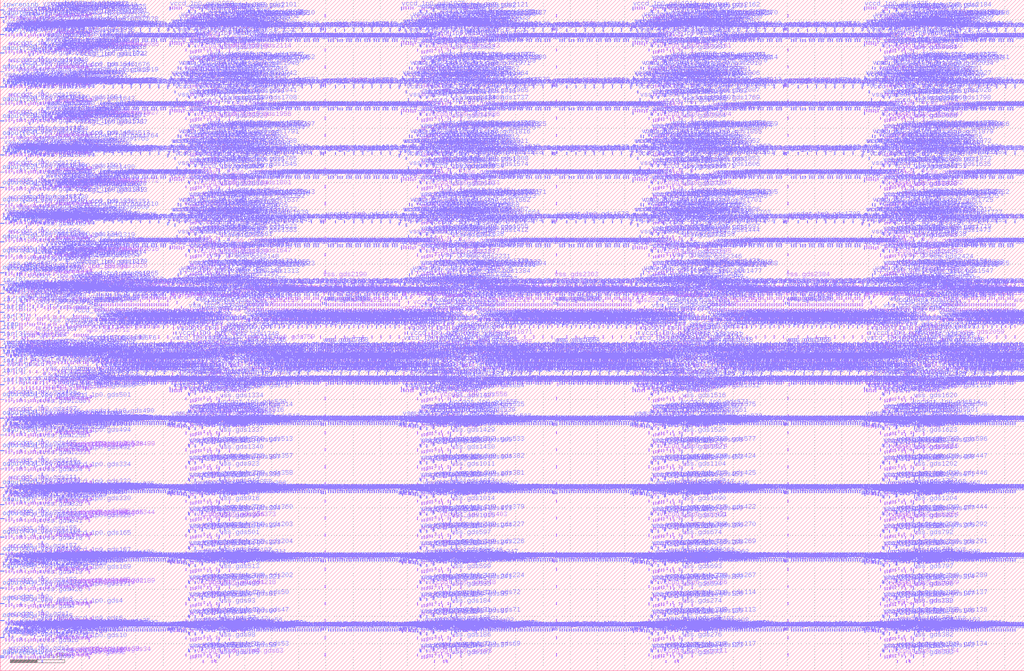
<source format=lef>
### Tool : gds2def
### Version 14.1     Linux64
### Vendor : Apache Design, Inc. A Subsidiary of ANSYS, Inc. 
### Date : Jun 19 2014 02:20:56 

VERSION 5.5 ;
NAMESCASESENSITIVE ON ;
DIVIDERCHAR "/" ;
BUSBITCHARS "[]" ;
MACRO c73p1rfshdxrom2048x32hb4img110_APACHECELL
 CLASS BLOCK ;
 ORIGIN 0 0 ;
 SIZE 75.432 BY 49.476 ;
 PIN iar[10]
 DIRECTION INPUT ;
 USE SIGNAL ;
 PORT
 LAYER m4 ;
 RECT 0 21.068 0.308 21.1 ;
 END
 END iar[10]
 PIN iar[0]
 DIRECTION INPUT ;
 USE SIGNAL ;
 PORT
 LAYER m4 ;
 RECT 0 21.754 0.308 21.786 ;
 END
 END iar[0]
 PIN iar[1]
 DIRECTION INPUT ;
 USE SIGNAL ;
 PORT
 LAYER m4 ;
 RECT 0 22.496 0.308 22.528 ;
 END
 END iar[1]
 PIN iar[2]
 DIRECTION INPUT ;
 USE SIGNAL ;
 PORT
 LAYER m4 ;
 RECT 0 23.126 0.308 23.158 ;
 END
 END iar[2]
 PIN iar[4]
 DIRECTION INPUT ;
 USE SIGNAL ;
 PORT
 LAYER m4 ;
 RECT 0 23.812 0.308 23.844 ;
 END
 END iar[4]
 PIN iar[3]
 DIRECTION INPUT ;
 USE SIGNAL ;
 PORT
 LAYER m4 ;
 RECT 0 24.442 0.308 24.474 ;
 END
 END iar[3]
 PIN iar[7]
 DIRECTION INPUT ;
 USE SIGNAL ;
 PORT
 LAYER m4 ;
 RECT 0 25.744 0.308 25.776 ;
 END
 END iar[7]
 PIN iar[6]
 DIRECTION INPUT ;
 USE SIGNAL ;
 PORT
 LAYER m4 ;
 RECT 0 26.43 0.308 26.462 ;
 END
 END iar[6]
 PIN iar[5]
 DIRECTION INPUT ;
 USE SIGNAL ;
 PORT
 LAYER m4 ;
 RECT 0 27.004 0.308 27.036 ;
 END
 END iar[5]
 PIN iar[9]
 DIRECTION INPUT ;
 USE SIGNAL ;
 PORT
 LAYER m4 ;
 RECT 0 27.802 0.308 27.834 ;
 END
 END iar[9]
 PIN iar[8]
 DIRECTION INPUT ;
 USE SIGNAL ;
 PORT
 LAYER m4 ;
 RECT 0 28.432 0.308 28.464 ;
 END
 END iar[8]
 PIN iren
 DIRECTION INPUT ;
 USE SIGNAL ;
 PORT
 LAYER m4 ;
 RECT 0 25.184 0.308 25.216 ;
 END
 END iren
 PIN ickr
 DIRECTION INPUT ;
 USE SIGNAL ;
 PORT
 LAYER m4 ;
 RECT 0 24.946 0.308 24.978 ;
 END
 END ickr
 PIN ipwreninb
 DIRECTION INPUT ;
 USE SIGNAL ;
 PORT
 LAYER m4 ;
 RECT 0 48.718 0.308 48.75 ;
 END
 END ipwreninb
 PIN opwrenoutb
 DIRECTION OUTPUT ;
 USE SIGNAL ;
 PORT
 LAYER m4 ;
 RECT 0 0.95 0.308 0.982 ;
 END
 END opwrenoutb
 PIN odout[0]
 DIRECTION OUTPUT ;
 USE SIGNAL ;
 PORT
 LAYER m4 ;
 RECT 0 1.062 0.308 1.094 ;
 END
 END odout[0]
 PIN odout[1]
 DIRECTION OUTPUT ;
 USE SIGNAL ;
 PORT
 LAYER m4 ;
 RECT 0 2.434 0.308 2.466 ;
 END
 END odout[1]
 PIN odout[2]
 DIRECTION OUTPUT ;
 USE SIGNAL ;
 PORT
 LAYER m4 ;
 RECT 0 3.694 0.308 3.726 ;
 END
 END odout[2]
 PIN odout[3]
 DIRECTION OUTPUT ;
 USE SIGNAL ;
 PORT
 LAYER m4 ;
 RECT 0 4.94 0.308 4.972 ;
 END
 END odout[3]
 PIN odout[4]
 DIRECTION OUTPUT ;
 USE SIGNAL ;
 PORT
 LAYER m4 ;
 RECT 0 6.088 0.308 6.12 ;
 END
 END odout[4]
 PIN odout[5]
 DIRECTION OUTPUT ;
 USE SIGNAL ;
 PORT
 LAYER m4 ;
 RECT 0 7.334 0.308 7.366 ;
 END
 END odout[5]
 PIN odout[6]
 DIRECTION OUTPUT ;
 USE SIGNAL ;
 PORT
 LAYER m4 ;
 RECT 0 8.594 0.308 8.626 ;
 END
 END odout[6]
 PIN odout[7]
 DIRECTION OUTPUT ;
 USE SIGNAL ;
 PORT
 LAYER m4 ;
 RECT 0 9.84 0.308 9.872 ;
 END
 END odout[7]
 PIN odout[8]
 DIRECTION OUTPUT ;
 USE SIGNAL ;
 PORT
 LAYER m4 ;
 RECT 0 11.212 0.308 11.244 ;
 END
 END odout[8]
 PIN odout[9]
 DIRECTION OUTPUT ;
 USE SIGNAL ;
 PORT
 LAYER m4 ;
 RECT 0 12.234 0.308 12.266 ;
 END
 END odout[9]
 PIN odout[10]
 DIRECTION OUTPUT ;
 USE SIGNAL ;
 PORT
 LAYER m4 ;
 RECT 0 13.494 0.308 13.526 ;
 END
 END odout[10]
 PIN odout[11]
 DIRECTION OUTPUT ;
 USE SIGNAL ;
 PORT
 LAYER m4 ;
 RECT 0 14.866 0.308 14.898 ;
 END
 END odout[11]
 PIN odout[12]
 DIRECTION OUTPUT ;
 USE SIGNAL ;
 PORT
 LAYER m4 ;
 RECT 0 16.224 0.308 16.256 ;
 END
 END odout[12]
 PIN odout[13]
 DIRECTION OUTPUT ;
 USE SIGNAL ;
 PORT
 LAYER m4 ;
 RECT 0 17.372 0.308 17.404 ;
 END
 END odout[13]
 PIN odout[14]
 DIRECTION OUTPUT ;
 USE SIGNAL ;
 PORT
 LAYER m4 ;
 RECT 0 18.618 0.308 18.65 ;
 END
 END odout[14]
 PIN odout[15]
 DIRECTION OUTPUT ;
 USE SIGNAL ;
 PORT
 LAYER m4 ;
 RECT 0 19.99 0.308 20.022 ;
 END
 END odout[15]
 PIN odout[16]
 DIRECTION OUTPUT ;
 USE SIGNAL ;
 PORT
 LAYER m4 ;
 RECT 0 29.342 0.308 29.374 ;
 END
 END odout[16]
 PIN odout[17]
 DIRECTION OUTPUT ;
 USE SIGNAL ;
 PORT
 LAYER m4 ;
 RECT 0 30.588 0.308 30.62 ;
 END
 END odout[17]
 PIN odout[18]
 DIRECTION OUTPUT ;
 USE SIGNAL ;
 PORT
 LAYER m4 ;
 RECT 0 31.624 0.308 31.656 ;
 END
 END odout[18]
 PIN odout[19]
 DIRECTION OUTPUT ;
 USE SIGNAL ;
 PORT
 LAYER m4 ;
 RECT 0 32.982 0.308 33.014 ;
 END
 END odout[19]
 PIN odout[20]
 DIRECTION OUTPUT ;
 USE SIGNAL ;
 PORT
 LAYER m4 ;
 RECT 0 34.354 0.308 34.386 ;
 END
 END odout[20]
 PIN odout[21]
 DIRECTION OUTPUT ;
 USE SIGNAL ;
 PORT
 LAYER m4 ;
 RECT 0 35.614 0.308 35.646 ;
 END
 END odout[21]
 PIN odout[22]
 DIRECTION OUTPUT ;
 USE SIGNAL ;
 PORT
 LAYER m4 ;
 RECT 0 36.748 0.308 36.78 ;
 END
 END odout[22]
 PIN odout[23]
 DIRECTION OUTPUT ;
 USE SIGNAL ;
 PORT
 LAYER m4 ;
 RECT 0 38.008 0.308 38.04 ;
 END
 END odout[23]
 PIN odout[24]
 DIRECTION OUTPUT ;
 USE SIGNAL ;
 PORT
 LAYER m4 ;
 RECT 0 39.254 0.308 39.286 ;
 END
 END odout[24]
 PIN odout[25]
 DIRECTION OUTPUT ;
 USE SIGNAL ;
 PORT
 LAYER m4 ;
 RECT 0 40.514 0.308 40.546 ;
 END
 END odout[25]
 PIN odout[26]
 DIRECTION OUTPUT ;
 USE SIGNAL ;
 PORT
 LAYER m4 ;
 RECT 0 41.76 0.308 41.792 ;
 END
 END odout[26]
 PIN odout[27]
 DIRECTION OUTPUT ;
 USE SIGNAL ;
 PORT
 LAYER m4 ;
 RECT 0 43.02 0.308 43.052 ;
 END
 END odout[27]
 PIN odout[28]
 DIRECTION OUTPUT ;
 USE SIGNAL ;
 PORT
 LAYER m4 ;
 RECT 0 44.154 0.308 44.186 ;
 END
 END odout[28]
 PIN odout[29]
 DIRECTION OUTPUT ;
 USE SIGNAL ;
 PORT
 LAYER m4 ;
 RECT 0 45.526 0.308 45.558 ;
 END
 END odout[29]
 PIN odout[30]
 DIRECTION OUTPUT ;
 USE SIGNAL ;
 PORT
 LAYER m4 ;
 RECT 0 46.898 0.308 46.93 ;
 END
 END odout[30]
 PIN odout[31]
 DIRECTION OUTPUT ;
 USE SIGNAL ;
 PORT
 LAYER m4 ;
 RECT 0 48.144 0.308 48.176 ;
 END
 END odout[31]
 PIN vccd_1p0
 DIRECTION INPUT ;
 USE POWER ;
 PORT
 LAYER m3 ;
 RECT 0.384 2.978 0.43 3.178 ;
 END
 END vccd_1p0
 PIN vccd_1p0.gds1
 DIRECTION INPUT ;
 USE POWER ;
 PORT
 LAYER m3 ;
 RECT 5.162 1.022 5.202 1.222 ;
 END
 END vccd_1p0.gds1
 PIN vccd_1p0.gds2
 DIRECTION INPUT ;
 USE POWER ;
 PORT
 LAYER m3 ;
 RECT 1.486 1.013 1.542 1.213 ;
 END
 END vccd_1p0.gds2
 PIN vccd_1p0.gds3
 DIRECTION INPUT ;
 USE POWER ;
 PORT
 LAYER m3 ;
 RECT 1.486 4.793 1.542 4.993 ;
 END
 END vccd_1p0.gds3
 PIN vccd_1p0.gds4
 DIRECTION INPUT ;
 USE POWER ;
 PORT
 LAYER m3 ;
 RECT 5.162 4.6755 5.202 4.8755 ;
 END
 END vccd_1p0.gds4
 PIN vccd_1p0.gds5
 DIRECTION INPUT ;
 USE POWER ;
 PORT
 LAYER m3 ;
 RECT 1.486 3.533 1.542 3.733 ;
 END
 END vccd_1p0.gds5
 PIN vccd_1p0.gds6
 DIRECTION INPUT ;
 USE POWER ;
 PORT
 LAYER m3 ;
 RECT 5.162 3.4155 5.202 3.6155 ;
 END
 END vccd_1p0.gds6
 PIN vccd_1p0.gds7
 DIRECTION INPUT ;
 USE POWER ;
 PORT
 LAYER m3 ;
 RECT 1.486 2.273 1.542 2.473 ;
 END
 END vccd_1p0.gds7
 PIN vccd_1p0.gds8
 DIRECTION INPUT ;
 USE POWER ;
 PORT
 LAYER m3 ;
 RECT 1.726 3.106 1.782 3.306 ;
 END
 END vccd_1p0.gds8
 PIN vccd_1p0.gds9
 DIRECTION INPUT ;
 USE POWER ;
 PORT
 LAYER m3 ;
 RECT 2.146 2.9685 2.202 3.1685 ;
 END
 END vccd_1p0.gds9
 PIN vccd_1p0.gds10
 DIRECTION INPUT ;
 USE POWER ;
 PORT
 LAYER m3 ;
 RECT 5.162 2.1555 5.202 2.3555 ;
 END
 END vccd_1p0.gds10
 PIN vccd_1p0.gds11
 DIRECTION INPUT ;
 USE POWER ;
 PORT
 LAYER m3 ;
 RECT 0.518 3.089 0.548 3.289 ;
 END
 END vccd_1p0.gds11
 PIN vccd_1p0.gds12
 DIRECTION INPUT ;
 USE POWER ;
 PORT
 LAYER m3 ;
 RECT 4.698 3.0585 4.738 3.2585 ;
 END
 END vccd_1p0.gds12
 PIN vccd_1p0.gds13
 DIRECTION INPUT ;
 USE POWER ;
 PORT
 LAYER m3 ;
 RECT 2.566 3.007 2.622 3.207 ;
 END
 END vccd_1p0.gds13
 PIN vccd_1p0.gds14
 DIRECTION INPUT ;
 USE POWER ;
 PORT
 LAYER m3 ;
 RECT 0.812 3.0505 0.858 3.2505 ;
 END
 END vccd_1p0.gds14
 PIN vccd_1p0.gds15
 DIRECTION INPUT ;
 USE POWER ;
 PORT
 LAYER m3 ;
 RECT 1.306 2.888 1.362 3.088 ;
 END
 END vccd_1p0.gds15
 PIN vccd_1p0.gds16
 DIRECTION INPUT ;
 USE POWER ;
 PORT
 LAYER m3 ;
 RECT 1.05 3.007 1.09 3.207 ;
 END
 END vccd_1p0.gds16
 PIN vccd_1p0.gds17
 DIRECTION INPUT ;
 USE POWER ;
 PORT
 LAYER m3 ;
 RECT 2.406 3.0145 2.462 3.2145 ;
 END
 END vccd_1p0.gds17
 PIN vccd_1p0.gds18
 DIRECTION INPUT ;
 USE POWER ;
 PORT
 LAYER m3 ;
 RECT 1.906 3.061 1.962 3.261 ;
 END
 END vccd_1p0.gds18
 PIN vccd_1p0.gds19
 DIRECTION INPUT ;
 USE POWER ;
 PORT
 LAYER m3 ;
 RECT 1.178 2.987 1.218 3.187 ;
 END
 END vccd_1p0.gds19
 PIN vccd_1p0.gds20
 DIRECTION INPUT ;
 USE POWER ;
 PORT
 LAYER m3 ;
 RECT 2.986 2.8915 3.042 3.0915 ;
 END
 END vccd_1p0.gds20
 PIN vccd_1p0.gds21
 DIRECTION INPUT ;
 USE POWER ;
 PORT
 LAYER m3 ;
 RECT 2.826 3.02 2.882 3.22 ;
 END
 END vccd_1p0.gds21
 PIN vccd_1p0.gds22
 DIRECTION INPUT ;
 USE POWER ;
 PORT
 LAYER m3 ;
 RECT 3.35 2.98 3.39 3.18 ;
 END
 END vccd_1p0.gds22
 PIN vccd_1p0.gds23
 DIRECTION INPUT ;
 USE POWER ;
 PORT
 LAYER m3 ;
 RECT 3.23 3.016 3.262 3.216 ;
 END
 END vccd_1p0.gds23
 PIN vccd_1p0.gds24
 DIRECTION INPUT ;
 USE POWER ;
 PORT
 LAYER m3 ;
 RECT 3.626 3.059 3.666 3.259 ;
 END
 END vccd_1p0.gds24
 PIN vccd_1p0.gds25
 DIRECTION INPUT ;
 USE POWER ;
 PORT
 LAYER m3 ;
 RECT 4.026 3.0725 4.066 3.2725 ;
 END
 END vccd_1p0.gds25
 PIN vccd_1p0.gds26
 DIRECTION INPUT ;
 USE POWER ;
 PORT
 LAYER m3 ;
 RECT 3.818 3.0725 3.858 3.2725 ;
 END
 END vccd_1p0.gds26
 PIN vccd_1p0.gds27
 DIRECTION INPUT ;
 USE POWER ;
 PORT
 LAYER m3 ;
 RECT 4.218 3.02 4.258 3.22 ;
 END
 END vccd_1p0.gds27
 PIN vccd_1p0.gds28
 DIRECTION INPUT ;
 USE POWER ;
 PORT
 LAYER m3 ;
 RECT 4.97 3.082 5.01 3.282 ;
 END
 END vccd_1p0.gds28
 PIN vccd_1p0.gds29
 DIRECTION INPUT ;
 USE POWER ;
 PORT
 LAYER m3 ;
 RECT 4.506 3.058 4.546 3.258 ;
 END
 END vccd_1p0.gds29
 PIN vccd_1p0.gds30
 DIRECTION INPUT ;
 USE POWER ;
 PORT
 LAYER m1 ;
 RECT 3.584 1.0395 3.64 1.2395 ;
 RECT 3.584 2.2995 3.64 2.4995 ;
 RECT 3.584 3.5595 3.64 3.7595 ;
 RECT 3.584 4.8195 3.64 5.0195 ;
 RECT 4.34 4.918 4.396 5.118 ;
 RECT 4.172 4.918 4.228 5.118 ;
 RECT 4.76 4.8775 4.816 5.0775 ;
 RECT 5.096 4.918 5.152 5.118 ;
 RECT 4.928 4.8775 4.984 5.0775 ;
 RECT 4.34 3.658 4.396 3.858 ;
 RECT 4.172 3.658 4.228 3.858 ;
 RECT 4.76 3.6175 4.816 3.8175 ;
 RECT 5.096 3.658 5.152 3.858 ;
 RECT 4.928 3.6175 4.984 3.8175 ;
 RECT 4.34 2.398 4.396 2.598 ;
 RECT 4.172 2.398 4.228 2.598 ;
 RECT 4.76 2.3575 4.816 2.5575 ;
 RECT 5.096 2.398 5.152 2.598 ;
 RECT 4.928 2.3575 4.984 2.5575 ;
 RECT 4.34 1.138 4.396 1.338 ;
 RECT 4.172 1.138 4.228 1.338 ;
 RECT 4.76 1.0975 4.816 1.2975 ;
 RECT 5.096 1.138 5.152 1.338 ;
 RECT 4.928 1.0975 4.984 1.2975 ;
 END
 END vccd_1p0.gds30
 PIN vccd_1p0.gds31
 DIRECTION INPUT ;
 USE POWER ;
 PORT
 LAYER m3 ;
 RECT 6.798 3.0725 6.838 3.2725 ;
 END
 END vccd_1p0.gds31
 PIN vccd_1p0.gds32
 DIRECTION INPUT ;
 USE POWER ;
 PORT
 LAYER m3 ;
 RECT 6.01 3.082 6.05 3.282 ;
 END
 END vccd_1p0.gds32
 PIN vccd_1p0.gds33
 DIRECTION INPUT ;
 USE POWER ;
 PORT
 LAYER m3 ;
 RECT 5.754 3.02 5.794 3.22 ;
 END
 END vccd_1p0.gds33
 PIN vccd_1p0.gds34
 DIRECTION INPUT ;
 USE POWER ;
 PORT
 LAYER m3 ;
 RECT 6.266 3.109 6.306 3.309 ;
 END
 END vccd_1p0.gds34
 PIN vccd_1p0.gds35
 DIRECTION INPUT ;
 USE POWER ;
 PORT
 LAYER m3 ;
 RECT 5.37 3.0725 5.41 3.2725 ;
 END
 END vccd_1p0.gds35
 PIN vccd_1p0.gds36
 DIRECTION INPUT ;
 USE POWER ;
 PORT
 LAYER m3 ;
 RECT 5.882 3.0725 5.922 3.2725 ;
 END
 END vccd_1p0.gds36
 PIN vccd_1p0.gds37
 DIRECTION INPUT ;
 USE POWER ;
 PORT
 LAYER m3 ;
 RECT 5.562 2.962 5.602 3.162 ;
 END
 END vccd_1p0.gds37
 PIN vccd_1p0.gds38
 DIRECTION INPUT ;
 USE POWER ;
 PORT
 LAYER m3 ;
 RECT 6.522 2.999 6.582 3.199 ;
 END
 END vccd_1p0.gds38
 PIN vccd_1p0.gds39
 DIRECTION INPUT ;
 USE POWER ;
 PORT
 LAYER m1 ;
 RECT 5.6 4.918 5.656 5.118 ;
 RECT 5.432 4.8295 5.488 5.0295 ;
 RECT 5.264 4.918 5.32 5.118 ;
 RECT 5.936 4.8295 5.992 5.0295 ;
 RECT 5.768 4.8295 5.824 5.0295 ;
 RECT 6.44 4.8465 6.496 5.0465 ;
 RECT 6.272 4.8295 6.328 5.0295 ;
 RECT 6.104 4.918 6.16 5.118 ;
 RECT 5.6 3.658 5.656 3.858 ;
 RECT 5.432 3.5695 5.488 3.7695 ;
 RECT 5.264 3.658 5.32 3.858 ;
 RECT 5.936 3.5695 5.992 3.7695 ;
 RECT 5.768 3.5695 5.824 3.7695 ;
 RECT 6.44 3.5865 6.496 3.7865 ;
 RECT 6.272 3.5695 6.328 3.7695 ;
 RECT 6.104 3.658 6.16 3.858 ;
 RECT 5.6 2.398 5.656 2.598 ;
 RECT 5.432 2.3095 5.488 2.5095 ;
 RECT 5.264 2.398 5.32 2.598 ;
 RECT 5.936 2.3095 5.992 2.5095 ;
 RECT 5.768 2.3095 5.824 2.5095 ;
 RECT 6.44 2.3265 6.496 2.5265 ;
 RECT 6.272 2.3095 6.328 2.5095 ;
 RECT 6.104 2.398 6.16 2.598 ;
 RECT 5.6 1.138 5.656 1.338 ;
 RECT 5.432 1.0495 5.488 1.2495 ;
 RECT 5.264 1.138 5.32 1.338 ;
 RECT 5.936 1.0495 5.992 1.2495 ;
 RECT 5.768 1.0495 5.824 1.2495 ;
 RECT 6.44 1.0665 6.496 1.2665 ;
 RECT 6.272 1.0495 6.328 1.2495 ;
 RECT 6.104 1.138 6.16 1.338 ;
 END
 END vccd_1p0.gds39
 PIN vccd_1p0.gds40
 DIRECTION INPUT ;
 USE POWER ;
 PORT
 LAYER m3 ;
 RECT 13.922 1.36 13.978 1.56 ;
 END
 END vccd_1p0.gds40
 PIN vccd_1p0.gds41
 DIRECTION INPUT ;
 USE POWER ;
 PORT
 LAYER m3 ;
 RECT 13.922 2.62 13.978 2.82 ;
 END
 END vccd_1p0.gds41
 PIN vccd_1p0.gds42
 DIRECTION INPUT ;
 USE POWER ;
 PORT
 LAYER m3 ;
 RECT 14.342 1.36 14.398 1.56 ;
 END
 END vccd_1p0.gds42
 PIN vccd_1p0.gds43
 DIRECTION INPUT ;
 USE POWER ;
 PORT
 LAYER m3 ;
 RECT 14.342 2.62 14.398 2.82 ;
 END
 END vccd_1p0.gds43
 PIN vccd_1p0.gds44
 DIRECTION INPUT ;
 USE POWER ;
 PORT
 LAYER m3 ;
 RECT 13.922 3.88 13.978 4.08 ;
 END
 END vccd_1p0.gds44
 PIN vccd_1p0.gds45
 DIRECTION INPUT ;
 USE POWER ;
 PORT
 LAYER m3 ;
 RECT 13.922 5.14 13.978 5.34 ;
 END
 END vccd_1p0.gds45
 PIN vccd_1p0.gds46
 DIRECTION INPUT ;
 USE POWER ;
 PORT
 LAYER m3 ;
 RECT 14.342 5.14 14.398 5.34 ;
 END
 END vccd_1p0.gds46
 PIN vccd_1p0.gds47
 DIRECTION INPUT ;
 USE POWER ;
 PORT
 LAYER m3 ;
 RECT 14.894 5.2675 14.934 5.4675 ;
 END
 END vccd_1p0.gds47
 PIN vccd_1p0.gds48
 DIRECTION INPUT ;
 USE POWER ;
 PORT
 LAYER m3 ;
 RECT 14.342 3.88 14.398 4.08 ;
 END
 END vccd_1p0.gds48
 PIN vccd_1p0.gds49
 DIRECTION INPUT ;
 USE POWER ;
 PORT
 LAYER m3 ;
 RECT 14.894 4.0075 14.934 4.2075 ;
 END
 END vccd_1p0.gds49
 PIN vccd_1p0.gds50
 DIRECTION INPUT ;
 USE POWER ;
 PORT
 LAYER m3 ;
 RECT 14.682 3.072 14.742 3.272 ;
 END
 END vccd_1p0.gds50
 PIN vccd_1p0.gds51
 DIRECTION INPUT ;
 USE POWER ;
 PORT
 LAYER m3 ;
 RECT 13.682 2.82 13.738 3.02 ;
 END
 END vccd_1p0.gds51
 PIN vccd_1p0.gds52
 DIRECTION INPUT ;
 USE POWER ;
 PORT
 LAYER m3 ;
 RECT 13.082 2.8975 13.138 3.0975 ;
 END
 END vccd_1p0.gds52
 PIN vccd_1p0.gds53
 DIRECTION INPUT ;
 USE POWER ;
 PORT
 LAYER m3 ;
 RECT 12.614 3.016 12.654 3.216 ;
 END
 END vccd_1p0.gds53
 PIN vccd_1p0.gds54
 DIRECTION INPUT ;
 USE POWER ;
 PORT
 LAYER m3 ;
 RECT 12.486 2.9745 12.526 3.1745 ;
 END
 END vccd_1p0.gds54
 PIN vccd_1p0.gds55
 DIRECTION INPUT ;
 USE POWER ;
 PORT
 LAYER m3 ;
 RECT 14.894 2.7475 14.934 2.9475 ;
 END
 END vccd_1p0.gds55
 PIN vccd_1p0.gds56
 DIRECTION INPUT ;
 USE POWER ;
 PORT
 LAYER m3 ;
 RECT 14.894 1.4875 14.934 1.6875 ;
 END
 END vccd_1p0.gds56
 PIN vccd_1p0.gds57
 DIRECTION INPUT ;
 USE POWER ;
 PORT
 LAYER m3 ;
 RECT 12.842 3.02 12.898 3.22 ;
 END
 END vccd_1p0.gds57
 PIN vccd_1p0.gds58
 DIRECTION INPUT ;
 USE POWER ;
 PORT
 LAYER m3 ;
 RECT 16.17 1.424 16.226 1.624 ;
 END
 END vccd_1p0.gds58
 PIN vccd_1p0.gds59
 DIRECTION INPUT ;
 USE POWER ;
 PORT
 LAYER m3 ;
 RECT 16.17 2.684 16.226 2.884 ;
 END
 END vccd_1p0.gds59
 PIN vccd_1p0.gds60
 DIRECTION INPUT ;
 USE POWER ;
 PORT
 LAYER m3 ;
 RECT 16.17 3.944 16.226 4.144 ;
 END
 END vccd_1p0.gds60
 PIN vccd_1p0.gds61
 DIRECTION INPUT ;
 USE POWER ;
 PORT
 LAYER m3 ;
 RECT 16.17 5.204 16.226 5.404 ;
 END
 END vccd_1p0.gds61
 PIN vccd_1p0.gds62
 DIRECTION INPUT ;
 USE POWER ;
 PORT
 LAYER m3 ;
 RECT 15.25 3.072 15.29 3.272 ;
 END
 END vccd_1p0.gds62
 PIN vccd_1p0.gds63
 DIRECTION INPUT ;
 USE POWER ;
 PORT
 LAYER m3 ;
 RECT 17.518 2.9985 17.574 3.1985 ;
 END
 END vccd_1p0.gds63
 PIN vccd_1p0.gds64
 DIRECTION INPUT ;
 USE POWER ;
 PORT
 LAYER m3 ;
 RECT 15.686 3.054 15.742 3.254 ;
 END
 END vccd_1p0.gds64
 PIN vccd_1p0.gds65
 DIRECTION INPUT ;
 USE POWER ;
 PORT
 LAYER m3 ;
 RECT 15.442 3.054 15.498 3.254 ;
 END
 END vccd_1p0.gds65
 PIN vccd_1p0.gds66
 DIRECTION INPUT ;
 USE POWER ;
 PORT
 LAYER m3 ;
 RECT 17.678 3.02 17.734 3.22 ;
 END
 END vccd_1p0.gds66
 PIN vccd_1p0.gds67
 DIRECTION INPUT ;
 USE POWER ;
 PORT
 LAYER m3 ;
 RECT 17.098 2.9235 17.154 3.1235 ;
 END
 END vccd_1p0.gds67
 PIN vccd_1p0.gds68
 DIRECTION INPUT ;
 USE POWER ;
 PORT
 LAYER m3 ;
 RECT 18.05 2.9745 18.09 3.1745 ;
 END
 END vccd_1p0.gds68
 PIN vccd_1p0.gds69
 DIRECTION INPUT ;
 USE POWER ;
 PORT
 LAYER m3 ;
 RECT 17.922 3.016 17.962 3.216 ;
 END
 END vccd_1p0.gds69
 PIN vccd_1p0.gds70
 DIRECTION INPUT ;
 USE POWER ;
 PORT
 LAYER m3 ;
 RECT 23.786 2.9785 23.842 3.1785 ;
 END
 END vccd_1p0.gds70
 PIN vccd_1p0.gds71
 DIRECTION INPUT ;
 USE POWER ;
 PORT
 LAYER m3 ;
 RECT 29.894 3.02 29.95 3.22 ;
 END
 END vccd_1p0.gds71
 PIN vccd_1p0.gds72
 DIRECTION INPUT ;
 USE POWER ;
 PORT
 LAYER m3 ;
 RECT 29.666 3.016 29.706 3.216 ;
 END
 END vccd_1p0.gds72
 PIN vccd_1p0.gds73
 DIRECTION INPUT ;
 USE POWER ;
 PORT
 LAYER m3 ;
 RECT 29.538 2.9745 29.578 3.1745 ;
 END
 END vccd_1p0.gds73
 PIN vccd_1p0.gds74
 DIRECTION INPUT ;
 USE POWER ;
 PORT
 LAYER m3 ;
 RECT 30.974 1.36 31.03 1.56 ;
 END
 END vccd_1p0.gds74
 PIN vccd_1p0.gds75
 DIRECTION INPUT ;
 USE POWER ;
 PORT
 LAYER m3 ;
 RECT 30.974 2.62 31.03 2.82 ;
 END
 END vccd_1p0.gds75
 PIN vccd_1p0.gds76
 DIRECTION INPUT ;
 USE POWER ;
 PORT
 LAYER m3 ;
 RECT 30.974 3.88 31.03 4.08 ;
 END
 END vccd_1p0.gds76
 PIN vccd_1p0.gds77
 DIRECTION INPUT ;
 USE POWER ;
 PORT
 LAYER m3 ;
 RECT 33.222 1.424 33.278 1.624 ;
 END
 END vccd_1p0.gds77
 PIN vccd_1p0.gds78
 DIRECTION INPUT ;
 USE POWER ;
 PORT
 LAYER m3 ;
 RECT 31.394 1.36 31.45 1.56 ;
 END
 END vccd_1p0.gds78
 PIN vccd_1p0.gds79
 DIRECTION INPUT ;
 USE POWER ;
 PORT
 LAYER m3 ;
 RECT 33.222 2.684 33.278 2.884 ;
 END
 END vccd_1p0.gds79
 PIN vccd_1p0.gds80
 DIRECTION INPUT ;
 USE POWER ;
 PORT
 LAYER m3 ;
 RECT 31.394 2.62 31.45 2.82 ;
 END
 END vccd_1p0.gds80
 PIN vccd_1p0.gds81
 DIRECTION INPUT ;
 USE POWER ;
 PORT
 LAYER m3 ;
 RECT 33.222 3.944 33.278 4.144 ;
 END
 END vccd_1p0.gds81
 PIN vccd_1p0.gds82
 DIRECTION INPUT ;
 USE POWER ;
 PORT
 LAYER m3 ;
 RECT 30.974 5.14 31.03 5.34 ;
 END
 END vccd_1p0.gds82
 PIN vccd_1p0.gds83
 DIRECTION INPUT ;
 USE POWER ;
 PORT
 LAYER m3 ;
 RECT 30.734 2.82 30.79 3.02 ;
 END
 END vccd_1p0.gds83
 PIN vccd_1p0.gds84
 DIRECTION INPUT ;
 USE POWER ;
 PORT
 LAYER m3 ;
 RECT 30.134 2.8975 30.19 3.0975 ;
 END
 END vccd_1p0.gds84
 PIN vccd_1p0.gds85
 DIRECTION INPUT ;
 USE POWER ;
 PORT
 LAYER m3 ;
 RECT 33.222 5.204 33.278 5.404 ;
 END
 END vccd_1p0.gds85
 PIN vccd_1p0.gds86
 DIRECTION INPUT ;
 USE POWER ;
 PORT
 LAYER m3 ;
 RECT 31.394 5.14 31.45 5.34 ;
 END
 END vccd_1p0.gds86
 PIN vccd_1p0.gds87
 DIRECTION INPUT ;
 USE POWER ;
 PORT
 LAYER m3 ;
 RECT 31.946 5.2675 31.986 5.4675 ;
 END
 END vccd_1p0.gds87
 PIN vccd_1p0.gds88
 DIRECTION INPUT ;
 USE POWER ;
 PORT
 LAYER m3 ;
 RECT 32.302 3.072 32.342 3.272 ;
 END
 END vccd_1p0.gds88
 PIN vccd_1p0.gds89
 DIRECTION INPUT ;
 USE POWER ;
 PORT
 LAYER m3 ;
 RECT 31.734 3.072 31.794 3.272 ;
 END
 END vccd_1p0.gds89
 PIN vccd_1p0.gds90
 DIRECTION INPUT ;
 USE POWER ;
 PORT
 LAYER m3 ;
 RECT 31.394 3.88 31.45 4.08 ;
 END
 END vccd_1p0.gds90
 PIN vccd_1p0.gds91
 DIRECTION INPUT ;
 USE POWER ;
 PORT
 LAYER m3 ;
 RECT 31.946 4.0075 31.986 4.2075 ;
 END
 END vccd_1p0.gds91
 PIN vccd_1p0.gds92
 DIRECTION INPUT ;
 USE POWER ;
 PORT
 LAYER m3 ;
 RECT 34.57 2.9985 34.626 3.1985 ;
 END
 END vccd_1p0.gds92
 PIN vccd_1p0.gds93
 DIRECTION INPUT ;
 USE POWER ;
 PORT
 LAYER m3 ;
 RECT 34.15 2.9235 34.206 3.1235 ;
 END
 END vccd_1p0.gds93
 PIN vccd_1p0.gds94
 DIRECTION INPUT ;
 USE POWER ;
 PORT
 LAYER m3 ;
 RECT 31.946 2.7475 31.986 2.9475 ;
 END
 END vccd_1p0.gds94
 PIN vccd_1p0.gds95
 DIRECTION INPUT ;
 USE POWER ;
 PORT
 LAYER m3 ;
 RECT 32.738 3.054 32.794 3.254 ;
 END
 END vccd_1p0.gds95
 PIN vccd_1p0.gds96
 DIRECTION INPUT ;
 USE POWER ;
 PORT
 LAYER m3 ;
 RECT 32.494 3.054 32.55 3.254 ;
 END
 END vccd_1p0.gds96
 PIN vccd_1p0.gds97
 DIRECTION INPUT ;
 USE POWER ;
 PORT
 LAYER m3 ;
 RECT 31.946 1.4875 31.986 1.6875 ;
 END
 END vccd_1p0.gds97
 PIN vccd_1p0.gds98
 DIRECTION INPUT ;
 USE POWER ;
 PORT
 LAYER m3 ;
 RECT 34.73 3.02 34.786 3.22 ;
 END
 END vccd_1p0.gds98
 PIN vccd_1p0.gds99
 DIRECTION INPUT ;
 USE POWER ;
 PORT
 LAYER m3 ;
 RECT 35.102 2.9745 35.142 3.1745 ;
 END
 END vccd_1p0.gds99
 PIN vccd_1p0.gds100
 DIRECTION INPUT ;
 USE POWER ;
 PORT
 LAYER m3 ;
 RECT 34.974 3.016 35.014 3.216 ;
 END
 END vccd_1p0.gds100
 PIN vccd_1p0.gds101
 DIRECTION INPUT ;
 USE POWER ;
 PORT
 LAYER m3 ;
 RECT 40.838 2.9785 40.894 3.1785 ;
 END
 END vccd_1p0.gds101
 PIN vccd_1p0.gds102
 DIRECTION INPUT ;
 USE POWER ;
 PORT
 LAYER m3 ;
 RECT 48.026 1.36 48.082 1.56 ;
 END
 END vccd_1p0.gds102
 PIN vccd_1p0.gds103
 DIRECTION INPUT ;
 USE POWER ;
 PORT
 LAYER m3 ;
 RECT 48.026 2.62 48.082 2.82 ;
 END
 END vccd_1p0.gds103
 PIN vccd_1p0.gds104
 DIRECTION INPUT ;
 USE POWER ;
 PORT
 LAYER m3 ;
 RECT 48.026 3.88 48.082 4.08 ;
 END
 END vccd_1p0.gds104
 PIN vccd_1p0.gds105
 DIRECTION INPUT ;
 USE POWER ;
 PORT
 LAYER m3 ;
 RECT 48.026 5.14 48.082 5.34 ;
 END
 END vccd_1p0.gds105
 PIN vccd_1p0.gds106
 DIRECTION INPUT ;
 USE POWER ;
 PORT
 LAYER m3 ;
 RECT 48.446 1.36 48.502 1.56 ;
 END
 END vccd_1p0.gds106
 PIN vccd_1p0.gds107
 DIRECTION INPUT ;
 USE POWER ;
 PORT
 LAYER m3 ;
 RECT 48.446 2.62 48.502 2.82 ;
 END
 END vccd_1p0.gds107
 PIN vccd_1p0.gds108
 DIRECTION INPUT ;
 USE POWER ;
 PORT
 LAYER m3 ;
 RECT 47.786 2.82 47.842 3.02 ;
 END
 END vccd_1p0.gds108
 PIN vccd_1p0.gds109
 DIRECTION INPUT ;
 USE POWER ;
 PORT
 LAYER m3 ;
 RECT 47.186 2.8975 47.242 3.0975 ;
 END
 END vccd_1p0.gds109
 PIN vccd_1p0.gds110
 DIRECTION INPUT ;
 USE POWER ;
 PORT
 LAYER m3 ;
 RECT 48.446 5.14 48.502 5.34 ;
 END
 END vccd_1p0.gds110
 PIN vccd_1p0.gds111
 DIRECTION INPUT ;
 USE POWER ;
 PORT
 LAYER m3 ;
 RECT 48.998 5.2675 49.038 5.4675 ;
 END
 END vccd_1p0.gds111
 PIN vccd_1p0.gds112
 DIRECTION INPUT ;
 USE POWER ;
 PORT
 LAYER m3 ;
 RECT 49.354 3.072 49.394 3.272 ;
 END
 END vccd_1p0.gds112
 PIN vccd_1p0.gds113
 DIRECTION INPUT ;
 USE POWER ;
 PORT
 LAYER m3 ;
 RECT 48.786 3.072 48.846 3.272 ;
 END
 END vccd_1p0.gds113
 PIN vccd_1p0.gds114
 DIRECTION INPUT ;
 USE POWER ;
 PORT
 LAYER m3 ;
 RECT 48.446 3.88 48.502 4.08 ;
 END
 END vccd_1p0.gds114
 PIN vccd_1p0.gds115
 DIRECTION INPUT ;
 USE POWER ;
 PORT
 LAYER m3 ;
 RECT 48.998 4.0075 49.038 4.2075 ;
 END
 END vccd_1p0.gds115
 PIN vccd_1p0.gds116
 DIRECTION INPUT ;
 USE POWER ;
 PORT
 LAYER m3 ;
 RECT 48.998 2.7475 49.038 2.9475 ;
 END
 END vccd_1p0.gds116
 PIN vccd_1p0.gds117
 DIRECTION INPUT ;
 USE POWER ;
 PORT
 LAYER m3 ;
 RECT 49.79 3.054 49.846 3.254 ;
 END
 END vccd_1p0.gds117
 PIN vccd_1p0.gds118
 DIRECTION INPUT ;
 USE POWER ;
 PORT
 LAYER m3 ;
 RECT 49.546 3.054 49.602 3.254 ;
 END
 END vccd_1p0.gds118
 PIN vccd_1p0.gds119
 DIRECTION INPUT ;
 USE POWER ;
 PORT
 LAYER m3 ;
 RECT 48.998 1.4875 49.038 1.6875 ;
 END
 END vccd_1p0.gds119
 PIN vccd_1p0.gds120
 DIRECTION INPUT ;
 USE POWER ;
 PORT
 LAYER m3 ;
 RECT 46.946 3.02 47.002 3.22 ;
 END
 END vccd_1p0.gds120
 PIN vccd_1p0.gds121
 DIRECTION INPUT ;
 USE POWER ;
 PORT
 LAYER m3 ;
 RECT 46.718 3.016 46.758 3.216 ;
 END
 END vccd_1p0.gds121
 PIN vccd_1p0.gds122
 DIRECTION INPUT ;
 USE POWER ;
 PORT
 LAYER m3 ;
 RECT 46.59 2.9745 46.63 3.1745 ;
 END
 END vccd_1p0.gds122
 PIN vccd_1p0.gds123
 DIRECTION INPUT ;
 USE POWER ;
 PORT
 LAYER m3 ;
 RECT 50.274 1.424 50.33 1.624 ;
 END
 END vccd_1p0.gds123
 PIN vccd_1p0.gds124
 DIRECTION INPUT ;
 USE POWER ;
 PORT
 LAYER m3 ;
 RECT 50.274 2.684 50.33 2.884 ;
 END
 END vccd_1p0.gds124
 PIN vccd_1p0.gds125
 DIRECTION INPUT ;
 USE POWER ;
 PORT
 LAYER m3 ;
 RECT 50.274 3.944 50.33 4.144 ;
 END
 END vccd_1p0.gds125
 PIN vccd_1p0.gds126
 DIRECTION INPUT ;
 USE POWER ;
 PORT
 LAYER m3 ;
 RECT 50.274 5.204 50.33 5.404 ;
 END
 END vccd_1p0.gds126
 PIN vccd_1p0.gds127
 DIRECTION INPUT ;
 USE POWER ;
 PORT
 LAYER m3 ;
 RECT 51.622 2.9985 51.678 3.1985 ;
 END
 END vccd_1p0.gds127
 PIN vccd_1p0.gds128
 DIRECTION INPUT ;
 USE POWER ;
 PORT
 LAYER m3 ;
 RECT 52.154 2.9745 52.194 3.1745 ;
 END
 END vccd_1p0.gds128
 PIN vccd_1p0.gds129
 DIRECTION INPUT ;
 USE POWER ;
 PORT
 LAYER m3 ;
 RECT 52.026 3.016 52.066 3.216 ;
 END
 END vccd_1p0.gds129
 PIN vccd_1p0.gds130
 DIRECTION INPUT ;
 USE POWER ;
 PORT
 LAYER m3 ;
 RECT 51.202 2.9235 51.258 3.1235 ;
 END
 END vccd_1p0.gds130
 PIN vccd_1p0.gds131
 DIRECTION INPUT ;
 USE POWER ;
 PORT
 LAYER m3 ;
 RECT 51.782 3.02 51.838 3.22 ;
 END
 END vccd_1p0.gds131
 PIN vccd_1p0.gds132
 DIRECTION INPUT ;
 USE POWER ;
 PORT
 LAYER m3 ;
 RECT 57.89 2.9785 57.946 3.1785 ;
 END
 END vccd_1p0.gds132
 PIN vccd_1p0.gds133
 DIRECTION INPUT ;
 USE POWER ;
 PORT
 LAYER m3 ;
 RECT 65.078 1.36 65.134 1.56 ;
 END
 END vccd_1p0.gds133
 PIN vccd_1p0.gds134
 DIRECTION INPUT ;
 USE POWER ;
 PORT
 LAYER m3 ;
 RECT 65.078 2.62 65.134 2.82 ;
 END
 END vccd_1p0.gds134
 PIN vccd_1p0.gds135
 DIRECTION INPUT ;
 USE POWER ;
 PORT
 LAYER m3 ;
 RECT 65.078 3.88 65.134 4.08 ;
 END
 END vccd_1p0.gds135
 PIN vccd_1p0.gds136
 DIRECTION INPUT ;
 USE POWER ;
 PORT
 LAYER m3 ;
 RECT 65.078 5.14 65.134 5.34 ;
 END
 END vccd_1p0.gds136
 PIN vccd_1p0.gds137
 DIRECTION INPUT ;
 USE POWER ;
 PORT
 LAYER m3 ;
 RECT 64.838 2.82 64.894 3.02 ;
 END
 END vccd_1p0.gds137
 PIN vccd_1p0.gds138
 DIRECTION INPUT ;
 USE POWER ;
 PORT
 LAYER m3 ;
 RECT 64.238 2.8975 64.294 3.0975 ;
 END
 END vccd_1p0.gds138
 PIN vccd_1p0.gds139
 DIRECTION INPUT ;
 USE POWER ;
 PORT
 LAYER m3 ;
 RECT 63.998 3.02 64.054 3.22 ;
 END
 END vccd_1p0.gds139
 PIN vccd_1p0.gds140
 DIRECTION INPUT ;
 USE POWER ;
 PORT
 LAYER m3 ;
 RECT 63.77 3.016 63.81 3.216 ;
 END
 END vccd_1p0.gds140
 PIN vccd_1p0.gds141
 DIRECTION INPUT ;
 USE POWER ;
 PORT
 LAYER m3 ;
 RECT 63.642 2.9745 63.682 3.1745 ;
 END
 END vccd_1p0.gds141
 PIN vccd_1p0.gds142
 DIRECTION INPUT ;
 USE POWER ;
 PORT
 LAYER m3 ;
 RECT 67.326 1.424 67.382 1.624 ;
 END
 END vccd_1p0.gds142
 PIN vccd_1p0.gds143
 DIRECTION INPUT ;
 USE POWER ;
 PORT
 LAYER m3 ;
 RECT 65.498 1.36 65.554 1.56 ;
 END
 END vccd_1p0.gds143
 PIN vccd_1p0.gds144
 DIRECTION INPUT ;
 USE POWER ;
 PORT
 LAYER m3 ;
 RECT 67.326 2.684 67.382 2.884 ;
 END
 END vccd_1p0.gds144
 PIN vccd_1p0.gds145
 DIRECTION INPUT ;
 USE POWER ;
 PORT
 LAYER m3 ;
 RECT 65.498 2.62 65.554 2.82 ;
 END
 END vccd_1p0.gds145
 PIN vccd_1p0.gds146
 DIRECTION INPUT ;
 USE POWER ;
 PORT
 LAYER m3 ;
 RECT 67.326 3.944 67.382 4.144 ;
 END
 END vccd_1p0.gds146
 PIN vccd_1p0.gds147
 DIRECTION INPUT ;
 USE POWER ;
 PORT
 LAYER m3 ;
 RECT 67.326 5.204 67.382 5.404 ;
 END
 END vccd_1p0.gds147
 PIN vccd_1p0.gds148
 DIRECTION INPUT ;
 USE POWER ;
 PORT
 LAYER m3 ;
 RECT 65.498 5.14 65.554 5.34 ;
 END
 END vccd_1p0.gds148
 PIN vccd_1p0.gds149
 DIRECTION INPUT ;
 USE POWER ;
 PORT
 LAYER m3 ;
 RECT 66.05 5.2675 66.09 5.4675 ;
 END
 END vccd_1p0.gds149
 PIN vccd_1p0.gds150
 DIRECTION INPUT ;
 USE POWER ;
 PORT
 LAYER m3 ;
 RECT 66.406 3.072 66.446 3.272 ;
 END
 END vccd_1p0.gds150
 PIN vccd_1p0.gds151
 DIRECTION INPUT ;
 USE POWER ;
 PORT
 LAYER m3 ;
 RECT 65.838 3.072 65.898 3.272 ;
 END
 END vccd_1p0.gds151
 PIN vccd_1p0.gds152
 DIRECTION INPUT ;
 USE POWER ;
 PORT
 LAYER m3 ;
 RECT 65.498 3.88 65.554 4.08 ;
 END
 END vccd_1p0.gds152
 PIN vccd_1p0.gds153
 DIRECTION INPUT ;
 USE POWER ;
 PORT
 LAYER m3 ;
 RECT 66.05 4.0075 66.09 4.2075 ;
 END
 END vccd_1p0.gds153
 PIN vccd_1p0.gds154
 DIRECTION INPUT ;
 USE POWER ;
 PORT
 LAYER m3 ;
 RECT 68.674 2.9985 68.73 3.1985 ;
 END
 END vccd_1p0.gds154
 PIN vccd_1p0.gds155
 DIRECTION INPUT ;
 USE POWER ;
 PORT
 LAYER m3 ;
 RECT 69.206 2.9745 69.246 3.1745 ;
 END
 END vccd_1p0.gds155
 PIN vccd_1p0.gds156
 DIRECTION INPUT ;
 USE POWER ;
 PORT
 LAYER m3 ;
 RECT 69.078 3.016 69.118 3.216 ;
 END
 END vccd_1p0.gds156
 PIN vccd_1p0.gds157
 DIRECTION INPUT ;
 USE POWER ;
 PORT
 LAYER m3 ;
 RECT 68.254 2.9235 68.31 3.1235 ;
 END
 END vccd_1p0.gds157
 PIN vccd_1p0.gds158
 DIRECTION INPUT ;
 USE POWER ;
 PORT
 LAYER m3 ;
 RECT 66.05 2.7475 66.09 2.9475 ;
 END
 END vccd_1p0.gds158
 PIN vccd_1p0.gds159
 DIRECTION INPUT ;
 USE POWER ;
 PORT
 LAYER m3 ;
 RECT 66.842 3.054 66.898 3.254 ;
 END
 END vccd_1p0.gds159
 PIN vccd_1p0.gds160
 DIRECTION INPUT ;
 USE POWER ;
 PORT
 LAYER m3 ;
 RECT 66.598 3.054 66.654 3.254 ;
 END
 END vccd_1p0.gds160
 PIN vccd_1p0.gds161
 DIRECTION INPUT ;
 USE POWER ;
 PORT
 LAYER m3 ;
 RECT 66.05 1.4875 66.09 1.6875 ;
 END
 END vccd_1p0.gds161
 PIN vccd_1p0.gds162
 DIRECTION INPUT ;
 USE POWER ;
 PORT
 LAYER m3 ;
 RECT 68.834 3.02 68.89 3.22 ;
 END
 END vccd_1p0.gds162
 PIN vccd_1p0.gds163
 DIRECTION INPUT ;
 USE POWER ;
 PORT
 LAYER m3 ;
 RECT 0.384 8.018 0.43 8.218 ;
 END
 END vccd_1p0.gds163
 PIN vccd_1p0.gds164
 DIRECTION INPUT ;
 USE POWER ;
 PORT
 LAYER m3 ;
 RECT 1.486 9.833 1.542 10.033 ;
 END
 END vccd_1p0.gds164
 PIN vccd_1p0.gds165
 DIRECTION INPUT ;
 USE POWER ;
 PORT
 LAYER m3 ;
 RECT 5.162 9.7155 5.202 9.9155 ;
 END
 END vccd_1p0.gds165
 PIN vccd_1p0.gds166
 DIRECTION INPUT ;
 USE POWER ;
 PORT
 LAYER m3 ;
 RECT 1.486 8.573 1.542 8.773 ;
 END
 END vccd_1p0.gds166
 PIN vccd_1p0.gds167
 DIRECTION INPUT ;
 USE POWER ;
 PORT
 LAYER m3 ;
 RECT 5.162 8.4555 5.202 8.6555 ;
 END
 END vccd_1p0.gds167
 PIN vccd_1p0.gds168
 DIRECTION INPUT ;
 USE POWER ;
 PORT
 LAYER m3 ;
 RECT 1.486 7.313 1.542 7.513 ;
 END
 END vccd_1p0.gds168
 PIN vccd_1p0.gds169
 DIRECTION INPUT ;
 USE POWER ;
 PORT
 LAYER m3 ;
 RECT 5.162 7.1955 5.202 7.3955 ;
 END
 END vccd_1p0.gds169
 PIN vccd_1p0.gds170
 DIRECTION INPUT ;
 USE POWER ;
 PORT
 LAYER m3 ;
 RECT 1.486 6.053 1.542 6.253 ;
 END
 END vccd_1p0.gds170
 PIN vccd_1p0.gds171
 DIRECTION INPUT ;
 USE POWER ;
 PORT
 LAYER m3 ;
 RECT 5.162 5.9355 5.202 6.1355 ;
 END
 END vccd_1p0.gds171
 PIN vccd_1p0.gds172
 DIRECTION INPUT ;
 USE POWER ;
 PORT
 LAYER m3 ;
 RECT 1.726 8.146 1.782 8.346 ;
 END
 END vccd_1p0.gds172
 PIN vccd_1p0.gds173
 DIRECTION INPUT ;
 USE POWER ;
 PORT
 LAYER m3 ;
 RECT 2.146 8.0085 2.202 8.2085 ;
 END
 END vccd_1p0.gds173
 PIN vccd_1p0.gds174
 DIRECTION INPUT ;
 USE POWER ;
 PORT
 LAYER m3 ;
 RECT 0.518 8.129 0.548 8.329 ;
 END
 END vccd_1p0.gds174
 PIN vccd_1p0.gds175
 DIRECTION INPUT ;
 USE POWER ;
 PORT
 LAYER m3 ;
 RECT 4.698 8.0985 4.738 8.2985 ;
 END
 END vccd_1p0.gds175
 PIN vccd_1p0.gds176
 DIRECTION INPUT ;
 USE POWER ;
 PORT
 LAYER m3 ;
 RECT 2.566 8.047 2.622 8.247 ;
 END
 END vccd_1p0.gds176
 PIN vccd_1p0.gds177
 DIRECTION INPUT ;
 USE POWER ;
 PORT
 LAYER m3 ;
 RECT 0.812 8.0905 0.858 8.2905 ;
 END
 END vccd_1p0.gds177
 PIN vccd_1p0.gds178
 DIRECTION INPUT ;
 USE POWER ;
 PORT
 LAYER m3 ;
 RECT 1.306 7.928 1.362 8.128 ;
 END
 END vccd_1p0.gds178
 PIN vccd_1p0.gds179
 DIRECTION INPUT ;
 USE POWER ;
 PORT
 LAYER m3 ;
 RECT 1.05 8.047 1.09 8.247 ;
 END
 END vccd_1p0.gds179
 PIN vccd_1p0.gds180
 DIRECTION INPUT ;
 USE POWER ;
 PORT
 LAYER m3 ;
 RECT 2.406 8.0545 2.462 8.2545 ;
 END
 END vccd_1p0.gds180
 PIN vccd_1p0.gds181
 DIRECTION INPUT ;
 USE POWER ;
 PORT
 LAYER m3 ;
 RECT 1.906 8.101 1.962 8.301 ;
 END
 END vccd_1p0.gds181
 PIN vccd_1p0.gds182
 DIRECTION INPUT ;
 USE POWER ;
 PORT
 LAYER m3 ;
 RECT 1.178 8.027 1.218 8.227 ;
 END
 END vccd_1p0.gds182
 PIN vccd_1p0.gds183
 DIRECTION INPUT ;
 USE POWER ;
 PORT
 LAYER m3 ;
 RECT 2.986 7.9315 3.042 8.1315 ;
 END
 END vccd_1p0.gds183
 PIN vccd_1p0.gds184
 DIRECTION INPUT ;
 USE POWER ;
 PORT
 LAYER m3 ;
 RECT 2.826 8.06 2.882 8.26 ;
 END
 END vccd_1p0.gds184
 PIN vccd_1p0.gds185
 DIRECTION INPUT ;
 USE POWER ;
 PORT
 LAYER m3 ;
 RECT 3.35 8.02 3.39 8.22 ;
 END
 END vccd_1p0.gds185
 PIN vccd_1p0.gds186
 DIRECTION INPUT ;
 USE POWER ;
 PORT
 LAYER m3 ;
 RECT 3.23 8.056 3.262 8.256 ;
 END
 END vccd_1p0.gds186
 PIN vccd_1p0.gds187
 DIRECTION INPUT ;
 USE POWER ;
 PORT
 LAYER m3 ;
 RECT 3.626 8.099 3.666 8.299 ;
 END
 END vccd_1p0.gds187
 PIN vccd_1p0.gds188
 DIRECTION INPUT ;
 USE POWER ;
 PORT
 LAYER m3 ;
 RECT 4.026 8.1125 4.066 8.3125 ;
 END
 END vccd_1p0.gds188
 PIN vccd_1p0.gds189
 DIRECTION INPUT ;
 USE POWER ;
 PORT
 LAYER m3 ;
 RECT 3.818 8.1125 3.858 8.3125 ;
 END
 END vccd_1p0.gds189
 PIN vccd_1p0.gds190
 DIRECTION INPUT ;
 USE POWER ;
 PORT
 LAYER m3 ;
 RECT 4.218 8.06 4.258 8.26 ;
 END
 END vccd_1p0.gds190
 PIN vccd_1p0.gds191
 DIRECTION INPUT ;
 USE POWER ;
 PORT
 LAYER m3 ;
 RECT 4.97 8.122 5.01 8.322 ;
 END
 END vccd_1p0.gds191
 PIN vccd_1p0.gds192
 DIRECTION INPUT ;
 USE POWER ;
 PORT
 LAYER m3 ;
 RECT 4.506 8.098 4.546 8.298 ;
 END
 END vccd_1p0.gds192
 PIN vccd_1p0.gds193
 DIRECTION INPUT ;
 USE POWER ;
 PORT
 LAYER m1 ;
 RECT 3.584 6.0795 3.64 6.2795 ;
 RECT 3.584 7.3395 3.64 7.5395 ;
 RECT 3.584 8.5995 3.64 8.7995 ;
 RECT 3.584 9.8595 3.64 10.0595 ;
 RECT 4.34 9.958 4.396 10.158 ;
 RECT 4.172 9.958 4.228 10.158 ;
 RECT 4.76 9.9175 4.816 10.1175 ;
 RECT 5.096 9.958 5.152 10.158 ;
 RECT 4.928 9.9175 4.984 10.1175 ;
 RECT 4.34 8.698 4.396 8.898 ;
 RECT 4.172 8.698 4.228 8.898 ;
 RECT 4.76 8.6575 4.816 8.8575 ;
 RECT 5.096 8.698 5.152 8.898 ;
 RECT 4.928 8.6575 4.984 8.8575 ;
 RECT 4.34 7.438 4.396 7.638 ;
 RECT 4.172 7.438 4.228 7.638 ;
 RECT 4.76 7.3975 4.816 7.5975 ;
 RECT 5.096 7.438 5.152 7.638 ;
 RECT 4.928 7.3975 4.984 7.5975 ;
 RECT 4.34 6.178 4.396 6.378 ;
 RECT 4.172 6.178 4.228 6.378 ;
 RECT 4.76 6.1375 4.816 6.3375 ;
 RECT 5.096 6.178 5.152 6.378 ;
 RECT 4.928 6.1375 4.984 6.3375 ;
 END
 END vccd_1p0.gds193
 PIN vccd_1p0.gds194
 DIRECTION INPUT ;
 USE POWER ;
 PORT
 LAYER m3 ;
 RECT 6.798 8.1125 6.838 8.3125 ;
 END
 END vccd_1p0.gds194
 PIN vccd_1p0.gds195
 DIRECTION INPUT ;
 USE POWER ;
 PORT
 LAYER m3 ;
 RECT 6.01 8.122 6.05 8.322 ;
 END
 END vccd_1p0.gds195
 PIN vccd_1p0.gds196
 DIRECTION INPUT ;
 USE POWER ;
 PORT
 LAYER m3 ;
 RECT 5.754 8.06 5.794 8.26 ;
 END
 END vccd_1p0.gds196
 PIN vccd_1p0.gds197
 DIRECTION INPUT ;
 USE POWER ;
 PORT
 LAYER m3 ;
 RECT 6.266 8.149 6.306 8.349 ;
 END
 END vccd_1p0.gds197
 PIN vccd_1p0.gds198
 DIRECTION INPUT ;
 USE POWER ;
 PORT
 LAYER m3 ;
 RECT 5.37 8.1125 5.41 8.3125 ;
 END
 END vccd_1p0.gds198
 PIN vccd_1p0.gds199
 DIRECTION INPUT ;
 USE POWER ;
 PORT
 LAYER m3 ;
 RECT 5.882 8.1125 5.922 8.3125 ;
 END
 END vccd_1p0.gds199
 PIN vccd_1p0.gds200
 DIRECTION INPUT ;
 USE POWER ;
 PORT
 LAYER m3 ;
 RECT 5.562 8.002 5.602 8.202 ;
 END
 END vccd_1p0.gds200
 PIN vccd_1p0.gds201
 DIRECTION INPUT ;
 USE POWER ;
 PORT
 LAYER m3 ;
 RECT 6.522 8.039 6.582 8.239 ;
 END
 END vccd_1p0.gds201
 PIN vccd_1p0.gds202
 DIRECTION INPUT ;
 USE POWER ;
 PORT
 LAYER m1 ;
 RECT 5.6 9.958 5.656 10.158 ;
 RECT 5.432 9.8695 5.488 10.0695 ;
 RECT 5.264 9.958 5.32 10.158 ;
 RECT 5.936 9.8695 5.992 10.0695 ;
 RECT 5.768 9.8695 5.824 10.0695 ;
 RECT 6.44 9.8865 6.496 10.0865 ;
 RECT 6.272 9.8695 6.328 10.0695 ;
 RECT 6.104 9.958 6.16 10.158 ;
 RECT 5.6 8.698 5.656 8.898 ;
 RECT 5.432 8.6095 5.488 8.8095 ;
 RECT 5.264 8.698 5.32 8.898 ;
 RECT 5.936 8.6095 5.992 8.8095 ;
 RECT 5.768 8.6095 5.824 8.8095 ;
 RECT 6.44 8.6265 6.496 8.8265 ;
 RECT 6.272 8.6095 6.328 8.8095 ;
 RECT 6.104 8.698 6.16 8.898 ;
 RECT 5.6 7.438 5.656 7.638 ;
 RECT 5.432 7.3495 5.488 7.5495 ;
 RECT 5.264 7.438 5.32 7.638 ;
 RECT 5.936 7.3495 5.992 7.5495 ;
 RECT 5.768 7.3495 5.824 7.5495 ;
 RECT 6.44 7.3665 6.496 7.5665 ;
 RECT 6.272 7.3495 6.328 7.5495 ;
 RECT 6.104 7.438 6.16 7.638 ;
 RECT 5.6 6.178 5.656 6.378 ;
 RECT 5.432 6.0895 5.488 6.2895 ;
 RECT 5.264 6.178 5.32 6.378 ;
 RECT 5.936 6.0895 5.992 6.2895 ;
 RECT 5.768 6.0895 5.824 6.2895 ;
 RECT 6.44 6.1065 6.496 6.3065 ;
 RECT 6.272 6.0895 6.328 6.2895 ;
 RECT 6.104 6.178 6.16 6.378 ;
 END
 END vccd_1p0.gds202
 PIN vccd_1p0.gds203
 DIRECTION INPUT ;
 USE POWER ;
 PORT
 LAYER m3 ;
 RECT 13.922 10.18 13.978 10.38 ;
 END
 END vccd_1p0.gds203
 PIN vccd_1p0.gds204
 DIRECTION INPUT ;
 USE POWER ;
 PORT
 LAYER m3 ;
 RECT 13.922 8.92 13.978 9.12 ;
 END
 END vccd_1p0.gds204
 PIN vccd_1p0.gds205
 DIRECTION INPUT ;
 USE POWER ;
 PORT
 LAYER m3 ;
 RECT 13.922 7.66 13.978 7.86 ;
 END
 END vccd_1p0.gds205
 PIN vccd_1p0.gds206
 DIRECTION INPUT ;
 USE POWER ;
 PORT
 LAYER m3 ;
 RECT 13.922 6.4 13.978 6.6 ;
 END
 END vccd_1p0.gds206
 PIN vccd_1p0.gds207
 DIRECTION INPUT ;
 USE POWER ;
 PORT
 LAYER m3 ;
 RECT 14.342 6.4 14.398 6.6 ;
 END
 END vccd_1p0.gds207
 PIN vccd_1p0.gds208
 DIRECTION INPUT ;
 USE POWER ;
 PORT
 LAYER m3 ;
 RECT 14.894 6.5275 14.934 6.7275 ;
 END
 END vccd_1p0.gds208
 PIN vccd_1p0.gds209
 DIRECTION INPUT ;
 USE POWER ;
 PORT
 LAYER m3 ;
 RECT 14.342 7.66 14.398 7.86 ;
 END
 END vccd_1p0.gds209
 PIN vccd_1p0.gds210
 DIRECTION INPUT ;
 USE POWER ;
 PORT
 LAYER m3 ;
 RECT 14.894 7.7875 14.934 7.9875 ;
 END
 END vccd_1p0.gds210
 PIN vccd_1p0.gds211
 DIRECTION INPUT ;
 USE POWER ;
 PORT
 LAYER m3 ;
 RECT 14.342 8.92 14.398 9.12 ;
 END
 END vccd_1p0.gds211
 PIN vccd_1p0.gds212
 DIRECTION INPUT ;
 USE POWER ;
 PORT
 LAYER m3 ;
 RECT 14.894 9.0475 14.934 9.2475 ;
 END
 END vccd_1p0.gds212
 PIN vccd_1p0.gds213
 DIRECTION INPUT ;
 USE POWER ;
 PORT
 LAYER m3 ;
 RECT 14.342 10.18 14.398 10.38 ;
 END
 END vccd_1p0.gds213
 PIN vccd_1p0.gds214
 DIRECTION INPUT ;
 USE POWER ;
 PORT
 LAYER m3 ;
 RECT 14.894 10.3075 14.934 10.5075 ;
 END
 END vccd_1p0.gds214
 PIN vccd_1p0.gds215
 DIRECTION INPUT ;
 USE POWER ;
 PORT
 LAYER m3 ;
 RECT 14.682 8.112 14.742 8.312 ;
 END
 END vccd_1p0.gds215
 PIN vccd_1p0.gds216
 DIRECTION INPUT ;
 USE POWER ;
 PORT
 LAYER m3 ;
 RECT 13.682 7.86 13.738 8.06 ;
 END
 END vccd_1p0.gds216
 PIN vccd_1p0.gds217
 DIRECTION INPUT ;
 USE POWER ;
 PORT
 LAYER m3 ;
 RECT 13.082 7.9375 13.138 8.1375 ;
 END
 END vccd_1p0.gds217
 PIN vccd_1p0.gds218
 DIRECTION INPUT ;
 USE POWER ;
 PORT
 LAYER m3 ;
 RECT 12.614 8.056 12.654 8.256 ;
 END
 END vccd_1p0.gds218
 PIN vccd_1p0.gds219
 DIRECTION INPUT ;
 USE POWER ;
 PORT
 LAYER m3 ;
 RECT 12.486 8.0145 12.526 8.2145 ;
 END
 END vccd_1p0.gds219
 PIN vccd_1p0.gds220
 DIRECTION INPUT ;
 USE POWER ;
 PORT
 LAYER m3 ;
 RECT 12.842 8.06 12.898 8.26 ;
 END
 END vccd_1p0.gds220
 PIN vccd_1p0.gds221
 DIRECTION INPUT ;
 USE POWER ;
 PORT
 LAYER m3 ;
 RECT 16.17 6.464 16.226 6.664 ;
 END
 END vccd_1p0.gds221
 PIN vccd_1p0.gds222
 DIRECTION INPUT ;
 USE POWER ;
 PORT
 LAYER m3 ;
 RECT 16.17 7.724 16.226 7.924 ;
 END
 END vccd_1p0.gds222
 PIN vccd_1p0.gds223
 DIRECTION INPUT ;
 USE POWER ;
 PORT
 LAYER m3 ;
 RECT 16.17 8.984 16.226 9.184 ;
 END
 END vccd_1p0.gds223
 PIN vccd_1p0.gds224
 DIRECTION INPUT ;
 USE POWER ;
 PORT
 LAYER m3 ;
 RECT 16.17 10.244 16.226 10.444 ;
 END
 END vccd_1p0.gds224
 PIN vccd_1p0.gds225
 DIRECTION INPUT ;
 USE POWER ;
 PORT
 LAYER m3 ;
 RECT 15.25 8.112 15.29 8.312 ;
 END
 END vccd_1p0.gds225
 PIN vccd_1p0.gds226
 DIRECTION INPUT ;
 USE POWER ;
 PORT
 LAYER m3 ;
 RECT 17.518 8.0385 17.574 8.2385 ;
 END
 END vccd_1p0.gds226
 PIN vccd_1p0.gds227
 DIRECTION INPUT ;
 USE POWER ;
 PORT
 LAYER m3 ;
 RECT 15.686 8.094 15.742 8.294 ;
 END
 END vccd_1p0.gds227
 PIN vccd_1p0.gds228
 DIRECTION INPUT ;
 USE POWER ;
 PORT
 LAYER m3 ;
 RECT 15.442 8.094 15.498 8.294 ;
 END
 END vccd_1p0.gds228
 PIN vccd_1p0.gds229
 DIRECTION INPUT ;
 USE POWER ;
 PORT
 LAYER m3 ;
 RECT 17.678 8.06 17.734 8.26 ;
 END
 END vccd_1p0.gds229
 PIN vccd_1p0.gds230
 DIRECTION INPUT ;
 USE POWER ;
 PORT
 LAYER m3 ;
 RECT 17.098 7.9635 17.154 8.1635 ;
 END
 END vccd_1p0.gds230
 PIN vccd_1p0.gds231
 DIRECTION INPUT ;
 USE POWER ;
 PORT
 LAYER m3 ;
 RECT 18.05 8.0145 18.09 8.2145 ;
 END
 END vccd_1p0.gds231
 PIN vccd_1p0.gds232
 DIRECTION INPUT ;
 USE POWER ;
 PORT
 LAYER m3 ;
 RECT 17.922 8.056 17.962 8.256 ;
 END
 END vccd_1p0.gds232
 PIN vccd_1p0.gds233
 DIRECTION INPUT ;
 USE POWER ;
 PORT
 LAYER m3 ;
 RECT 23.786 8.0185 23.842 8.2185 ;
 END
 END vccd_1p0.gds233
 PIN vccd_1p0.gds234
 DIRECTION INPUT ;
 USE POWER ;
 PORT
 LAYER m3 ;
 RECT 29.894 8.06 29.95 8.26 ;
 END
 END vccd_1p0.gds234
 PIN vccd_1p0.gds235
 DIRECTION INPUT ;
 USE POWER ;
 PORT
 LAYER m3 ;
 RECT 29.666 8.056 29.706 8.256 ;
 END
 END vccd_1p0.gds235
 PIN vccd_1p0.gds236
 DIRECTION INPUT ;
 USE POWER ;
 PORT
 LAYER m3 ;
 RECT 29.538 8.0145 29.578 8.2145 ;
 END
 END vccd_1p0.gds236
 PIN vccd_1p0.gds237
 DIRECTION INPUT ;
 USE POWER ;
 PORT
 LAYER m3 ;
 RECT 30.974 6.4 31.03 6.6 ;
 END
 END vccd_1p0.gds237
 PIN vccd_1p0.gds238
 DIRECTION INPUT ;
 USE POWER ;
 PORT
 LAYER m3 ;
 RECT 30.974 7.66 31.03 7.86 ;
 END
 END vccd_1p0.gds238
 PIN vccd_1p0.gds239
 DIRECTION INPUT ;
 USE POWER ;
 PORT
 LAYER m3 ;
 RECT 30.974 8.92 31.03 9.12 ;
 END
 END vccd_1p0.gds239
 PIN vccd_1p0.gds240
 DIRECTION INPUT ;
 USE POWER ;
 PORT
 LAYER m3 ;
 RECT 30.974 10.18 31.03 10.38 ;
 END
 END vccd_1p0.gds240
 PIN vccd_1p0.gds241
 DIRECTION INPUT ;
 USE POWER ;
 PORT
 LAYER m3 ;
 RECT 33.222 6.464 33.278 6.664 ;
 END
 END vccd_1p0.gds241
 PIN vccd_1p0.gds242
 DIRECTION INPUT ;
 USE POWER ;
 PORT
 LAYER m3 ;
 RECT 31.394 6.4 31.45 6.6 ;
 END
 END vccd_1p0.gds242
 PIN vccd_1p0.gds243
 DIRECTION INPUT ;
 USE POWER ;
 PORT
 LAYER m3 ;
 RECT 31.946 6.5275 31.986 6.7275 ;
 END
 END vccd_1p0.gds243
 PIN vccd_1p0.gds244
 DIRECTION INPUT ;
 USE POWER ;
 PORT
 LAYER m3 ;
 RECT 33.222 10.244 33.278 10.444 ;
 END
 END vccd_1p0.gds244
 PIN vccd_1p0.gds245
 DIRECTION INPUT ;
 USE POWER ;
 PORT
 LAYER m3 ;
 RECT 31.394 10.18 31.45 10.38 ;
 END
 END vccd_1p0.gds245
 PIN vccd_1p0.gds246
 DIRECTION INPUT ;
 USE POWER ;
 PORT
 LAYER m3 ;
 RECT 31.946 10.3075 31.986 10.5075 ;
 END
 END vccd_1p0.gds246
 PIN vccd_1p0.gds247
 DIRECTION INPUT ;
 USE POWER ;
 PORT
 LAYER m3 ;
 RECT 33.222 8.984 33.278 9.184 ;
 END
 END vccd_1p0.gds247
 PIN vccd_1p0.gds248
 DIRECTION INPUT ;
 USE POWER ;
 PORT
 LAYER m3 ;
 RECT 31.394 8.92 31.45 9.12 ;
 END
 END vccd_1p0.gds248
 PIN vccd_1p0.gds249
 DIRECTION INPUT ;
 USE POWER ;
 PORT
 LAYER m3 ;
 RECT 31.946 9.0475 31.986 9.2475 ;
 END
 END vccd_1p0.gds249
 PIN vccd_1p0.gds250
 DIRECTION INPUT ;
 USE POWER ;
 PORT
 LAYER m3 ;
 RECT 33.222 7.724 33.278 7.924 ;
 END
 END vccd_1p0.gds250
 PIN vccd_1p0.gds251
 DIRECTION INPUT ;
 USE POWER ;
 PORT
 LAYER m3 ;
 RECT 31.394 7.66 31.45 7.86 ;
 END
 END vccd_1p0.gds251
 PIN vccd_1p0.gds252
 DIRECTION INPUT ;
 USE POWER ;
 PORT
 LAYER m3 ;
 RECT 31.946 7.7875 31.986 7.9875 ;
 END
 END vccd_1p0.gds252
 PIN vccd_1p0.gds253
 DIRECTION INPUT ;
 USE POWER ;
 PORT
 LAYER m3 ;
 RECT 30.734 7.86 30.79 8.06 ;
 END
 END vccd_1p0.gds253
 PIN vccd_1p0.gds254
 DIRECTION INPUT ;
 USE POWER ;
 PORT
 LAYER m3 ;
 RECT 30.134 7.9375 30.19 8.1375 ;
 END
 END vccd_1p0.gds254
 PIN vccd_1p0.gds255
 DIRECTION INPUT ;
 USE POWER ;
 PORT
 LAYER m3 ;
 RECT 32.302 8.112 32.342 8.312 ;
 END
 END vccd_1p0.gds255
 PIN vccd_1p0.gds256
 DIRECTION INPUT ;
 USE POWER ;
 PORT
 LAYER m3 ;
 RECT 31.734 8.112 31.794 8.312 ;
 END
 END vccd_1p0.gds256
 PIN vccd_1p0.gds257
 DIRECTION INPUT ;
 USE POWER ;
 PORT
 LAYER m3 ;
 RECT 34.57 8.0385 34.626 8.2385 ;
 END
 END vccd_1p0.gds257
 PIN vccd_1p0.gds258
 DIRECTION INPUT ;
 USE POWER ;
 PORT
 LAYER m3 ;
 RECT 34.15 7.9635 34.206 8.1635 ;
 END
 END vccd_1p0.gds258
 PIN vccd_1p0.gds259
 DIRECTION INPUT ;
 USE POWER ;
 PORT
 LAYER m3 ;
 RECT 32.738 8.094 32.794 8.294 ;
 END
 END vccd_1p0.gds259
 PIN vccd_1p0.gds260
 DIRECTION INPUT ;
 USE POWER ;
 PORT
 LAYER m3 ;
 RECT 32.494 8.094 32.55 8.294 ;
 END
 END vccd_1p0.gds260
 PIN vccd_1p0.gds261
 DIRECTION INPUT ;
 USE POWER ;
 PORT
 LAYER m3 ;
 RECT 34.73 8.06 34.786 8.26 ;
 END
 END vccd_1p0.gds261
 PIN vccd_1p0.gds262
 DIRECTION INPUT ;
 USE POWER ;
 PORT
 LAYER m3 ;
 RECT 35.102 8.0145 35.142 8.2145 ;
 END
 END vccd_1p0.gds262
 PIN vccd_1p0.gds263
 DIRECTION INPUT ;
 USE POWER ;
 PORT
 LAYER m3 ;
 RECT 34.974 8.056 35.014 8.256 ;
 END
 END vccd_1p0.gds263
 PIN vccd_1p0.gds264
 DIRECTION INPUT ;
 USE POWER ;
 PORT
 LAYER m3 ;
 RECT 40.838 8.0185 40.894 8.2185 ;
 END
 END vccd_1p0.gds264
 PIN vccd_1p0.gds265
 DIRECTION INPUT ;
 USE POWER ;
 PORT
 LAYER m3 ;
 RECT 48.026 6.4 48.082 6.6 ;
 END
 END vccd_1p0.gds265
 PIN vccd_1p0.gds266
 DIRECTION INPUT ;
 USE POWER ;
 PORT
 LAYER m3 ;
 RECT 48.026 10.18 48.082 10.38 ;
 END
 END vccd_1p0.gds266
 PIN vccd_1p0.gds267
 DIRECTION INPUT ;
 USE POWER ;
 PORT
 LAYER m3 ;
 RECT 48.026 8.92 48.082 9.12 ;
 END
 END vccd_1p0.gds267
 PIN vccd_1p0.gds268
 DIRECTION INPUT ;
 USE POWER ;
 PORT
 LAYER m3 ;
 RECT 48.446 10.18 48.502 10.38 ;
 END
 END vccd_1p0.gds268
 PIN vccd_1p0.gds269
 DIRECTION INPUT ;
 USE POWER ;
 PORT
 LAYER m3 ;
 RECT 48.998 10.3075 49.038 10.5075 ;
 END
 END vccd_1p0.gds269
 PIN vccd_1p0.gds270
 DIRECTION INPUT ;
 USE POWER ;
 PORT
 LAYER m3 ;
 RECT 48.446 7.66 48.502 7.86 ;
 END
 END vccd_1p0.gds270
 PIN vccd_1p0.gds271
 DIRECTION INPUT ;
 USE POWER ;
 PORT
 LAYER m3 ;
 RECT 48.998 7.7875 49.038 7.9875 ;
 END
 END vccd_1p0.gds271
 PIN vccd_1p0.gds272
 DIRECTION INPUT ;
 USE POWER ;
 PORT
 LAYER m3 ;
 RECT 48.446 8.92 48.502 9.12 ;
 END
 END vccd_1p0.gds272
 PIN vccd_1p0.gds273
 DIRECTION INPUT ;
 USE POWER ;
 PORT
 LAYER m3 ;
 RECT 48.998 9.0475 49.038 9.2475 ;
 END
 END vccd_1p0.gds273
 PIN vccd_1p0.gds274
 DIRECTION INPUT ;
 USE POWER ;
 PORT
 LAYER m3 ;
 RECT 48.446 6.4 48.502 6.6 ;
 END
 END vccd_1p0.gds274
 PIN vccd_1p0.gds275
 DIRECTION INPUT ;
 USE POWER ;
 PORT
 LAYER m3 ;
 RECT 48.998 6.5275 49.038 6.7275 ;
 END
 END vccd_1p0.gds275
 PIN vccd_1p0.gds276
 DIRECTION INPUT ;
 USE POWER ;
 PORT
 LAYER m3 ;
 RECT 48.026 7.66 48.082 7.86 ;
 END
 END vccd_1p0.gds276
 PIN vccd_1p0.gds277
 DIRECTION INPUT ;
 USE POWER ;
 PORT
 LAYER m3 ;
 RECT 47.786 7.86 47.842 8.06 ;
 END
 END vccd_1p0.gds277
 PIN vccd_1p0.gds278
 DIRECTION INPUT ;
 USE POWER ;
 PORT
 LAYER m3 ;
 RECT 47.186 7.9375 47.242 8.1375 ;
 END
 END vccd_1p0.gds278
 PIN vccd_1p0.gds279
 DIRECTION INPUT ;
 USE POWER ;
 PORT
 LAYER m3 ;
 RECT 49.354 8.112 49.394 8.312 ;
 END
 END vccd_1p0.gds279
 PIN vccd_1p0.gds280
 DIRECTION INPUT ;
 USE POWER ;
 PORT
 LAYER m3 ;
 RECT 48.786 8.112 48.846 8.312 ;
 END
 END vccd_1p0.gds280
 PIN vccd_1p0.gds281
 DIRECTION INPUT ;
 USE POWER ;
 PORT
 LAYER m3 ;
 RECT 49.79 8.094 49.846 8.294 ;
 END
 END vccd_1p0.gds281
 PIN vccd_1p0.gds282
 DIRECTION INPUT ;
 USE POWER ;
 PORT
 LAYER m3 ;
 RECT 49.546 8.094 49.602 8.294 ;
 END
 END vccd_1p0.gds282
 PIN vccd_1p0.gds283
 DIRECTION INPUT ;
 USE POWER ;
 PORT
 LAYER m3 ;
 RECT 46.946 8.06 47.002 8.26 ;
 END
 END vccd_1p0.gds283
 PIN vccd_1p0.gds284
 DIRECTION INPUT ;
 USE POWER ;
 PORT
 LAYER m3 ;
 RECT 46.718 8.056 46.758 8.256 ;
 END
 END vccd_1p0.gds284
 PIN vccd_1p0.gds285
 DIRECTION INPUT ;
 USE POWER ;
 PORT
 LAYER m3 ;
 RECT 46.59 8.0145 46.63 8.2145 ;
 END
 END vccd_1p0.gds285
 PIN vccd_1p0.gds286
 DIRECTION INPUT ;
 USE POWER ;
 PORT
 LAYER m3 ;
 RECT 50.274 10.244 50.33 10.444 ;
 END
 END vccd_1p0.gds286
 PIN vccd_1p0.gds287
 DIRECTION INPUT ;
 USE POWER ;
 PORT
 LAYER m3 ;
 RECT 50.274 7.724 50.33 7.924 ;
 END
 END vccd_1p0.gds287
 PIN vccd_1p0.gds288
 DIRECTION INPUT ;
 USE POWER ;
 PORT
 LAYER m3 ;
 RECT 50.274 8.984 50.33 9.184 ;
 END
 END vccd_1p0.gds288
 PIN vccd_1p0.gds289
 DIRECTION INPUT ;
 USE POWER ;
 PORT
 LAYER m3 ;
 RECT 50.274 6.464 50.33 6.664 ;
 END
 END vccd_1p0.gds289
 PIN vccd_1p0.gds290
 DIRECTION INPUT ;
 USE POWER ;
 PORT
 LAYER m3 ;
 RECT 51.622 8.0385 51.678 8.2385 ;
 END
 END vccd_1p0.gds290
 PIN vccd_1p0.gds291
 DIRECTION INPUT ;
 USE POWER ;
 PORT
 LAYER m3 ;
 RECT 52.154 8.0145 52.194 8.2145 ;
 END
 END vccd_1p0.gds291
 PIN vccd_1p0.gds292
 DIRECTION INPUT ;
 USE POWER ;
 PORT
 LAYER m3 ;
 RECT 52.026 8.056 52.066 8.256 ;
 END
 END vccd_1p0.gds292
 PIN vccd_1p0.gds293
 DIRECTION INPUT ;
 USE POWER ;
 PORT
 LAYER m3 ;
 RECT 51.202 7.9635 51.258 8.1635 ;
 END
 END vccd_1p0.gds293
 PIN vccd_1p0.gds294
 DIRECTION INPUT ;
 USE POWER ;
 PORT
 LAYER m3 ;
 RECT 51.782 8.06 51.838 8.26 ;
 END
 END vccd_1p0.gds294
 PIN vccd_1p0.gds295
 DIRECTION INPUT ;
 USE POWER ;
 PORT
 LAYER m3 ;
 RECT 57.89 8.0185 57.946 8.2185 ;
 END
 END vccd_1p0.gds295
 PIN vccd_1p0.gds296
 DIRECTION INPUT ;
 USE POWER ;
 PORT
 LAYER m3 ;
 RECT 65.078 6.4 65.134 6.6 ;
 END
 END vccd_1p0.gds296
 PIN vccd_1p0.gds297
 DIRECTION INPUT ;
 USE POWER ;
 PORT
 LAYER m3 ;
 RECT 65.078 8.92 65.134 9.12 ;
 END
 END vccd_1p0.gds297
 PIN vccd_1p0.gds298
 DIRECTION INPUT ;
 USE POWER ;
 PORT
 LAYER m3 ;
 RECT 65.078 10.18 65.134 10.38 ;
 END
 END vccd_1p0.gds298
 PIN vccd_1p0.gds299
 DIRECTION INPUT ;
 USE POWER ;
 PORT
 LAYER m3 ;
 RECT 65.078 7.66 65.134 7.86 ;
 END
 END vccd_1p0.gds299
 PIN vccd_1p0.gds300
 DIRECTION INPUT ;
 USE POWER ;
 PORT
 LAYER m3 ;
 RECT 64.838 7.86 64.894 8.06 ;
 END
 END vccd_1p0.gds300
 PIN vccd_1p0.gds301
 DIRECTION INPUT ;
 USE POWER ;
 PORT
 LAYER m3 ;
 RECT 64.238 7.9375 64.294 8.1375 ;
 END
 END vccd_1p0.gds301
 PIN vccd_1p0.gds302
 DIRECTION INPUT ;
 USE POWER ;
 PORT
 LAYER m3 ;
 RECT 63.998 8.06 64.054 8.26 ;
 END
 END vccd_1p0.gds302
 PIN vccd_1p0.gds303
 DIRECTION INPUT ;
 USE POWER ;
 PORT
 LAYER m3 ;
 RECT 63.77 8.056 63.81 8.256 ;
 END
 END vccd_1p0.gds303
 PIN vccd_1p0.gds304
 DIRECTION INPUT ;
 USE POWER ;
 PORT
 LAYER m3 ;
 RECT 63.642 8.0145 63.682 8.2145 ;
 END
 END vccd_1p0.gds304
 PIN vccd_1p0.gds305
 DIRECTION INPUT ;
 USE POWER ;
 PORT
 LAYER m3 ;
 RECT 67.326 10.244 67.382 10.444 ;
 END
 END vccd_1p0.gds305
 PIN vccd_1p0.gds306
 DIRECTION INPUT ;
 USE POWER ;
 PORT
 LAYER m3 ;
 RECT 65.498 10.18 65.554 10.38 ;
 END
 END vccd_1p0.gds306
 PIN vccd_1p0.gds307
 DIRECTION INPUT ;
 USE POWER ;
 PORT
 LAYER m3 ;
 RECT 66.05 10.3075 66.09 10.5075 ;
 END
 END vccd_1p0.gds307
 PIN vccd_1p0.gds308
 DIRECTION INPUT ;
 USE POWER ;
 PORT
 LAYER m3 ;
 RECT 67.326 8.984 67.382 9.184 ;
 END
 END vccd_1p0.gds308
 PIN vccd_1p0.gds309
 DIRECTION INPUT ;
 USE POWER ;
 PORT
 LAYER m3 ;
 RECT 65.498 8.92 65.554 9.12 ;
 END
 END vccd_1p0.gds309
 PIN vccd_1p0.gds310
 DIRECTION INPUT ;
 USE POWER ;
 PORT
 LAYER m3 ;
 RECT 66.05 9.0475 66.09 9.2475 ;
 END
 END vccd_1p0.gds310
 PIN vccd_1p0.gds311
 DIRECTION INPUT ;
 USE POWER ;
 PORT
 LAYER m3 ;
 RECT 67.326 7.724 67.382 7.924 ;
 END
 END vccd_1p0.gds311
 PIN vccd_1p0.gds312
 DIRECTION INPUT ;
 USE POWER ;
 PORT
 LAYER m3 ;
 RECT 65.498 7.66 65.554 7.86 ;
 END
 END vccd_1p0.gds312
 PIN vccd_1p0.gds313
 DIRECTION INPUT ;
 USE POWER ;
 PORT
 LAYER m3 ;
 RECT 66.05 7.7875 66.09 7.9875 ;
 END
 END vccd_1p0.gds313
 PIN vccd_1p0.gds314
 DIRECTION INPUT ;
 USE POWER ;
 PORT
 LAYER m3 ;
 RECT 67.326 6.464 67.382 6.664 ;
 END
 END vccd_1p0.gds314
 PIN vccd_1p0.gds315
 DIRECTION INPUT ;
 USE POWER ;
 PORT
 LAYER m3 ;
 RECT 65.498 6.4 65.554 6.6 ;
 END
 END vccd_1p0.gds315
 PIN vccd_1p0.gds316
 DIRECTION INPUT ;
 USE POWER ;
 PORT
 LAYER m3 ;
 RECT 66.05 6.5275 66.09 6.7275 ;
 END
 END vccd_1p0.gds316
 PIN vccd_1p0.gds317
 DIRECTION INPUT ;
 USE POWER ;
 PORT
 LAYER m3 ;
 RECT 66.406 8.112 66.446 8.312 ;
 END
 END vccd_1p0.gds317
 PIN vccd_1p0.gds318
 DIRECTION INPUT ;
 USE POWER ;
 PORT
 LAYER m3 ;
 RECT 65.838 8.112 65.898 8.312 ;
 END
 END vccd_1p0.gds318
 PIN vccd_1p0.gds319
 DIRECTION INPUT ;
 USE POWER ;
 PORT
 LAYER m3 ;
 RECT 68.674 8.0385 68.73 8.2385 ;
 END
 END vccd_1p0.gds319
 PIN vccd_1p0.gds320
 DIRECTION INPUT ;
 USE POWER ;
 PORT
 LAYER m3 ;
 RECT 69.206 8.0145 69.246 8.2145 ;
 END
 END vccd_1p0.gds320
 PIN vccd_1p0.gds321
 DIRECTION INPUT ;
 USE POWER ;
 PORT
 LAYER m3 ;
 RECT 69.078 8.056 69.118 8.256 ;
 END
 END vccd_1p0.gds321
 PIN vccd_1p0.gds322
 DIRECTION INPUT ;
 USE POWER ;
 PORT
 LAYER m3 ;
 RECT 68.254 7.9635 68.31 8.1635 ;
 END
 END vccd_1p0.gds322
 PIN vccd_1p0.gds323
 DIRECTION INPUT ;
 USE POWER ;
 PORT
 LAYER m3 ;
 RECT 66.842 8.094 66.898 8.294 ;
 END
 END vccd_1p0.gds323
 PIN vccd_1p0.gds324
 DIRECTION INPUT ;
 USE POWER ;
 PORT
 LAYER m3 ;
 RECT 66.598 8.094 66.654 8.294 ;
 END
 END vccd_1p0.gds324
 PIN vccd_1p0.gds325
 DIRECTION INPUT ;
 USE POWER ;
 PORT
 LAYER m3 ;
 RECT 68.834 8.06 68.89 8.26 ;
 END
 END vccd_1p0.gds325
 PIN vccd_1p0.gds326
 DIRECTION INPUT ;
 USE POWER ;
 PORT
 LAYER m3 ;
 RECT 0.384 13.058 0.43 13.258 ;
 END
 END vccd_1p0.gds326
 PIN vccd_1p0.gds327
 DIRECTION INPUT ;
 USE POWER ;
 PORT
 LAYER m3 ;
 RECT 1.486 11.093 1.542 11.293 ;
 END
 END vccd_1p0.gds327
 PIN vccd_1p0.gds328
 DIRECTION INPUT ;
 USE POWER ;
 PORT
 LAYER m3 ;
 RECT 5.162 10.9755 5.202 11.1755 ;
 END
 END vccd_1p0.gds328
 PIN vccd_1p0.gds329
 DIRECTION INPUT ;
 USE POWER ;
 PORT
 LAYER m3 ;
 RECT 1.486 12.353 1.542 12.553 ;
 END
 END vccd_1p0.gds329
 PIN vccd_1p0.gds330
 DIRECTION INPUT ;
 USE POWER ;
 PORT
 LAYER m3 ;
 RECT 5.162 12.2355 5.202 12.4355 ;
 END
 END vccd_1p0.gds330
 PIN vccd_1p0.gds331
 DIRECTION INPUT ;
 USE POWER ;
 PORT
 LAYER m3 ;
 RECT 1.486 13.613 1.542 13.813 ;
 END
 END vccd_1p0.gds331
 PIN vccd_1p0.gds332
 DIRECTION INPUT ;
 USE POWER ;
 PORT
 LAYER m3 ;
 RECT 5.162 13.4955 5.202 13.6955 ;
 END
 END vccd_1p0.gds332
 PIN vccd_1p0.gds333
 DIRECTION INPUT ;
 USE POWER ;
 PORT
 LAYER m3 ;
 RECT 1.486 14.873 1.542 15.073 ;
 END
 END vccd_1p0.gds333
 PIN vccd_1p0.gds334
 DIRECTION INPUT ;
 USE POWER ;
 PORT
 LAYER m3 ;
 RECT 5.162 14.7555 5.202 14.9555 ;
 END
 END vccd_1p0.gds334
 PIN vccd_1p0.gds335
 DIRECTION INPUT ;
 USE POWER ;
 PORT
 LAYER m3 ;
 RECT 1.726 13.186 1.782 13.386 ;
 END
 END vccd_1p0.gds335
 PIN vccd_1p0.gds336
 DIRECTION INPUT ;
 USE POWER ;
 PORT
 LAYER m3 ;
 RECT 2.146 13.0485 2.202 13.2485 ;
 END
 END vccd_1p0.gds336
 PIN vccd_1p0.gds337
 DIRECTION INPUT ;
 USE POWER ;
 PORT
 LAYER m3 ;
 RECT 0.518 13.169 0.548 13.369 ;
 END
 END vccd_1p0.gds337
 PIN vccd_1p0.gds338
 DIRECTION INPUT ;
 USE POWER ;
 PORT
 LAYER m3 ;
 RECT 4.698 13.1385 4.738 13.3385 ;
 END
 END vccd_1p0.gds338
 PIN vccd_1p0.gds339
 DIRECTION INPUT ;
 USE POWER ;
 PORT
 LAYER m3 ;
 RECT 2.566 13.087 2.622 13.287 ;
 END
 END vccd_1p0.gds339
 PIN vccd_1p0.gds340
 DIRECTION INPUT ;
 USE POWER ;
 PORT
 LAYER m3 ;
 RECT 0.812 13.1305 0.858 13.3305 ;
 END
 END vccd_1p0.gds340
 PIN vccd_1p0.gds341
 DIRECTION INPUT ;
 USE POWER ;
 PORT
 LAYER m3 ;
 RECT 1.306 12.968 1.362 13.168 ;
 END
 END vccd_1p0.gds341
 PIN vccd_1p0.gds342
 DIRECTION INPUT ;
 USE POWER ;
 PORT
 LAYER m3 ;
 RECT 1.05 13.087 1.09 13.287 ;
 END
 END vccd_1p0.gds342
 PIN vccd_1p0.gds343
 DIRECTION INPUT ;
 USE POWER ;
 PORT
 LAYER m3 ;
 RECT 2.406 13.0945 2.462 13.2945 ;
 END
 END vccd_1p0.gds343
 PIN vccd_1p0.gds344
 DIRECTION INPUT ;
 USE POWER ;
 PORT
 LAYER m3 ;
 RECT 1.906 13.141 1.962 13.341 ;
 END
 END vccd_1p0.gds344
 PIN vccd_1p0.gds345
 DIRECTION INPUT ;
 USE POWER ;
 PORT
 LAYER m3 ;
 RECT 1.178 13.067 1.218 13.267 ;
 END
 END vccd_1p0.gds345
 PIN vccd_1p0.gds346
 DIRECTION INPUT ;
 USE POWER ;
 PORT
 LAYER m3 ;
 RECT 2.986 12.9715 3.042 13.1715 ;
 END
 END vccd_1p0.gds346
 PIN vccd_1p0.gds347
 DIRECTION INPUT ;
 USE POWER ;
 PORT
 LAYER m3 ;
 RECT 2.826 13.1 2.882 13.3 ;
 END
 END vccd_1p0.gds347
 PIN vccd_1p0.gds348
 DIRECTION INPUT ;
 USE POWER ;
 PORT
 LAYER m3 ;
 RECT 3.35 13.06 3.39 13.26 ;
 END
 END vccd_1p0.gds348
 PIN vccd_1p0.gds349
 DIRECTION INPUT ;
 USE POWER ;
 PORT
 LAYER m3 ;
 RECT 3.23 13.096 3.262 13.296 ;
 END
 END vccd_1p0.gds349
 PIN vccd_1p0.gds350
 DIRECTION INPUT ;
 USE POWER ;
 PORT
 LAYER m3 ;
 RECT 3.626 13.139 3.666 13.339 ;
 END
 END vccd_1p0.gds350
 PIN vccd_1p0.gds351
 DIRECTION INPUT ;
 USE POWER ;
 PORT
 LAYER m3 ;
 RECT 4.026 13.1525 4.066 13.3525 ;
 END
 END vccd_1p0.gds351
 PIN vccd_1p0.gds352
 DIRECTION INPUT ;
 USE POWER ;
 PORT
 LAYER m3 ;
 RECT 3.818 13.1525 3.858 13.3525 ;
 END
 END vccd_1p0.gds352
 PIN vccd_1p0.gds353
 DIRECTION INPUT ;
 USE POWER ;
 PORT
 LAYER m3 ;
 RECT 4.218 13.1 4.258 13.3 ;
 END
 END vccd_1p0.gds353
 PIN vccd_1p0.gds354
 DIRECTION INPUT ;
 USE POWER ;
 PORT
 LAYER m3 ;
 RECT 4.97 13.162 5.01 13.362 ;
 END
 END vccd_1p0.gds354
 PIN vccd_1p0.gds355
 DIRECTION INPUT ;
 USE POWER ;
 PORT
 LAYER m3 ;
 RECT 4.506 13.138 4.546 13.338 ;
 END
 END vccd_1p0.gds355
 PIN vccd_1p0.gds356
 DIRECTION INPUT ;
 USE POWER ;
 PORT
 LAYER m1 ;
 RECT 3.584 11.1195 3.64 11.3195 ;
 RECT 3.584 12.3795 3.64 12.5795 ;
 RECT 3.584 13.6395 3.64 13.8395 ;
 RECT 3.584 14.8995 3.64 15.0995 ;
 RECT 4.34 14.998 4.396 15.198 ;
 RECT 4.172 14.998 4.228 15.198 ;
 RECT 4.76 14.9575 4.816 15.1575 ;
 RECT 5.096 14.998 5.152 15.198 ;
 RECT 4.928 14.9575 4.984 15.1575 ;
 RECT 4.34 13.738 4.396 13.938 ;
 RECT 4.172 13.738 4.228 13.938 ;
 RECT 4.76 13.6975 4.816 13.8975 ;
 RECT 5.096 13.738 5.152 13.938 ;
 RECT 4.928 13.6975 4.984 13.8975 ;
 RECT 4.34 12.478 4.396 12.678 ;
 RECT 4.172 12.478 4.228 12.678 ;
 RECT 4.76 12.4375 4.816 12.6375 ;
 RECT 5.096 12.478 5.152 12.678 ;
 RECT 4.928 12.4375 4.984 12.6375 ;
 RECT 4.34 11.218 4.396 11.418 ;
 RECT 4.172 11.218 4.228 11.418 ;
 RECT 4.76 11.1775 4.816 11.3775 ;
 RECT 5.096 11.218 5.152 11.418 ;
 RECT 4.928 11.1775 4.984 11.3775 ;
 END
 END vccd_1p0.gds356
 PIN vccd_1p0.gds357
 DIRECTION INPUT ;
 USE POWER ;
 PORT
 LAYER m3 ;
 RECT 6.798 13.1525 6.838 13.3525 ;
 END
 END vccd_1p0.gds357
 PIN vccd_1p0.gds358
 DIRECTION INPUT ;
 USE POWER ;
 PORT
 LAYER m3 ;
 RECT 6.01 13.162 6.05 13.362 ;
 END
 END vccd_1p0.gds358
 PIN vccd_1p0.gds359
 DIRECTION INPUT ;
 USE POWER ;
 PORT
 LAYER m3 ;
 RECT 5.754 13.1 5.794 13.3 ;
 END
 END vccd_1p0.gds359
 PIN vccd_1p0.gds360
 DIRECTION INPUT ;
 USE POWER ;
 PORT
 LAYER m3 ;
 RECT 6.266 13.189 6.306 13.389 ;
 END
 END vccd_1p0.gds360
 PIN vccd_1p0.gds361
 DIRECTION INPUT ;
 USE POWER ;
 PORT
 LAYER m3 ;
 RECT 5.37 13.1525 5.41 13.3525 ;
 END
 END vccd_1p0.gds361
 PIN vccd_1p0.gds362
 DIRECTION INPUT ;
 USE POWER ;
 PORT
 LAYER m3 ;
 RECT 5.882 13.1525 5.922 13.3525 ;
 END
 END vccd_1p0.gds362
 PIN vccd_1p0.gds363
 DIRECTION INPUT ;
 USE POWER ;
 PORT
 LAYER m3 ;
 RECT 5.562 13.042 5.602 13.242 ;
 END
 END vccd_1p0.gds363
 PIN vccd_1p0.gds364
 DIRECTION INPUT ;
 USE POWER ;
 PORT
 LAYER m3 ;
 RECT 6.522 13.079 6.582 13.279 ;
 END
 END vccd_1p0.gds364
 PIN vccd_1p0.gds365
 DIRECTION INPUT ;
 USE POWER ;
 PORT
 LAYER m1 ;
 RECT 5.6 14.998 5.656 15.198 ;
 RECT 5.432 14.9095 5.488 15.1095 ;
 RECT 5.264 14.998 5.32 15.198 ;
 RECT 5.936 14.9095 5.992 15.1095 ;
 RECT 5.768 14.9095 5.824 15.1095 ;
 RECT 6.44 14.9265 6.496 15.1265 ;
 RECT 6.272 14.9095 6.328 15.1095 ;
 RECT 6.104 14.998 6.16 15.198 ;
 RECT 5.6 13.738 5.656 13.938 ;
 RECT 5.432 13.6495 5.488 13.8495 ;
 RECT 5.264 13.738 5.32 13.938 ;
 RECT 5.936 13.6495 5.992 13.8495 ;
 RECT 5.768 13.6495 5.824 13.8495 ;
 RECT 6.44 13.6665 6.496 13.8665 ;
 RECT 6.272 13.6495 6.328 13.8495 ;
 RECT 6.104 13.738 6.16 13.938 ;
 RECT 5.6 12.478 5.656 12.678 ;
 RECT 5.432 12.3895 5.488 12.5895 ;
 RECT 5.264 12.478 5.32 12.678 ;
 RECT 5.936 12.3895 5.992 12.5895 ;
 RECT 5.768 12.3895 5.824 12.5895 ;
 RECT 6.44 12.4065 6.496 12.6065 ;
 RECT 6.272 12.3895 6.328 12.5895 ;
 RECT 6.104 12.478 6.16 12.678 ;
 RECT 5.6 11.218 5.656 11.418 ;
 RECT 5.432 11.1295 5.488 11.3295 ;
 RECT 5.264 11.218 5.32 11.418 ;
 RECT 5.936 11.1295 5.992 11.3295 ;
 RECT 5.768 11.1295 5.824 11.3295 ;
 RECT 6.44 11.1465 6.496 11.3465 ;
 RECT 6.272 11.1295 6.328 11.3295 ;
 RECT 6.104 11.218 6.16 11.418 ;
 END
 END vccd_1p0.gds365
 PIN vccd_1p0.gds366
 DIRECTION INPUT ;
 USE POWER ;
 PORT
 LAYER m3 ;
 RECT 13.922 15.22 13.978 15.42 ;
 END
 END vccd_1p0.gds366
 PIN vccd_1p0.gds367
 DIRECTION INPUT ;
 USE POWER ;
 PORT
 LAYER m3 ;
 RECT 13.922 13.96 13.978 14.16 ;
 END
 END vccd_1p0.gds367
 PIN vccd_1p0.gds368
 DIRECTION INPUT ;
 USE POWER ;
 PORT
 LAYER m3 ;
 RECT 13.922 12.7 13.978 12.9 ;
 END
 END vccd_1p0.gds368
 PIN vccd_1p0.gds369
 DIRECTION INPUT ;
 USE POWER ;
 PORT
 LAYER m3 ;
 RECT 13.922 11.44 13.978 11.64 ;
 END
 END vccd_1p0.gds369
 PIN vccd_1p0.gds370
 DIRECTION INPUT ;
 USE POWER ;
 PORT
 LAYER m3 ;
 RECT 14.342 11.44 14.398 11.64 ;
 END
 END vccd_1p0.gds370
 PIN vccd_1p0.gds371
 DIRECTION INPUT ;
 USE POWER ;
 PORT
 LAYER m3 ;
 RECT 14.894 11.5675 14.934 11.7675 ;
 END
 END vccd_1p0.gds371
 PIN vccd_1p0.gds372
 DIRECTION INPUT ;
 USE POWER ;
 PORT
 LAYER m3 ;
 RECT 14.342 12.7 14.398 12.9 ;
 END
 END vccd_1p0.gds372
 PIN vccd_1p0.gds373
 DIRECTION INPUT ;
 USE POWER ;
 PORT
 LAYER m3 ;
 RECT 14.894 12.8275 14.934 13.0275 ;
 END
 END vccd_1p0.gds373
 PIN vccd_1p0.gds374
 DIRECTION INPUT ;
 USE POWER ;
 PORT
 LAYER m3 ;
 RECT 14.342 13.96 14.398 14.16 ;
 END
 END vccd_1p0.gds374
 PIN vccd_1p0.gds375
 DIRECTION INPUT ;
 USE POWER ;
 PORT
 LAYER m3 ;
 RECT 14.894 14.0875 14.934 14.2875 ;
 END
 END vccd_1p0.gds375
 PIN vccd_1p0.gds376
 DIRECTION INPUT ;
 USE POWER ;
 PORT
 LAYER m3 ;
 RECT 14.342 15.22 14.398 15.42 ;
 END
 END vccd_1p0.gds376
 PIN vccd_1p0.gds377
 DIRECTION INPUT ;
 USE POWER ;
 PORT
 LAYER m3 ;
 RECT 14.894 15.3475 14.934 15.5475 ;
 END
 END vccd_1p0.gds377
 PIN vccd_1p0.gds378
 DIRECTION INPUT ;
 USE POWER ;
 PORT
 LAYER m3 ;
 RECT 14.682 13.152 14.742 13.352 ;
 END
 END vccd_1p0.gds378
 PIN vccd_1p0.gds379
 DIRECTION INPUT ;
 USE POWER ;
 PORT
 LAYER m3 ;
 RECT 13.682 12.9 13.738 13.1 ;
 END
 END vccd_1p0.gds379
 PIN vccd_1p0.gds380
 DIRECTION INPUT ;
 USE POWER ;
 PORT
 LAYER m3 ;
 RECT 13.082 12.9775 13.138 13.1775 ;
 END
 END vccd_1p0.gds380
 PIN vccd_1p0.gds381
 DIRECTION INPUT ;
 USE POWER ;
 PORT
 LAYER m3 ;
 RECT 12.614 13.096 12.654 13.296 ;
 END
 END vccd_1p0.gds381
 PIN vccd_1p0.gds382
 DIRECTION INPUT ;
 USE POWER ;
 PORT
 LAYER m3 ;
 RECT 12.486 13.0545 12.526 13.2545 ;
 END
 END vccd_1p0.gds382
 PIN vccd_1p0.gds383
 DIRECTION INPUT ;
 USE POWER ;
 PORT
 LAYER m3 ;
 RECT 12.842 13.1 12.898 13.3 ;
 END
 END vccd_1p0.gds383
 PIN vccd_1p0.gds384
 DIRECTION INPUT ;
 USE POWER ;
 PORT
 LAYER m3 ;
 RECT 16.17 11.504 16.226 11.704 ;
 END
 END vccd_1p0.gds384
 PIN vccd_1p0.gds385
 DIRECTION INPUT ;
 USE POWER ;
 PORT
 LAYER m3 ;
 RECT 16.17 12.764 16.226 12.964 ;
 END
 END vccd_1p0.gds385
 PIN vccd_1p0.gds386
 DIRECTION INPUT ;
 USE POWER ;
 PORT
 LAYER m3 ;
 RECT 16.17 14.024 16.226 14.224 ;
 END
 END vccd_1p0.gds386
 PIN vccd_1p0.gds387
 DIRECTION INPUT ;
 USE POWER ;
 PORT
 LAYER m3 ;
 RECT 16.17 15.284 16.226 15.484 ;
 END
 END vccd_1p0.gds387
 PIN vccd_1p0.gds388
 DIRECTION INPUT ;
 USE POWER ;
 PORT
 LAYER m3 ;
 RECT 15.25 13.152 15.29 13.352 ;
 END
 END vccd_1p0.gds388
 PIN vccd_1p0.gds389
 DIRECTION INPUT ;
 USE POWER ;
 PORT
 LAYER m3 ;
 RECT 17.518 13.0785 17.574 13.2785 ;
 END
 END vccd_1p0.gds389
 PIN vccd_1p0.gds390
 DIRECTION INPUT ;
 USE POWER ;
 PORT
 LAYER m3 ;
 RECT 15.686 13.134 15.742 13.334 ;
 END
 END vccd_1p0.gds390
 PIN vccd_1p0.gds391
 DIRECTION INPUT ;
 USE POWER ;
 PORT
 LAYER m3 ;
 RECT 15.442 13.134 15.498 13.334 ;
 END
 END vccd_1p0.gds391
 PIN vccd_1p0.gds392
 DIRECTION INPUT ;
 USE POWER ;
 PORT
 LAYER m3 ;
 RECT 17.678 13.1 17.734 13.3 ;
 END
 END vccd_1p0.gds392
 PIN vccd_1p0.gds393
 DIRECTION INPUT ;
 USE POWER ;
 PORT
 LAYER m3 ;
 RECT 17.098 13.0035 17.154 13.2035 ;
 END
 END vccd_1p0.gds393
 PIN vccd_1p0.gds394
 DIRECTION INPUT ;
 USE POWER ;
 PORT
 LAYER m3 ;
 RECT 18.05 13.0545 18.09 13.2545 ;
 END
 END vccd_1p0.gds394
 PIN vccd_1p0.gds395
 DIRECTION INPUT ;
 USE POWER ;
 PORT
 LAYER m3 ;
 RECT 17.922 13.096 17.962 13.296 ;
 END
 END vccd_1p0.gds395
 PIN vccd_1p0.gds396
 DIRECTION INPUT ;
 USE POWER ;
 PORT
 LAYER m3 ;
 RECT 23.786 13.0585 23.842 13.2585 ;
 END
 END vccd_1p0.gds396
 PIN vccd_1p0.gds397
 DIRECTION INPUT ;
 USE POWER ;
 PORT
 LAYER m3 ;
 RECT 29.894 13.1 29.95 13.3 ;
 END
 END vccd_1p0.gds397
 PIN vccd_1p0.gds398
 DIRECTION INPUT ;
 USE POWER ;
 PORT
 LAYER m3 ;
 RECT 29.666 13.096 29.706 13.296 ;
 END
 END vccd_1p0.gds398
 PIN vccd_1p0.gds399
 DIRECTION INPUT ;
 USE POWER ;
 PORT
 LAYER m3 ;
 RECT 29.538 13.0545 29.578 13.2545 ;
 END
 END vccd_1p0.gds399
 PIN vccd_1p0.gds400
 DIRECTION INPUT ;
 USE POWER ;
 PORT
 LAYER m3 ;
 RECT 30.974 11.44 31.03 11.64 ;
 END
 END vccd_1p0.gds400
 PIN vccd_1p0.gds401
 DIRECTION INPUT ;
 USE POWER ;
 PORT
 LAYER m3 ;
 RECT 30.974 12.7 31.03 12.9 ;
 END
 END vccd_1p0.gds401
 PIN vccd_1p0.gds402
 DIRECTION INPUT ;
 USE POWER ;
 PORT
 LAYER m3 ;
 RECT 30.974 13.96 31.03 14.16 ;
 END
 END vccd_1p0.gds402
 PIN vccd_1p0.gds403
 DIRECTION INPUT ;
 USE POWER ;
 PORT
 LAYER m3 ;
 RECT 30.974 15.22 31.03 15.42 ;
 END
 END vccd_1p0.gds403
 PIN vccd_1p0.gds404
 DIRECTION INPUT ;
 USE POWER ;
 PORT
 LAYER m3 ;
 RECT 33.222 15.284 33.278 15.484 ;
 END
 END vccd_1p0.gds404
 PIN vccd_1p0.gds405
 DIRECTION INPUT ;
 USE POWER ;
 PORT
 LAYER m3 ;
 RECT 31.394 15.22 31.45 15.42 ;
 END
 END vccd_1p0.gds405
 PIN vccd_1p0.gds406
 DIRECTION INPUT ;
 USE POWER ;
 PORT
 LAYER m3 ;
 RECT 31.946 15.3475 31.986 15.5475 ;
 END
 END vccd_1p0.gds406
 PIN vccd_1p0.gds407
 DIRECTION INPUT ;
 USE POWER ;
 PORT
 LAYER m3 ;
 RECT 33.222 14.024 33.278 14.224 ;
 END
 END vccd_1p0.gds407
 PIN vccd_1p0.gds408
 DIRECTION INPUT ;
 USE POWER ;
 PORT
 LAYER m3 ;
 RECT 31.394 13.96 31.45 14.16 ;
 END
 END vccd_1p0.gds408
 PIN vccd_1p0.gds409
 DIRECTION INPUT ;
 USE POWER ;
 PORT
 LAYER m3 ;
 RECT 31.946 14.0875 31.986 14.2875 ;
 END
 END vccd_1p0.gds409
 PIN vccd_1p0.gds410
 DIRECTION INPUT ;
 USE POWER ;
 PORT
 LAYER m3 ;
 RECT 33.222 12.764 33.278 12.964 ;
 END
 END vccd_1p0.gds410
 PIN vccd_1p0.gds411
 DIRECTION INPUT ;
 USE POWER ;
 PORT
 LAYER m3 ;
 RECT 31.394 12.7 31.45 12.9 ;
 END
 END vccd_1p0.gds411
 PIN vccd_1p0.gds412
 DIRECTION INPUT ;
 USE POWER ;
 PORT
 LAYER m3 ;
 RECT 31.946 12.8275 31.986 13.0275 ;
 END
 END vccd_1p0.gds412
 PIN vccd_1p0.gds413
 DIRECTION INPUT ;
 USE POWER ;
 PORT
 LAYER m3 ;
 RECT 33.222 11.504 33.278 11.704 ;
 END
 END vccd_1p0.gds413
 PIN vccd_1p0.gds414
 DIRECTION INPUT ;
 USE POWER ;
 PORT
 LAYER m3 ;
 RECT 31.394 11.44 31.45 11.64 ;
 END
 END vccd_1p0.gds414
 PIN vccd_1p0.gds415
 DIRECTION INPUT ;
 USE POWER ;
 PORT
 LAYER m3 ;
 RECT 31.946 11.5675 31.986 11.7675 ;
 END
 END vccd_1p0.gds415
 PIN vccd_1p0.gds416
 DIRECTION INPUT ;
 USE POWER ;
 PORT
 LAYER m3 ;
 RECT 30.734 12.9 30.79 13.1 ;
 END
 END vccd_1p0.gds416
 PIN vccd_1p0.gds417
 DIRECTION INPUT ;
 USE POWER ;
 PORT
 LAYER m3 ;
 RECT 30.134 12.9775 30.19 13.1775 ;
 END
 END vccd_1p0.gds417
 PIN vccd_1p0.gds418
 DIRECTION INPUT ;
 USE POWER ;
 PORT
 LAYER m3 ;
 RECT 32.302 13.152 32.342 13.352 ;
 END
 END vccd_1p0.gds418
 PIN vccd_1p0.gds419
 DIRECTION INPUT ;
 USE POWER ;
 PORT
 LAYER m3 ;
 RECT 31.734 13.152 31.794 13.352 ;
 END
 END vccd_1p0.gds419
 PIN vccd_1p0.gds420
 DIRECTION INPUT ;
 USE POWER ;
 PORT
 LAYER m3 ;
 RECT 34.57 13.0785 34.626 13.2785 ;
 END
 END vccd_1p0.gds420
 PIN vccd_1p0.gds421
 DIRECTION INPUT ;
 USE POWER ;
 PORT
 LAYER m3 ;
 RECT 34.15 13.0035 34.206 13.2035 ;
 END
 END vccd_1p0.gds421
 PIN vccd_1p0.gds422
 DIRECTION INPUT ;
 USE POWER ;
 PORT
 LAYER m3 ;
 RECT 32.738 13.134 32.794 13.334 ;
 END
 END vccd_1p0.gds422
 PIN vccd_1p0.gds423
 DIRECTION INPUT ;
 USE POWER ;
 PORT
 LAYER m3 ;
 RECT 32.494 13.134 32.55 13.334 ;
 END
 END vccd_1p0.gds423
 PIN vccd_1p0.gds424
 DIRECTION INPUT ;
 USE POWER ;
 PORT
 LAYER m3 ;
 RECT 34.73 13.1 34.786 13.3 ;
 END
 END vccd_1p0.gds424
 PIN vccd_1p0.gds425
 DIRECTION INPUT ;
 USE POWER ;
 PORT
 LAYER m3 ;
 RECT 35.102 13.0545 35.142 13.2545 ;
 END
 END vccd_1p0.gds425
 PIN vccd_1p0.gds426
 DIRECTION INPUT ;
 USE POWER ;
 PORT
 LAYER m3 ;
 RECT 34.974 13.096 35.014 13.296 ;
 END
 END vccd_1p0.gds426
 PIN vccd_1p0.gds427
 DIRECTION INPUT ;
 USE POWER ;
 PORT
 LAYER m3 ;
 RECT 40.838 13.0585 40.894 13.2585 ;
 END
 END vccd_1p0.gds427
 PIN vccd_1p0.gds428
 DIRECTION INPUT ;
 USE POWER ;
 PORT
 LAYER m3 ;
 RECT 48.026 15.22 48.082 15.42 ;
 END
 END vccd_1p0.gds428
 PIN vccd_1p0.gds429
 DIRECTION INPUT ;
 USE POWER ;
 PORT
 LAYER m3 ;
 RECT 48.026 13.96 48.082 14.16 ;
 END
 END vccd_1p0.gds429
 PIN vccd_1p0.gds430
 DIRECTION INPUT ;
 USE POWER ;
 PORT
 LAYER m3 ;
 RECT 48.026 12.7 48.082 12.9 ;
 END
 END vccd_1p0.gds430
 PIN vccd_1p0.gds431
 DIRECTION INPUT ;
 USE POWER ;
 PORT
 LAYER m3 ;
 RECT 48.026 11.44 48.082 11.64 ;
 END
 END vccd_1p0.gds431
 PIN vccd_1p0.gds432
 DIRECTION INPUT ;
 USE POWER ;
 PORT
 LAYER m3 ;
 RECT 48.446 11.44 48.502 11.64 ;
 END
 END vccd_1p0.gds432
 PIN vccd_1p0.gds433
 DIRECTION INPUT ;
 USE POWER ;
 PORT
 LAYER m3 ;
 RECT 48.998 11.5675 49.038 11.7675 ;
 END
 END vccd_1p0.gds433
 PIN vccd_1p0.gds434
 DIRECTION INPUT ;
 USE POWER ;
 PORT
 LAYER m3 ;
 RECT 48.446 12.7 48.502 12.9 ;
 END
 END vccd_1p0.gds434
 PIN vccd_1p0.gds435
 DIRECTION INPUT ;
 USE POWER ;
 PORT
 LAYER m3 ;
 RECT 48.998 12.8275 49.038 13.0275 ;
 END
 END vccd_1p0.gds435
 PIN vccd_1p0.gds436
 DIRECTION INPUT ;
 USE POWER ;
 PORT
 LAYER m3 ;
 RECT 48.446 13.96 48.502 14.16 ;
 END
 END vccd_1p0.gds436
 PIN vccd_1p0.gds437
 DIRECTION INPUT ;
 USE POWER ;
 PORT
 LAYER m3 ;
 RECT 48.998 14.0875 49.038 14.2875 ;
 END
 END vccd_1p0.gds437
 PIN vccd_1p0.gds438
 DIRECTION INPUT ;
 USE POWER ;
 PORT
 LAYER m3 ;
 RECT 48.446 15.22 48.502 15.42 ;
 END
 END vccd_1p0.gds438
 PIN vccd_1p0.gds439
 DIRECTION INPUT ;
 USE POWER ;
 PORT
 LAYER m3 ;
 RECT 48.998 15.3475 49.038 15.5475 ;
 END
 END vccd_1p0.gds439
 PIN vccd_1p0.gds440
 DIRECTION INPUT ;
 USE POWER ;
 PORT
 LAYER m3 ;
 RECT 47.786 12.9 47.842 13.1 ;
 END
 END vccd_1p0.gds440
 PIN vccd_1p0.gds441
 DIRECTION INPUT ;
 USE POWER ;
 PORT
 LAYER m3 ;
 RECT 47.186 12.9775 47.242 13.1775 ;
 END
 END vccd_1p0.gds441
 PIN vccd_1p0.gds442
 DIRECTION INPUT ;
 USE POWER ;
 PORT
 LAYER m3 ;
 RECT 49.354 13.152 49.394 13.352 ;
 END
 END vccd_1p0.gds442
 PIN vccd_1p0.gds443
 DIRECTION INPUT ;
 USE POWER ;
 PORT
 LAYER m3 ;
 RECT 48.786 13.152 48.846 13.352 ;
 END
 END vccd_1p0.gds443
 PIN vccd_1p0.gds444
 DIRECTION INPUT ;
 USE POWER ;
 PORT
 LAYER m3 ;
 RECT 49.79 13.134 49.846 13.334 ;
 END
 END vccd_1p0.gds444
 PIN vccd_1p0.gds445
 DIRECTION INPUT ;
 USE POWER ;
 PORT
 LAYER m3 ;
 RECT 49.546 13.134 49.602 13.334 ;
 END
 END vccd_1p0.gds445
 PIN vccd_1p0.gds446
 DIRECTION INPUT ;
 USE POWER ;
 PORT
 LAYER m3 ;
 RECT 46.946 13.1 47.002 13.3 ;
 END
 END vccd_1p0.gds446
 PIN vccd_1p0.gds447
 DIRECTION INPUT ;
 USE POWER ;
 PORT
 LAYER m3 ;
 RECT 46.718 13.096 46.758 13.296 ;
 END
 END vccd_1p0.gds447
 PIN vccd_1p0.gds448
 DIRECTION INPUT ;
 USE POWER ;
 PORT
 LAYER m3 ;
 RECT 46.59 13.0545 46.63 13.2545 ;
 END
 END vccd_1p0.gds448
 PIN vccd_1p0.gds449
 DIRECTION INPUT ;
 USE POWER ;
 PORT
 LAYER m3 ;
 RECT 50.274 11.504 50.33 11.704 ;
 END
 END vccd_1p0.gds449
 PIN vccd_1p0.gds450
 DIRECTION INPUT ;
 USE POWER ;
 PORT
 LAYER m3 ;
 RECT 50.274 12.764 50.33 12.964 ;
 END
 END vccd_1p0.gds450
 PIN vccd_1p0.gds451
 DIRECTION INPUT ;
 USE POWER ;
 PORT
 LAYER m3 ;
 RECT 50.274 14.024 50.33 14.224 ;
 END
 END vccd_1p0.gds451
 PIN vccd_1p0.gds452
 DIRECTION INPUT ;
 USE POWER ;
 PORT
 LAYER m3 ;
 RECT 50.274 15.284 50.33 15.484 ;
 END
 END vccd_1p0.gds452
 PIN vccd_1p0.gds453
 DIRECTION INPUT ;
 USE POWER ;
 PORT
 LAYER m3 ;
 RECT 51.622 13.0785 51.678 13.2785 ;
 END
 END vccd_1p0.gds453
 PIN vccd_1p0.gds454
 DIRECTION INPUT ;
 USE POWER ;
 PORT
 LAYER m3 ;
 RECT 52.154 13.0545 52.194 13.2545 ;
 END
 END vccd_1p0.gds454
 PIN vccd_1p0.gds455
 DIRECTION INPUT ;
 USE POWER ;
 PORT
 LAYER m3 ;
 RECT 52.026 13.096 52.066 13.296 ;
 END
 END vccd_1p0.gds455
 PIN vccd_1p0.gds456
 DIRECTION INPUT ;
 USE POWER ;
 PORT
 LAYER m3 ;
 RECT 51.202 13.0035 51.258 13.2035 ;
 END
 END vccd_1p0.gds456
 PIN vccd_1p0.gds457
 DIRECTION INPUT ;
 USE POWER ;
 PORT
 LAYER m3 ;
 RECT 51.782 13.1 51.838 13.3 ;
 END
 END vccd_1p0.gds457
 PIN vccd_1p0.gds458
 DIRECTION INPUT ;
 USE POWER ;
 PORT
 LAYER m3 ;
 RECT 57.89 13.0585 57.946 13.2585 ;
 END
 END vccd_1p0.gds458
 PIN vccd_1p0.gds459
 DIRECTION INPUT ;
 USE POWER ;
 PORT
 LAYER m3 ;
 RECT 65.078 11.44 65.134 11.64 ;
 END
 END vccd_1p0.gds459
 PIN vccd_1p0.gds460
 DIRECTION INPUT ;
 USE POWER ;
 PORT
 LAYER m3 ;
 RECT 65.078 12.7 65.134 12.9 ;
 END
 END vccd_1p0.gds460
 PIN vccd_1p0.gds461
 DIRECTION INPUT ;
 USE POWER ;
 PORT
 LAYER m3 ;
 RECT 65.078 13.96 65.134 14.16 ;
 END
 END vccd_1p0.gds461
 PIN vccd_1p0.gds462
 DIRECTION INPUT ;
 USE POWER ;
 PORT
 LAYER m3 ;
 RECT 65.078 15.22 65.134 15.42 ;
 END
 END vccd_1p0.gds462
 PIN vccd_1p0.gds463
 DIRECTION INPUT ;
 USE POWER ;
 PORT
 LAYER m3 ;
 RECT 64.838 12.9 64.894 13.1 ;
 END
 END vccd_1p0.gds463
 PIN vccd_1p0.gds464
 DIRECTION INPUT ;
 USE POWER ;
 PORT
 LAYER m3 ;
 RECT 64.238 12.9775 64.294 13.1775 ;
 END
 END vccd_1p0.gds464
 PIN vccd_1p0.gds465
 DIRECTION INPUT ;
 USE POWER ;
 PORT
 LAYER m3 ;
 RECT 63.998 13.1 64.054 13.3 ;
 END
 END vccd_1p0.gds465
 PIN vccd_1p0.gds466
 DIRECTION INPUT ;
 USE POWER ;
 PORT
 LAYER m3 ;
 RECT 63.77 13.096 63.81 13.296 ;
 END
 END vccd_1p0.gds466
 PIN vccd_1p0.gds467
 DIRECTION INPUT ;
 USE POWER ;
 PORT
 LAYER m3 ;
 RECT 63.642 13.0545 63.682 13.2545 ;
 END
 END vccd_1p0.gds467
 PIN vccd_1p0.gds468
 DIRECTION INPUT ;
 USE POWER ;
 PORT
 LAYER m3 ;
 RECT 67.326 15.284 67.382 15.484 ;
 END
 END vccd_1p0.gds468
 PIN vccd_1p0.gds469
 DIRECTION INPUT ;
 USE POWER ;
 PORT
 LAYER m3 ;
 RECT 65.498 15.22 65.554 15.42 ;
 END
 END vccd_1p0.gds469
 PIN vccd_1p0.gds470
 DIRECTION INPUT ;
 USE POWER ;
 PORT
 LAYER m3 ;
 RECT 66.05 15.3475 66.09 15.5475 ;
 END
 END vccd_1p0.gds470
 PIN vccd_1p0.gds471
 DIRECTION INPUT ;
 USE POWER ;
 PORT
 LAYER m3 ;
 RECT 67.326 14.024 67.382 14.224 ;
 END
 END vccd_1p0.gds471
 PIN vccd_1p0.gds472
 DIRECTION INPUT ;
 USE POWER ;
 PORT
 LAYER m3 ;
 RECT 65.498 13.96 65.554 14.16 ;
 END
 END vccd_1p0.gds472
 PIN vccd_1p0.gds473
 DIRECTION INPUT ;
 USE POWER ;
 PORT
 LAYER m3 ;
 RECT 66.05 14.0875 66.09 14.2875 ;
 END
 END vccd_1p0.gds473
 PIN vccd_1p0.gds474
 DIRECTION INPUT ;
 USE POWER ;
 PORT
 LAYER m3 ;
 RECT 67.326 12.764 67.382 12.964 ;
 END
 END vccd_1p0.gds474
 PIN vccd_1p0.gds475
 DIRECTION INPUT ;
 USE POWER ;
 PORT
 LAYER m3 ;
 RECT 65.498 12.7 65.554 12.9 ;
 END
 END vccd_1p0.gds475
 PIN vccd_1p0.gds476
 DIRECTION INPUT ;
 USE POWER ;
 PORT
 LAYER m3 ;
 RECT 66.05 12.8275 66.09 13.0275 ;
 END
 END vccd_1p0.gds476
 PIN vccd_1p0.gds477
 DIRECTION INPUT ;
 USE POWER ;
 PORT
 LAYER m3 ;
 RECT 67.326 11.504 67.382 11.704 ;
 END
 END vccd_1p0.gds477
 PIN vccd_1p0.gds478
 DIRECTION INPUT ;
 USE POWER ;
 PORT
 LAYER m3 ;
 RECT 65.498 11.44 65.554 11.64 ;
 END
 END vccd_1p0.gds478
 PIN vccd_1p0.gds479
 DIRECTION INPUT ;
 USE POWER ;
 PORT
 LAYER m3 ;
 RECT 66.05 11.5675 66.09 11.7675 ;
 END
 END vccd_1p0.gds479
 PIN vccd_1p0.gds480
 DIRECTION INPUT ;
 USE POWER ;
 PORT
 LAYER m3 ;
 RECT 66.406 13.152 66.446 13.352 ;
 END
 END vccd_1p0.gds480
 PIN vccd_1p0.gds481
 DIRECTION INPUT ;
 USE POWER ;
 PORT
 LAYER m3 ;
 RECT 65.838 13.152 65.898 13.352 ;
 END
 END vccd_1p0.gds481
 PIN vccd_1p0.gds482
 DIRECTION INPUT ;
 USE POWER ;
 PORT
 LAYER m3 ;
 RECT 68.674 13.0785 68.73 13.2785 ;
 END
 END vccd_1p0.gds482
 PIN vccd_1p0.gds483
 DIRECTION INPUT ;
 USE POWER ;
 PORT
 LAYER m3 ;
 RECT 69.206 13.0545 69.246 13.2545 ;
 END
 END vccd_1p0.gds483
 PIN vccd_1p0.gds484
 DIRECTION INPUT ;
 USE POWER ;
 PORT
 LAYER m3 ;
 RECT 69.078 13.096 69.118 13.296 ;
 END
 END vccd_1p0.gds484
 PIN vccd_1p0.gds485
 DIRECTION INPUT ;
 USE POWER ;
 PORT
 LAYER m3 ;
 RECT 68.254 13.0035 68.31 13.2035 ;
 END
 END vccd_1p0.gds485
 PIN vccd_1p0.gds486
 DIRECTION INPUT ;
 USE POWER ;
 PORT
 LAYER m3 ;
 RECT 66.842 13.134 66.898 13.334 ;
 END
 END vccd_1p0.gds486
 PIN vccd_1p0.gds487
 DIRECTION INPUT ;
 USE POWER ;
 PORT
 LAYER m3 ;
 RECT 66.598 13.134 66.654 13.334 ;
 END
 END vccd_1p0.gds487
 PIN vccd_1p0.gds488
 DIRECTION INPUT ;
 USE POWER ;
 PORT
 LAYER m3 ;
 RECT 68.834 13.1 68.89 13.3 ;
 END
 END vccd_1p0.gds488
 PIN vccd_1p0.gds489
 DIRECTION INPUT ;
 USE POWER ;
 PORT
 LAYER m3 ;
 RECT 0.384 18.098 0.43 18.298 ;
 END
 END vccd_1p0.gds489
 PIN vccd_1p0.gds490
 DIRECTION INPUT ;
 USE POWER ;
 PORT
 LAYER m3 ;
 RECT 1.486 19.913 1.542 20.113 ;
 END
 END vccd_1p0.gds490
 PIN vccd_1p0.gds491
 DIRECTION INPUT ;
 USE POWER ;
 PORT
 LAYER m3 ;
 RECT 1.486 16.133 1.542 16.333 ;
 END
 END vccd_1p0.gds491
 PIN vccd_1p0.gds492
 DIRECTION INPUT ;
 USE POWER ;
 PORT
 LAYER m3 ;
 RECT 5.162 16.0155 5.202 16.2155 ;
 END
 END vccd_1p0.gds492
 PIN vccd_1p0.gds493
 DIRECTION INPUT ;
 USE POWER ;
 PORT
 LAYER m3 ;
 RECT 1.486 17.393 1.542 17.593 ;
 END
 END vccd_1p0.gds493
 PIN vccd_1p0.gds494
 DIRECTION INPUT ;
 USE POWER ;
 PORT
 LAYER m3 ;
 RECT 5.162 17.2755 5.202 17.4755 ;
 END
 END vccd_1p0.gds494
 PIN vccd_1p0.gds495
 DIRECTION INPUT ;
 USE POWER ;
 PORT
 LAYER m3 ;
 RECT 1.486 18.653 1.542 18.853 ;
 END
 END vccd_1p0.gds495
 PIN vccd_1p0.gds496
 DIRECTION INPUT ;
 USE POWER ;
 PORT
 LAYER m3 ;
 RECT 5.162 18.5355 5.202 18.7355 ;
 END
 END vccd_1p0.gds496
 PIN vccd_1p0.gds497
 DIRECTION INPUT ;
 USE POWER ;
 PORT
 LAYER m3 ;
 RECT 1.726 18.342 1.782 18.542 ;
 END
 END vccd_1p0.gds497
 PIN vccd_1p0.gds498
 DIRECTION INPUT ;
 USE POWER ;
 PORT
 LAYER m3 ;
 RECT 2.146 18.0885 2.202 18.2885 ;
 END
 END vccd_1p0.gds498
 PIN vccd_1p0.gds499
 DIRECTION INPUT ;
 USE POWER ;
 PORT
 LAYER m3 ;
 RECT 0.518 18.3535 0.548 18.5535 ;
 END
 END vccd_1p0.gds499
 PIN vccd_1p0.gds500
 DIRECTION INPUT ;
 USE POWER ;
 PORT
 LAYER m3 ;
 RECT 4.698 18.1785 4.738 18.3785 ;
 END
 END vccd_1p0.gds500
 PIN vccd_1p0.gds501
 DIRECTION INPUT ;
 USE POWER ;
 PORT
 LAYER m3 ;
 RECT 5.162 19.885 5.202 20.085 ;
 END
 END vccd_1p0.gds501
 PIN vccd_1p0.gds502
 DIRECTION INPUT ;
 USE POWER ;
 PORT
 LAYER m3 ;
 RECT 2.566 18.127 2.622 18.327 ;
 END
 END vccd_1p0.gds502
 PIN vccd_1p0.gds503
 DIRECTION INPUT ;
 USE POWER ;
 PORT
 LAYER m3 ;
 RECT 0.812 18.1705 0.858 18.3705 ;
 END
 END vccd_1p0.gds503
 PIN vccd_1p0.gds504
 DIRECTION INPUT ;
 USE POWER ;
 PORT
 LAYER m3 ;
 RECT 1.306 18.008 1.362 18.208 ;
 END
 END vccd_1p0.gds504
 PIN vccd_1p0.gds505
 DIRECTION INPUT ;
 USE POWER ;
 PORT
 LAYER m3 ;
 RECT 1.05 18.127 1.09 18.327 ;
 END
 END vccd_1p0.gds505
 PIN vccd_1p0.gds506
 DIRECTION INPUT ;
 USE POWER ;
 PORT
 LAYER m3 ;
 RECT 2.406 18.1345 2.462 18.3345 ;
 END
 END vccd_1p0.gds506
 PIN vccd_1p0.gds507
 DIRECTION INPUT ;
 USE POWER ;
 PORT
 LAYER m3 ;
 RECT 1.906 18.181 1.962 18.381 ;
 END
 END vccd_1p0.gds507
 PIN vccd_1p0.gds508
 DIRECTION INPUT ;
 USE POWER ;
 PORT
 LAYER m3 ;
 RECT 1.178 18.107 1.218 18.307 ;
 END
 END vccd_1p0.gds508
 PIN vccd_1p0.gds509
 DIRECTION INPUT ;
 USE POWER ;
 PORT
 LAYER m3 ;
 RECT 2.986 18.0115 3.042 18.2115 ;
 END
 END vccd_1p0.gds509
 PIN vccd_1p0.gds510
 DIRECTION INPUT ;
 USE POWER ;
 PORT
 LAYER m3 ;
 RECT 2.826 18.14 2.882 18.34 ;
 END
 END vccd_1p0.gds510
 PIN vccd_1p0.gds511
 DIRECTION INPUT ;
 USE POWER ;
 PORT
 LAYER m3 ;
 RECT 3.35 18.1 3.39 18.3 ;
 END
 END vccd_1p0.gds511
 PIN vccd_1p0.gds512
 DIRECTION INPUT ;
 USE POWER ;
 PORT
 LAYER m3 ;
 RECT 3.23 18.136 3.262 18.336 ;
 END
 END vccd_1p0.gds512
 PIN vccd_1p0.gds513
 DIRECTION INPUT ;
 USE POWER ;
 PORT
 LAYER m3 ;
 RECT 3.626 18.179 3.666 18.379 ;
 END
 END vccd_1p0.gds513
 PIN vccd_1p0.gds514
 DIRECTION INPUT ;
 USE POWER ;
 PORT
 LAYER m3 ;
 RECT 4.026 18.1925 4.066 18.3925 ;
 END
 END vccd_1p0.gds514
 PIN vccd_1p0.gds515
 DIRECTION INPUT ;
 USE POWER ;
 PORT
 LAYER m3 ;
 RECT 3.818 18.1925 3.858 18.3925 ;
 END
 END vccd_1p0.gds515
 PIN vccd_1p0.gds516
 DIRECTION INPUT ;
 USE POWER ;
 PORT
 LAYER m3 ;
 RECT 4.218 18.14 4.258 18.34 ;
 END
 END vccd_1p0.gds516
 PIN vccd_1p0.gds517
 DIRECTION INPUT ;
 USE POWER ;
 PORT
 LAYER m3 ;
 RECT 4.97 18.202 5.01 18.402 ;
 END
 END vccd_1p0.gds517
 PIN vccd_1p0.gds518
 DIRECTION INPUT ;
 USE POWER ;
 PORT
 LAYER m3 ;
 RECT 4.506 18.178 4.546 18.378 ;
 END
 END vccd_1p0.gds518
 PIN vccd_1p0.gds519
 DIRECTION INPUT ;
 USE POWER ;
 PORT
 LAYER m1 ;
 RECT 3.584 16.1595 3.64 16.3595 ;
 RECT 3.584 17.4195 3.64 17.6195 ;
 RECT 3.584 18.6795 3.64 18.8795 ;
 RECT 3.584 19.9395 3.64 20.1395 ;
 RECT 4.34 20.038 4.396 20.238 ;
 RECT 4.172 20.038 4.228 20.238 ;
 RECT 4.76 19.9975 4.816 20.1975 ;
 RECT 5.096 20.038 5.152 20.238 ;
 RECT 4.928 19.9975 4.984 20.1975 ;
 RECT 4.34 18.778 4.396 18.978 ;
 RECT 4.172 18.778 4.228 18.978 ;
 RECT 4.76 18.7375 4.816 18.9375 ;
 RECT 5.096 18.778 5.152 18.978 ;
 RECT 4.928 18.7375 4.984 18.9375 ;
 RECT 4.34 17.518 4.396 17.718 ;
 RECT 4.172 17.518 4.228 17.718 ;
 RECT 4.76 17.4775 4.816 17.6775 ;
 RECT 5.096 17.518 5.152 17.718 ;
 RECT 4.928 17.4775 4.984 17.6775 ;
 RECT 4.34 16.258 4.396 16.458 ;
 RECT 4.172 16.258 4.228 16.458 ;
 RECT 4.76 16.2175 4.816 16.4175 ;
 RECT 5.096 16.258 5.152 16.458 ;
 RECT 4.928 16.2175 4.984 16.4175 ;
 END
 END vccd_1p0.gds519
 PIN vccd_1p0.gds520
 DIRECTION INPUT ;
 USE POWER ;
 PORT
 LAYER m3 ;
 RECT 6.798 18.1925 6.838 18.3925 ;
 END
 END vccd_1p0.gds520
 PIN vccd_1p0.gds521
 DIRECTION INPUT ;
 USE POWER ;
 PORT
 LAYER m3 ;
 RECT 6.01 18.202 6.05 18.402 ;
 END
 END vccd_1p0.gds521
 PIN vccd_1p0.gds522
 DIRECTION INPUT ;
 USE POWER ;
 PORT
 LAYER m3 ;
 RECT 5.754 18.14 5.794 18.34 ;
 END
 END vccd_1p0.gds522
 PIN vccd_1p0.gds523
 DIRECTION INPUT ;
 USE POWER ;
 PORT
 LAYER m3 ;
 RECT 6.266 18.229 6.306 18.429 ;
 END
 END vccd_1p0.gds523
 PIN vccd_1p0.gds524
 DIRECTION INPUT ;
 USE POWER ;
 PORT
 LAYER m3 ;
 RECT 5.37 18.1925 5.41 18.3925 ;
 END
 END vccd_1p0.gds524
 PIN vccd_1p0.gds525
 DIRECTION INPUT ;
 USE POWER ;
 PORT
 LAYER m3 ;
 RECT 5.882 18.1925 5.922 18.3925 ;
 END
 END vccd_1p0.gds525
 PIN vccd_1p0.gds526
 DIRECTION INPUT ;
 USE POWER ;
 PORT
 LAYER m3 ;
 RECT 5.562 18.082 5.602 18.282 ;
 END
 END vccd_1p0.gds526
 PIN vccd_1p0.gds527
 DIRECTION INPUT ;
 USE POWER ;
 PORT
 LAYER m3 ;
 RECT 6.522 18.119 6.582 18.319 ;
 END
 END vccd_1p0.gds527
 PIN vccd_1p0.gds528
 DIRECTION INPUT ;
 USE POWER ;
 PORT
 LAYER m1 ;
 RECT 5.6 20.038 5.656 20.238 ;
 RECT 5.432 19.9495 5.488 20.1495 ;
 RECT 5.264 20.038 5.32 20.238 ;
 RECT 5.936 19.9495 5.992 20.1495 ;
 RECT 5.768 19.9495 5.824 20.1495 ;
 RECT 6.44 19.9665 6.496 20.1665 ;
 RECT 6.272 19.9495 6.328 20.1495 ;
 RECT 6.104 20.038 6.16 20.238 ;
 RECT 5.6 18.778 5.656 18.978 ;
 RECT 5.432 18.6895 5.488 18.8895 ;
 RECT 5.264 18.778 5.32 18.978 ;
 RECT 5.936 18.6895 5.992 18.8895 ;
 RECT 5.768 18.6895 5.824 18.8895 ;
 RECT 6.44 18.7065 6.496 18.9065 ;
 RECT 6.272 18.6895 6.328 18.8895 ;
 RECT 6.104 18.778 6.16 18.978 ;
 RECT 5.6 17.518 5.656 17.718 ;
 RECT 5.432 17.4295 5.488 17.6295 ;
 RECT 5.264 17.518 5.32 17.718 ;
 RECT 5.936 17.4295 5.992 17.6295 ;
 RECT 5.768 17.4295 5.824 17.6295 ;
 RECT 6.44 17.4465 6.496 17.6465 ;
 RECT 6.272 17.4295 6.328 17.6295 ;
 RECT 6.104 17.518 6.16 17.718 ;
 RECT 5.6 16.258 5.656 16.458 ;
 RECT 5.432 16.1695 5.488 16.3695 ;
 RECT 5.264 16.258 5.32 16.458 ;
 RECT 5.936 16.1695 5.992 16.3695 ;
 RECT 5.768 16.1695 5.824 16.3695 ;
 RECT 6.44 16.1865 6.496 16.3865 ;
 RECT 6.272 16.1695 6.328 16.3695 ;
 RECT 6.104 16.258 6.16 16.458 ;
 END
 END vccd_1p0.gds528
 PIN vccd_1p0.gds529
 DIRECTION INPUT ;
 USE POWER ;
 PORT
 LAYER m3 ;
 RECT 13.922 19 13.978 19.2 ;
 END
 END vccd_1p0.gds529
 PIN vccd_1p0.gds530
 DIRECTION INPUT ;
 USE POWER ;
 PORT
 LAYER m3 ;
 RECT 13.922 20.26 13.978 20.46 ;
 END
 END vccd_1p0.gds530
 PIN vccd_1p0.gds531
 DIRECTION INPUT ;
 USE POWER ;
 PORT
 LAYER m3 ;
 RECT 13.922 17.74 13.978 17.94 ;
 END
 END vccd_1p0.gds531
 PIN vccd_1p0.gds532
 DIRECTION INPUT ;
 USE POWER ;
 PORT
 LAYER m3 ;
 RECT 14.342 19 14.398 19.2 ;
 END
 END vccd_1p0.gds532
 PIN vccd_1p0.gds533
 DIRECTION INPUT ;
 USE POWER ;
 PORT
 LAYER m3 ;
 RECT 14.342 16.48 14.398 16.68 ;
 END
 END vccd_1p0.gds533
 PIN vccd_1p0.gds534
 DIRECTION INPUT ;
 USE POWER ;
 PORT
 LAYER m3 ;
 RECT 14.894 16.6075 14.934 16.8075 ;
 END
 END vccd_1p0.gds534
 PIN vccd_1p0.gds535
 DIRECTION INPUT ;
 USE POWER ;
 PORT
 LAYER m3 ;
 RECT 14.342 17.74 14.398 17.94 ;
 END
 END vccd_1p0.gds535
 PIN vccd_1p0.gds536
 DIRECTION INPUT ;
 USE POWER ;
 PORT
 LAYER m3 ;
 RECT 14.894 17.8675 14.934 18.0675 ;
 END
 END vccd_1p0.gds536
 PIN vccd_1p0.gds537
 DIRECTION INPUT ;
 USE POWER ;
 PORT
 LAYER m3 ;
 RECT 14.342 20.3805 14.398 20.5805 ;
 END
 END vccd_1p0.gds537
 PIN vccd_1p0.gds538
 DIRECTION INPUT ;
 USE POWER ;
 PORT
 LAYER m3 ;
 RECT 14.682 18.192 14.742 18.392 ;
 END
 END vccd_1p0.gds538
 PIN vccd_1p0.gds539
 DIRECTION INPUT ;
 USE POWER ;
 PORT
 LAYER m3 ;
 RECT 13.682 17.94 13.738 18.14 ;
 END
 END vccd_1p0.gds539
 PIN vccd_1p0.gds540
 DIRECTION INPUT ;
 USE POWER ;
 PORT
 LAYER m3 ;
 RECT 13.922 16.48 13.978 16.68 ;
 END
 END vccd_1p0.gds540
 PIN vccd_1p0.gds541
 DIRECTION INPUT ;
 USE POWER ;
 PORT
 LAYER m3 ;
 RECT 13.082 18.0175 13.138 18.2175 ;
 END
 END vccd_1p0.gds541
 PIN vccd_1p0.gds542
 DIRECTION INPUT ;
 USE POWER ;
 PORT
 LAYER m3 ;
 RECT 12.614 18.136 12.654 18.336 ;
 END
 END vccd_1p0.gds542
 PIN vccd_1p0.gds543
 DIRECTION INPUT ;
 USE POWER ;
 PORT
 LAYER m3 ;
 RECT 12.486 18.0945 12.526 18.2945 ;
 END
 END vccd_1p0.gds543
 PIN vccd_1p0.gds544
 DIRECTION INPUT ;
 USE POWER ;
 PORT
 LAYER m3 ;
 RECT 14.894 19.1275 14.934 19.3275 ;
 END
 END vccd_1p0.gds544
 PIN vccd_1p0.gds545
 DIRECTION INPUT ;
 USE POWER ;
 PORT
 LAYER m3 ;
 RECT 12.842 18.14 12.898 18.34 ;
 END
 END vccd_1p0.gds545
 PIN vccd_1p0.gds546
 DIRECTION INPUT ;
 USE POWER ;
 PORT
 LAYER m3 ;
 RECT 16.17 19.064 16.226 19.264 ;
 END
 END vccd_1p0.gds546
 PIN vccd_1p0.gds547
 DIRECTION INPUT ;
 USE POWER ;
 PORT
 LAYER m3 ;
 RECT 16.17 16.544 16.226 16.744 ;
 END
 END vccd_1p0.gds547
 PIN vccd_1p0.gds548
 DIRECTION INPUT ;
 USE POWER ;
 PORT
 LAYER m3 ;
 RECT 16.17 17.804 16.226 18.004 ;
 END
 END vccd_1p0.gds548
 PIN vccd_1p0.gds549
 DIRECTION INPUT ;
 USE POWER ;
 PORT
 LAYER m3 ;
 RECT 15.25 18.192 15.29 18.392 ;
 END
 END vccd_1p0.gds549
 PIN vccd_1p0.gds550
 DIRECTION INPUT ;
 USE POWER ;
 PORT
 LAYER m3 ;
 RECT 17.518 18.1185 17.574 18.3185 ;
 END
 END vccd_1p0.gds550
 PIN vccd_1p0.gds551
 DIRECTION INPUT ;
 USE POWER ;
 PORT
 LAYER m3 ;
 RECT 15.686 18.174 15.742 18.374 ;
 END
 END vccd_1p0.gds551
 PIN vccd_1p0.gds552
 DIRECTION INPUT ;
 USE POWER ;
 PORT
 LAYER m3 ;
 RECT 15.442 18.174 15.498 18.374 ;
 END
 END vccd_1p0.gds552
 PIN vccd_1p0.gds553
 DIRECTION INPUT ;
 USE POWER ;
 PORT
 LAYER m3 ;
 RECT 17.678 18.14 17.734 18.34 ;
 END
 END vccd_1p0.gds553
 PIN vccd_1p0.gds554
 DIRECTION INPUT ;
 USE POWER ;
 PORT
 LAYER m3 ;
 RECT 17.098 18.0435 17.154 18.2435 ;
 END
 END vccd_1p0.gds554
 PIN vccd_1p0.gds555
 DIRECTION INPUT ;
 USE POWER ;
 PORT
 LAYER m3 ;
 RECT 18.05 18.0945 18.09 18.2945 ;
 END
 END vccd_1p0.gds555
 PIN vccd_1p0.gds556
 DIRECTION INPUT ;
 USE POWER ;
 PORT
 LAYER m3 ;
 RECT 17.922 18.136 17.962 18.336 ;
 END
 END vccd_1p0.gds556
 PIN vccd_1p0.gds557
 DIRECTION INPUT ;
 USE POWER ;
 PORT
 LAYER m3 ;
 RECT 23.786 18.0985 23.842 18.2985 ;
 END
 END vccd_1p0.gds557
 PIN vccd_1p0.gds558
 DIRECTION INPUT ;
 USE POWER ;
 PORT
 LAYER m3 ;
 RECT 29.894 18.14 29.95 18.34 ;
 END
 END vccd_1p0.gds558
 PIN vccd_1p0.gds559
 DIRECTION INPUT ;
 USE POWER ;
 PORT
 LAYER m3 ;
 RECT 29.666 18.136 29.706 18.336 ;
 END
 END vccd_1p0.gds559
 PIN vccd_1p0.gds560
 DIRECTION INPUT ;
 USE POWER ;
 PORT
 LAYER m3 ;
 RECT 29.538 18.0945 29.578 18.2945 ;
 END
 END vccd_1p0.gds560
 PIN vccd_1p0.gds561
 DIRECTION INPUT ;
 USE POWER ;
 PORT
 LAYER m3 ;
 RECT 30.974 19 31.03 19.2 ;
 END
 END vccd_1p0.gds561
 PIN vccd_1p0.gds562
 DIRECTION INPUT ;
 USE POWER ;
 PORT
 LAYER m3 ;
 RECT 33.222 19.064 33.278 19.264 ;
 END
 END vccd_1p0.gds562
 PIN vccd_1p0.gds563
 DIRECTION INPUT ;
 USE POWER ;
 PORT
 LAYER m3 ;
 RECT 31.394 19 31.45 19.2 ;
 END
 END vccd_1p0.gds563
 PIN vccd_1p0.gds564
 DIRECTION INPUT ;
 USE POWER ;
 PORT
 LAYER m3 ;
 RECT 30.974 20.26 31.03 20.46 ;
 END
 END vccd_1p0.gds564
 PIN vccd_1p0.gds565
 DIRECTION INPUT ;
 USE POWER ;
 PORT
 LAYER m3 ;
 RECT 33.222 16.544 33.278 16.744 ;
 END
 END vccd_1p0.gds565
 PIN vccd_1p0.gds566
 DIRECTION INPUT ;
 USE POWER ;
 PORT
 LAYER m3 ;
 RECT 31.394 16.48 31.45 16.68 ;
 END
 END vccd_1p0.gds566
 PIN vccd_1p0.gds567
 DIRECTION INPUT ;
 USE POWER ;
 PORT
 LAYER m3 ;
 RECT 31.946 16.6075 31.986 16.8075 ;
 END
 END vccd_1p0.gds567
 PIN vccd_1p0.gds568
 DIRECTION INPUT ;
 USE POWER ;
 PORT
 LAYER m3 ;
 RECT 33.222 17.804 33.278 18.004 ;
 END
 END vccd_1p0.gds568
 PIN vccd_1p0.gds569
 DIRECTION INPUT ;
 USE POWER ;
 PORT
 LAYER m3 ;
 RECT 31.394 17.74 31.45 17.94 ;
 END
 END vccd_1p0.gds569
 PIN vccd_1p0.gds570
 DIRECTION INPUT ;
 USE POWER ;
 PORT
 LAYER m3 ;
 RECT 31.946 17.8675 31.986 18.0675 ;
 END
 END vccd_1p0.gds570
 PIN vccd_1p0.gds571
 DIRECTION INPUT ;
 USE POWER ;
 PORT
 LAYER m3 ;
 RECT 30.974 16.48 31.03 16.68 ;
 END
 END vccd_1p0.gds571
 PIN vccd_1p0.gds572
 DIRECTION INPUT ;
 USE POWER ;
 PORT
 LAYER m3 ;
 RECT 30.974 17.74 31.03 17.94 ;
 END
 END vccd_1p0.gds572
 PIN vccd_1p0.gds573
 DIRECTION INPUT ;
 USE POWER ;
 PORT
 LAYER m3 ;
 RECT 30.734 17.94 30.79 18.14 ;
 END
 END vccd_1p0.gds573
 PIN vccd_1p0.gds574
 DIRECTION INPUT ;
 USE POWER ;
 PORT
 LAYER m3 ;
 RECT 30.134 18.0175 30.19 18.2175 ;
 END
 END vccd_1p0.gds574
 PIN vccd_1p0.gds575
 DIRECTION INPUT ;
 USE POWER ;
 PORT
 LAYER m3 ;
 RECT 32.302 18.192 32.342 18.392 ;
 END
 END vccd_1p0.gds575
 PIN vccd_1p0.gds576
 DIRECTION INPUT ;
 USE POWER ;
 PORT
 LAYER m3 ;
 RECT 31.394 20.3805 31.45 20.5805 ;
 END
 END vccd_1p0.gds576
 PIN vccd_1p0.gds577
 DIRECTION INPUT ;
 USE POWER ;
 PORT
 LAYER m3 ;
 RECT 31.734 18.192 31.794 18.392 ;
 END
 END vccd_1p0.gds577
 PIN vccd_1p0.gds578
 DIRECTION INPUT ;
 USE POWER ;
 PORT
 LAYER m3 ;
 RECT 34.57 18.1185 34.626 18.3185 ;
 END
 END vccd_1p0.gds578
 PIN vccd_1p0.gds579
 DIRECTION INPUT ;
 USE POWER ;
 PORT
 LAYER m3 ;
 RECT 31.946 19.1275 31.986 19.3275 ;
 END
 END vccd_1p0.gds579
 PIN vccd_1p0.gds580
 DIRECTION INPUT ;
 USE POWER ;
 PORT
 LAYER m3 ;
 RECT 34.15 18.0435 34.206 18.2435 ;
 END
 END vccd_1p0.gds580
 PIN vccd_1p0.gds581
 DIRECTION INPUT ;
 USE POWER ;
 PORT
 LAYER m3 ;
 RECT 32.738 18.174 32.794 18.374 ;
 END
 END vccd_1p0.gds581
 PIN vccd_1p0.gds582
 DIRECTION INPUT ;
 USE POWER ;
 PORT
 LAYER m3 ;
 RECT 32.494 18.174 32.55 18.374 ;
 END
 END vccd_1p0.gds582
 PIN vccd_1p0.gds583
 DIRECTION INPUT ;
 USE POWER ;
 PORT
 LAYER m3 ;
 RECT 34.73 18.14 34.786 18.34 ;
 END
 END vccd_1p0.gds583
 PIN vccd_1p0.gds584
 DIRECTION INPUT ;
 USE POWER ;
 PORT
 LAYER m3 ;
 RECT 35.102 18.0945 35.142 18.2945 ;
 END
 END vccd_1p0.gds584
 PIN vccd_1p0.gds585
 DIRECTION INPUT ;
 USE POWER ;
 PORT
 LAYER m3 ;
 RECT 34.974 18.136 35.014 18.336 ;
 END
 END vccd_1p0.gds585
 PIN vccd_1p0.gds586
 DIRECTION INPUT ;
 USE POWER ;
 PORT
 LAYER m3 ;
 RECT 40.838 18.0985 40.894 18.2985 ;
 END
 END vccd_1p0.gds586
 PIN vccd_1p0.gds587
 DIRECTION INPUT ;
 USE POWER ;
 PORT
 LAYER m3 ;
 RECT 48.026 19 48.082 19.2 ;
 END
 END vccd_1p0.gds587
 PIN vccd_1p0.gds588
 DIRECTION INPUT ;
 USE POWER ;
 PORT
 LAYER m3 ;
 RECT 48.026 20.26 48.082 20.46 ;
 END
 END vccd_1p0.gds588
 PIN vccd_1p0.gds589
 DIRECTION INPUT ;
 USE POWER ;
 PORT
 LAYER m3 ;
 RECT 48.446 19 48.502 19.2 ;
 END
 END vccd_1p0.gds589
 PIN vccd_1p0.gds590
 DIRECTION INPUT ;
 USE POWER ;
 PORT
 LAYER m3 ;
 RECT 48.026 17.74 48.082 17.94 ;
 END
 END vccd_1p0.gds590
 PIN vccd_1p0.gds591
 DIRECTION INPUT ;
 USE POWER ;
 PORT
 LAYER m3 ;
 RECT 48.026 16.48 48.082 16.68 ;
 END
 END vccd_1p0.gds591
 PIN vccd_1p0.gds592
 DIRECTION INPUT ;
 USE POWER ;
 PORT
 LAYER m3 ;
 RECT 48.446 16.48 48.502 16.68 ;
 END
 END vccd_1p0.gds592
 PIN vccd_1p0.gds593
 DIRECTION INPUT ;
 USE POWER ;
 PORT
 LAYER m3 ;
 RECT 48.998 16.6075 49.038 16.8075 ;
 END
 END vccd_1p0.gds593
 PIN vccd_1p0.gds594
 DIRECTION INPUT ;
 USE POWER ;
 PORT
 LAYER m3 ;
 RECT 48.446 17.74 48.502 17.94 ;
 END
 END vccd_1p0.gds594
 PIN vccd_1p0.gds595
 DIRECTION INPUT ;
 USE POWER ;
 PORT
 LAYER m3 ;
 RECT 48.998 17.8675 49.038 18.0675 ;
 END
 END vccd_1p0.gds595
 PIN vccd_1p0.gds596
 DIRECTION INPUT ;
 USE POWER ;
 PORT
 LAYER m3 ;
 RECT 47.786 17.94 47.842 18.14 ;
 END
 END vccd_1p0.gds596
 PIN vccd_1p0.gds597
 DIRECTION INPUT ;
 USE POWER ;
 PORT
 LAYER m3 ;
 RECT 47.186 18.0175 47.242 18.2175 ;
 END
 END vccd_1p0.gds597
 PIN vccd_1p0.gds598
 DIRECTION INPUT ;
 USE POWER ;
 PORT
 LAYER m3 ;
 RECT 49.354 18.192 49.394 18.392 ;
 END
 END vccd_1p0.gds598
 PIN vccd_1p0.gds599
 DIRECTION INPUT ;
 USE POWER ;
 PORT
 LAYER m3 ;
 RECT 48.446 20.3805 48.502 20.5805 ;
 END
 END vccd_1p0.gds599
 PIN vccd_1p0.gds600
 DIRECTION INPUT ;
 USE POWER ;
 PORT
 LAYER m3 ;
 RECT 48.786 18.192 48.846 18.392 ;
 END
 END vccd_1p0.gds600
 PIN vccd_1p0.gds601
 DIRECTION INPUT ;
 USE POWER ;
 PORT
 LAYER m3 ;
 RECT 48.998 19.1275 49.038 19.3275 ;
 END
 END vccd_1p0.gds601
 PIN vccd_1p0.gds602
 DIRECTION INPUT ;
 USE POWER ;
 PORT
 LAYER m3 ;
 RECT 49.79 18.174 49.846 18.374 ;
 END
 END vccd_1p0.gds602
 PIN vccd_1p0.gds603
 DIRECTION INPUT ;
 USE POWER ;
 PORT
 LAYER m3 ;
 RECT 49.546 18.174 49.602 18.374 ;
 END
 END vccd_1p0.gds603
 PIN vccd_1p0.gds604
 DIRECTION INPUT ;
 USE POWER ;
 PORT
 LAYER m3 ;
 RECT 46.946 18.14 47.002 18.34 ;
 END
 END vccd_1p0.gds604
 PIN vccd_1p0.gds605
 DIRECTION INPUT ;
 USE POWER ;
 PORT
 LAYER m3 ;
 RECT 46.718 18.136 46.758 18.336 ;
 END
 END vccd_1p0.gds605
 PIN vccd_1p0.gds606
 DIRECTION INPUT ;
 USE POWER ;
 PORT
 LAYER m3 ;
 RECT 46.59 18.0945 46.63 18.2945 ;
 END
 END vccd_1p0.gds606
 PIN vccd_1p0.gds607
 DIRECTION INPUT ;
 USE POWER ;
 PORT
 LAYER m3 ;
 RECT 50.274 19.064 50.33 19.264 ;
 END
 END vccd_1p0.gds607
 PIN vccd_1p0.gds608
 DIRECTION INPUT ;
 USE POWER ;
 PORT
 LAYER m3 ;
 RECT 50.274 16.544 50.33 16.744 ;
 END
 END vccd_1p0.gds608
 PIN vccd_1p0.gds609
 DIRECTION INPUT ;
 USE POWER ;
 PORT
 LAYER m3 ;
 RECT 50.274 17.804 50.33 18.004 ;
 END
 END vccd_1p0.gds609
 PIN vccd_1p0.gds610
 DIRECTION INPUT ;
 USE POWER ;
 PORT
 LAYER m3 ;
 RECT 51.622 18.1185 51.678 18.3185 ;
 END
 END vccd_1p0.gds610
 PIN vccd_1p0.gds611
 DIRECTION INPUT ;
 USE POWER ;
 PORT
 LAYER m3 ;
 RECT 52.154 18.0945 52.194 18.2945 ;
 END
 END vccd_1p0.gds611
 PIN vccd_1p0.gds612
 DIRECTION INPUT ;
 USE POWER ;
 PORT
 LAYER m3 ;
 RECT 52.026 18.136 52.066 18.336 ;
 END
 END vccd_1p0.gds612
 PIN vccd_1p0.gds613
 DIRECTION INPUT ;
 USE POWER ;
 PORT
 LAYER m3 ;
 RECT 51.202 18.0435 51.258 18.2435 ;
 END
 END vccd_1p0.gds613
 PIN vccd_1p0.gds614
 DIRECTION INPUT ;
 USE POWER ;
 PORT
 LAYER m3 ;
 RECT 51.782 18.14 51.838 18.34 ;
 END
 END vccd_1p0.gds614
 PIN vccd_1p0.gds615
 DIRECTION INPUT ;
 USE POWER ;
 PORT
 LAYER m3 ;
 RECT 57.89 18.0985 57.946 18.2985 ;
 END
 END vccd_1p0.gds615
 PIN vccd_1p0.gds616
 DIRECTION INPUT ;
 USE POWER ;
 PORT
 LAYER m3 ;
 RECT 65.078 19 65.134 19.2 ;
 END
 END vccd_1p0.gds616
 PIN vccd_1p0.gds617
 DIRECTION INPUT ;
 USE POWER ;
 PORT
 LAYER m3 ;
 RECT 65.078 20.26 65.134 20.46 ;
 END
 END vccd_1p0.gds617
 PIN vccd_1p0.gds618
 DIRECTION INPUT ;
 USE POWER ;
 PORT
 LAYER m3 ;
 RECT 65.078 17.74 65.134 17.94 ;
 END
 END vccd_1p0.gds618
 PIN vccd_1p0.gds619
 DIRECTION INPUT ;
 USE POWER ;
 PORT
 LAYER m3 ;
 RECT 65.078 16.48 65.134 16.68 ;
 END
 END vccd_1p0.gds619
 PIN vccd_1p0.gds620
 DIRECTION INPUT ;
 USE POWER ;
 PORT
 LAYER m3 ;
 RECT 64.838 17.94 64.894 18.14 ;
 END
 END vccd_1p0.gds620
 PIN vccd_1p0.gds621
 DIRECTION INPUT ;
 USE POWER ;
 PORT
 LAYER m3 ;
 RECT 64.238 18.0175 64.294 18.2175 ;
 END
 END vccd_1p0.gds621
 PIN vccd_1p0.gds622
 DIRECTION INPUT ;
 USE POWER ;
 PORT
 LAYER m3 ;
 RECT 63.998 18.14 64.054 18.34 ;
 END
 END vccd_1p0.gds622
 PIN vccd_1p0.gds623
 DIRECTION INPUT ;
 USE POWER ;
 PORT
 LAYER m3 ;
 RECT 63.77 18.136 63.81 18.336 ;
 END
 END vccd_1p0.gds623
 PIN vccd_1p0.gds624
 DIRECTION INPUT ;
 USE POWER ;
 PORT
 LAYER m3 ;
 RECT 63.642 18.0945 63.682 18.2945 ;
 END
 END vccd_1p0.gds624
 PIN vccd_1p0.gds625
 DIRECTION INPUT ;
 USE POWER ;
 PORT
 LAYER m3 ;
 RECT 67.326 19.064 67.382 19.264 ;
 END
 END vccd_1p0.gds625
 PIN vccd_1p0.gds626
 DIRECTION INPUT ;
 USE POWER ;
 PORT
 LAYER m3 ;
 RECT 65.498 19 65.554 19.2 ;
 END
 END vccd_1p0.gds626
 PIN vccd_1p0.gds627
 DIRECTION INPUT ;
 USE POWER ;
 PORT
 LAYER m3 ;
 RECT 67.326 17.804 67.382 18.004 ;
 END
 END vccd_1p0.gds627
 PIN vccd_1p0.gds628
 DIRECTION INPUT ;
 USE POWER ;
 PORT
 LAYER m3 ;
 RECT 65.498 17.74 65.554 17.94 ;
 END
 END vccd_1p0.gds628
 PIN vccd_1p0.gds629
 DIRECTION INPUT ;
 USE POWER ;
 PORT
 LAYER m3 ;
 RECT 66.05 17.8675 66.09 18.0675 ;
 END
 END vccd_1p0.gds629
 PIN vccd_1p0.gds630
 DIRECTION INPUT ;
 USE POWER ;
 PORT
 LAYER m3 ;
 RECT 67.326 16.544 67.382 16.744 ;
 END
 END vccd_1p0.gds630
 PIN vccd_1p0.gds631
 DIRECTION INPUT ;
 USE POWER ;
 PORT
 LAYER m3 ;
 RECT 65.498 16.48 65.554 16.68 ;
 END
 END vccd_1p0.gds631
 PIN vccd_1p0.gds632
 DIRECTION INPUT ;
 USE POWER ;
 PORT
 LAYER m3 ;
 RECT 66.05 16.6075 66.09 16.8075 ;
 END
 END vccd_1p0.gds632
 PIN vccd_1p0.gds633
 DIRECTION INPUT ;
 USE POWER ;
 PORT
 LAYER m3 ;
 RECT 66.406 18.192 66.446 18.392 ;
 END
 END vccd_1p0.gds633
 PIN vccd_1p0.gds634
 DIRECTION INPUT ;
 USE POWER ;
 PORT
 LAYER m3 ;
 RECT 65.498 20.3805 65.554 20.5805 ;
 END
 END vccd_1p0.gds634
 PIN vccd_1p0.gds635
 DIRECTION INPUT ;
 USE POWER ;
 PORT
 LAYER m3 ;
 RECT 65.838 18.192 65.898 18.392 ;
 END
 END vccd_1p0.gds635
 PIN vccd_1p0.gds636
 DIRECTION INPUT ;
 USE POWER ;
 PORT
 LAYER m3 ;
 RECT 68.674 18.1185 68.73 18.3185 ;
 END
 END vccd_1p0.gds636
 PIN vccd_1p0.gds637
 DIRECTION INPUT ;
 USE POWER ;
 PORT
 LAYER m3 ;
 RECT 69.206 18.0945 69.246 18.2945 ;
 END
 END vccd_1p0.gds637
 PIN vccd_1p0.gds638
 DIRECTION INPUT ;
 USE POWER ;
 PORT
 LAYER m3 ;
 RECT 66.05 19.1275 66.09 19.3275 ;
 END
 END vccd_1p0.gds638
 PIN vccd_1p0.gds639
 DIRECTION INPUT ;
 USE POWER ;
 PORT
 LAYER m3 ;
 RECT 69.078 18.136 69.118 18.336 ;
 END
 END vccd_1p0.gds639
 PIN vccd_1p0.gds640
 DIRECTION INPUT ;
 USE POWER ;
 PORT
 LAYER m3 ;
 RECT 68.254 18.0435 68.31 18.2435 ;
 END
 END vccd_1p0.gds640
 PIN vccd_1p0.gds641
 DIRECTION INPUT ;
 USE POWER ;
 PORT
 LAYER m3 ;
 RECT 66.842 18.174 66.898 18.374 ;
 END
 END vccd_1p0.gds641
 PIN vccd_1p0.gds642
 DIRECTION INPUT ;
 USE POWER ;
 PORT
 LAYER m3 ;
 RECT 66.598 18.174 66.654 18.374 ;
 END
 END vccd_1p0.gds642
 PIN vccd_1p0.gds643
 DIRECTION INPUT ;
 USE POWER ;
 PORT
 LAYER m3 ;
 RECT 68.834 18.14 68.89 18.34 ;
 END
 END vccd_1p0.gds643
 PIN vccd_1p0.gds644
 DIRECTION INPUT ;
 USE POWER ;
 PORT
 LAYER m3 ;
 RECT 0.384 23.749 0.43 23.949 ;
 END
 END vccd_1p0.gds644
 PIN vccd_1p0.gds645
 DIRECTION INPUT ;
 USE POWER ;
 PORT
 LAYER m3 ;
 RECT 1.726 21.09 1.782 21.29 ;
 END
 END vccd_1p0.gds645
 PIN vccd_1p0.gds646
 DIRECTION INPUT ;
 USE POWER ;
 PORT
 LAYER m3 ;
 RECT 0.518 23.444 0.548 23.644 ;
 END
 END vccd_1p0.gds646
 PIN vccd_1p0.gds647
 DIRECTION INPUT ;
 USE POWER ;
 PORT
 LAYER m3 ;
 RECT 4.698 21.1605 4.738 21.3605 ;
 END
 END vccd_1p0.gds647
 PIN vccd_1p0.gds648
 DIRECTION INPUT ;
 USE POWER ;
 PORT
 LAYER m3 ;
 RECT 2.566 21.117 2.622 21.317 ;
 END
 END vccd_1p0.gds648
 PIN vccd_1p0.gds649
 DIRECTION INPUT ;
 USE POWER ;
 PORT
 LAYER m3 ;
 RECT 0.812 23.112 0.858 23.312 ;
 END
 END vccd_1p0.gds649
 PIN vccd_1p0.gds650
 DIRECTION INPUT ;
 USE POWER ;
 PORT
 LAYER m3 ;
 RECT 1.486 23.18 1.542 23.38 ;
 END
 END vccd_1p0.gds650
 PIN vccd_1p0.gds651
 DIRECTION INPUT ;
 USE POWER ;
 PORT
 LAYER m3 ;
 RECT 1.306 23.177 1.362 23.377 ;
 END
 END vccd_1p0.gds651
 PIN vccd_1p0.gds652
 DIRECTION INPUT ;
 USE POWER ;
 PORT
 LAYER m3 ;
 RECT 1.05 23.184 1.09 23.384 ;
 END
 END vccd_1p0.gds652
 PIN vccd_1p0.gds653
 DIRECTION INPUT ;
 USE POWER ;
 PORT
 LAYER m3 ;
 RECT 2.406 22.829 2.462 23.029 ;
 END
 END vccd_1p0.gds653
 PIN vccd_1p0.gds654
 DIRECTION INPUT ;
 USE POWER ;
 PORT
 LAYER m3 ;
 RECT 1.906 22.904 1.962 23.104 ;
 END
 END vccd_1p0.gds654
 PIN vccd_1p0.gds655
 DIRECTION INPUT ;
 USE POWER ;
 PORT
 LAYER m3 ;
 RECT 2.566 22.85 2.622 23.05 ;
 END
 END vccd_1p0.gds655
 PIN vccd_1p0.gds656
 DIRECTION INPUT ;
 USE POWER ;
 PORT
 LAYER m3 ;
 RECT 1.178 23.2035 1.218 23.4035 ;
 END
 END vccd_1p0.gds656
 PIN vccd_1p0.gds657
 DIRECTION INPUT ;
 USE POWER ;
 PORT
 LAYER m3 ;
 RECT 2.986 23.197 3.042 23.397 ;
 END
 END vccd_1p0.gds657
 PIN vccd_1p0.gds658
 DIRECTION INPUT ;
 USE POWER ;
 PORT
 LAYER m3 ;
 RECT 2.826 23.58 2.882 23.78 ;
 END
 END vccd_1p0.gds658
 PIN vccd_1p0.gds659
 DIRECTION INPUT ;
 USE POWER ;
 PORT
 LAYER m3 ;
 RECT 3.35 23.144 3.39 23.344 ;
 END
 END vccd_1p0.gds659
 PIN vccd_1p0.gds660
 DIRECTION INPUT ;
 USE POWER ;
 PORT
 LAYER m3 ;
 RECT 3.23 23.2815 3.262 23.4815 ;
 END
 END vccd_1p0.gds660
 PIN vccd_1p0.gds661
 DIRECTION INPUT ;
 USE POWER ;
 PORT
 LAYER m3 ;
 RECT 3.626 21.3375 3.666 21.5375 ;
 END
 END vccd_1p0.gds661
 PIN vccd_1p0.gds662
 DIRECTION INPUT ;
 USE POWER ;
 PORT
 LAYER m3 ;
 RECT 4.026 21.299 4.066 21.499 ;
 END
 END vccd_1p0.gds662
 PIN vccd_1p0.gds663
 DIRECTION INPUT ;
 USE POWER ;
 PORT
 LAYER m3 ;
 RECT 3.818 23.4305 3.858 23.6305 ;
 END
 END vccd_1p0.gds663
 PIN vccd_1p0.gds664
 DIRECTION INPUT ;
 USE POWER ;
 PORT
 LAYER m3 ;
 RECT 4.218 20.879 4.258 21.079 ;
 END
 END vccd_1p0.gds664
 PIN vccd_1p0.gds665
 DIRECTION INPUT ;
 USE POWER ;
 PORT
 LAYER m3 ;
 RECT 4.97 23.4755 5.01 23.6755 ;
 END
 END vccd_1p0.gds665
 PIN vccd_1p0.gds666
 DIRECTION INPUT ;
 USE POWER ;
 PORT
 LAYER m3 ;
 RECT 4.506 23.2685 4.546 23.4685 ;
 END
 END vccd_1p0.gds666
 PIN vccd_1p0.gds667
 DIRECTION INPUT ;
 USE POWER ;
 PORT
 LAYER m3 ;
 RECT 9.982 25.238 10.022 25.438 ;
 END
 END vccd_1p0.gds667
 PIN vccd_1p0.gds668
 DIRECTION INPUT ;
 USE POWER ;
 PORT
 LAYER m3 ;
 RECT 9.31 25.238 9.35 25.438 ;
 END
 END vccd_1p0.gds668
 PIN vccd_1p0.gds669
 DIRECTION INPUT ;
 USE POWER ;
 PORT
 LAYER m3 ;
 RECT 8.638 25.238 8.678 25.438 ;
 END
 END vccd_1p0.gds669
 PIN vccd_1p0.gds670
 DIRECTION INPUT ;
 USE POWER ;
 PORT
 LAYER m3 ;
 RECT 7.966 25.238 8.006 25.438 ;
 END
 END vccd_1p0.gds670
 PIN vccd_1p0.gds671
 DIRECTION INPUT ;
 USE POWER ;
 PORT
 LAYER m3 ;
 RECT 7.294 25.238 7.334 25.438 ;
 END
 END vccd_1p0.gds671
 PIN vccd_1p0.gds672
 DIRECTION INPUT ;
 USE POWER ;
 PORT
 LAYER m3 ;
 RECT 10.046 21.826 10.086 22.026 ;
 END
 END vccd_1p0.gds672
 PIN vccd_1p0.gds673
 DIRECTION INPUT ;
 USE POWER ;
 PORT
 LAYER m3 ;
 RECT 9.374 21.826 9.414 22.026 ;
 END
 END vccd_1p0.gds673
 PIN vccd_1p0.gds674
 DIRECTION INPUT ;
 USE POWER ;
 PORT
 LAYER m3 ;
 RECT 8.702 21.826 8.742 22.026 ;
 END
 END vccd_1p0.gds674
 PIN vccd_1p0.gds675
 DIRECTION INPUT ;
 USE POWER ;
 PORT
 LAYER m3 ;
 RECT 8.03 21.826 8.07 22.026 ;
 END
 END vccd_1p0.gds675
 PIN vccd_1p0.gds676
 DIRECTION INPUT ;
 USE POWER ;
 PORT
 LAYER m3 ;
 RECT 9.848 22.8795 9.894 23.0795 ;
 END
 END vccd_1p0.gds676
 PIN vccd_1p0.gds677
 DIRECTION INPUT ;
 USE POWER ;
 PORT
 LAYER m3 ;
 RECT 9.176 22.8795 9.222 23.0795 ;
 END
 END vccd_1p0.gds677
 PIN vccd_1p0.gds678
 DIRECTION INPUT ;
 USE POWER ;
 PORT
 LAYER m3 ;
 RECT 8.504 22.8795 8.55 23.0795 ;
 END
 END vccd_1p0.gds678
 PIN vccd_1p0.gds679
 DIRECTION INPUT ;
 USE POWER ;
 PORT
 LAYER m3 ;
 RECT 7.832 22.8795 7.878 23.0795 ;
 END
 END vccd_1p0.gds679
 PIN vccd_1p0.gds680
 DIRECTION INPUT ;
 USE POWER ;
 PORT
 LAYER m3 ;
 RECT 7.16 22.901 7.206 23.101 ;
 END
 END vccd_1p0.gds680
 PIN vccd_1p0.gds681
 DIRECTION INPUT ;
 USE POWER ;
 PORT
 LAYER m3 ;
 RECT 6.798 22.6595 6.838 22.8595 ;
 END
 END vccd_1p0.gds681
 PIN vccd_1p0.gds682
 DIRECTION INPUT ;
 USE POWER ;
 PORT
 LAYER m3 ;
 RECT 6.01 21.1485 6.05 21.3485 ;
 END
 END vccd_1p0.gds682
 PIN vccd_1p0.gds683
 DIRECTION INPUT ;
 USE POWER ;
 PORT
 LAYER m3 ;
 RECT 6.266 20.666 6.306 20.866 ;
 END
 END vccd_1p0.gds683
 PIN vccd_1p0.gds684
 DIRECTION INPUT ;
 USE POWER ;
 PORT
 LAYER m3 ;
 RECT 5.37 21.565 5.41 21.765 ;
 END
 END vccd_1p0.gds684
 PIN vccd_1p0.gds685
 DIRECTION INPUT ;
 USE POWER ;
 PORT
 LAYER m3 ;
 RECT 5.882 21.247 5.922 21.447 ;
 END
 END vccd_1p0.gds685
 PIN vccd_1p0.gds686
 DIRECTION INPUT ;
 USE POWER ;
 PORT
 LAYER m3 ;
 RECT 5.562 23.4065 5.602 23.6065 ;
 END
 END vccd_1p0.gds686
 PIN vccd_1p0.gds687
 DIRECTION INPUT ;
 USE POWER ;
 PORT
 LAYER m3 ;
 RECT 6.266 24.1075 6.306 24.3075 ;
 END
 END vccd_1p0.gds687
 PIN vccd_1p0.gds688
 DIRECTION INPUT ;
 USE POWER ;
 PORT
 LAYER m3 ;
 RECT 7.358 22.112 7.398 22.312 ;
 END
 END vccd_1p0.gds688
 PIN vccd_1p0.gds689
 DIRECTION INPUT ;
 USE POWER ;
 PORT
 LAYER m3 ;
 RECT 6.522 23.291 6.582 23.491 ;
 END
 END vccd_1p0.gds689
 PIN vccd_1p0.gds690
 DIRECTION INPUT ;
 USE POWER ;
 PORT
 LAYER m3 ;
 RECT 11.998 25.238 12.038 25.438 ;
 END
 END vccd_1p0.gds690
 PIN vccd_1p0.gds691
 DIRECTION INPUT ;
 USE POWER ;
 PORT
 LAYER m3 ;
 RECT 11.326 25.238 11.366 25.438 ;
 END
 END vccd_1p0.gds691
 PIN vccd_1p0.gds692
 DIRECTION INPUT ;
 USE POWER ;
 PORT
 LAYER m3 ;
 RECT 10.654 25.238 10.694 25.438 ;
 END
 END vccd_1p0.gds692
 PIN vccd_1p0.gds693
 DIRECTION INPUT ;
 USE POWER ;
 PORT
 LAYER m3 ;
 RECT 12.062 21.8735 12.102 22.0735 ;
 END
 END vccd_1p0.gds693
 PIN vccd_1p0.gds694
 DIRECTION INPUT ;
 USE POWER ;
 PORT
 LAYER m3 ;
 RECT 11.39 21.826 11.43 22.026 ;
 END
 END vccd_1p0.gds694
 PIN vccd_1p0.gds695
 DIRECTION INPUT ;
 USE POWER ;
 PORT
 LAYER m3 ;
 RECT 10.718 21.826 10.758 22.026 ;
 END
 END vccd_1p0.gds695
 PIN vccd_1p0.gds696
 DIRECTION INPUT ;
 USE POWER ;
 PORT
 LAYER m3 ;
 RECT 13.262 21.013 13.318 21.213 ;
 END
 END vccd_1p0.gds696
 PIN vccd_1p0.gds697
 DIRECTION INPUT ;
 USE POWER ;
 PORT
 LAYER m3 ;
 RECT 13.922 21.573 13.978 21.773 ;
 END
 END vccd_1p0.gds697
 PIN vccd_1p0.gds698
 DIRECTION INPUT ;
 USE POWER ;
 PORT
 LAYER m3 ;
 RECT 14.894 20.5055 14.934 20.7055 ;
 END
 END vccd_1p0.gds698
 PIN vccd_1p0.gds699
 DIRECTION INPUT ;
 USE POWER ;
 PORT
 LAYER m3 ;
 RECT 15.25 23.3505 15.29 23.5505 ;
 END
 END vccd_1p0.gds699
 PIN vccd_1p0.gds700
 DIRECTION INPUT ;
 USE POWER ;
 PORT
 LAYER m3 ;
 RECT 12.614 24.056 12.654 24.256 ;
 END
 END vccd_1p0.gds700
 PIN vccd_1p0.gds701
 DIRECTION INPUT ;
 USE POWER ;
 PORT
 LAYER m3 ;
 RECT 13.082 24.432 13.138 24.632 ;
 END
 END vccd_1p0.gds701
 PIN vccd_1p0.gds702
 DIRECTION INPUT ;
 USE POWER ;
 PORT
 LAYER m3 ;
 RECT 14.682 20.9785 14.742 21.1785 ;
 END
 END vccd_1p0.gds702
 PIN vccd_1p0.gds703
 DIRECTION INPUT ;
 USE POWER ;
 PORT
 LAYER m3 ;
 RECT 13.682 20.738 13.738 20.938 ;
 END
 END vccd_1p0.gds703
 PIN vccd_1p0.gds704
 DIRECTION INPUT ;
 USE POWER ;
 PORT
 LAYER m3 ;
 RECT 12.486 20.737 12.526 20.937 ;
 END
 END vccd_1p0.gds704
 PIN vccd_1p0.gds705
 DIRECTION INPUT ;
 USE POWER ;
 PORT
 LAYER m3 ;
 RECT 12.678 22.434 12.718 22.634 ;
 END
 END vccd_1p0.gds705
 PIN vccd_1p0.gds706
 DIRECTION INPUT ;
 USE POWER ;
 PORT
 LAYER m3 ;
 RECT 14.894 22.7035 14.934 22.9035 ;
 END
 END vccd_1p0.gds706
 PIN vccd_1p0.gds707
 DIRECTION INPUT ;
 USE POWER ;
 PORT
 LAYER m3 ;
 RECT 11.864 22.8795 11.91 23.0795 ;
 END
 END vccd_1p0.gds707
 PIN vccd_1p0.gds708
 DIRECTION INPUT ;
 USE POWER ;
 PORT
 LAYER m3 ;
 RECT 11.192 22.8795 11.238 23.0795 ;
 END
 END vccd_1p0.gds708
 PIN vccd_1p0.gds709
 DIRECTION INPUT ;
 USE POWER ;
 PORT
 LAYER m3 ;
 RECT 10.52 22.8795 10.566 23.0795 ;
 END
 END vccd_1p0.gds709
 PIN vccd_1p0.gds710
 DIRECTION INPUT ;
 USE POWER ;
 PORT
 LAYER m3 ;
 RECT 12.842 20.984 12.898 21.184 ;
 END
 END vccd_1p0.gds710
 PIN vccd_1p0.gds711
 DIRECTION INPUT ;
 USE POWER ;
 PORT
 LAYER m3 ;
 RECT 19.894 25.238 19.934 25.438 ;
 END
 END vccd_1p0.gds711
 PIN vccd_1p0.gds712
 DIRECTION INPUT ;
 USE POWER ;
 PORT
 LAYER m3 ;
 RECT 19.222 25.238 19.262 25.438 ;
 END
 END vccd_1p0.gds712
 PIN vccd_1p0.gds713
 DIRECTION INPUT ;
 USE POWER ;
 PORT
 LAYER m3 ;
 RECT 18.55 25.238 18.59 25.438 ;
 END
 END vccd_1p0.gds713
 PIN vccd_1p0.gds714
 DIRECTION INPUT ;
 USE POWER ;
 PORT
 LAYER m3 ;
 RECT 19.958 21.826 19.998 22.026 ;
 END
 END vccd_1p0.gds714
 PIN vccd_1p0.gds715
 DIRECTION INPUT ;
 USE POWER ;
 PORT
 LAYER m3 ;
 RECT 17.438 23.3685 17.494 23.5685 ;
 END
 END vccd_1p0.gds715
 PIN vccd_1p0.gds716
 DIRECTION INPUT ;
 USE POWER ;
 PORT
 LAYER m3 ;
 RECT 17.018 22.3645 17.074 22.5645 ;
 END
 END vccd_1p0.gds716
 PIN vccd_1p0.gds717
 DIRECTION INPUT ;
 USE POWER ;
 PORT
 LAYER m3 ;
 RECT 19.76 22.8795 19.806 23.0795 ;
 END
 END vccd_1p0.gds717
 PIN vccd_1p0.gds718
 DIRECTION INPUT ;
 USE POWER ;
 PORT
 LAYER m3 ;
 RECT 16.17 20.728 16.226 20.928 ;
 END
 END vccd_1p0.gds718
 PIN vccd_1p0.gds719
 DIRECTION INPUT ;
 USE POWER ;
 PORT
 LAYER m3 ;
 RECT 16.514 24.901 16.57 25.101 ;
 END
 END vccd_1p0.gds719
 PIN vccd_1p0.gds720
 DIRECTION INPUT ;
 USE POWER ;
 PORT
 LAYER m3 ;
 RECT 15.25 20.712 15.29 20.912 ;
 END
 END vccd_1p0.gds720
 PIN vccd_1p0.gds721
 DIRECTION INPUT ;
 USE POWER ;
 PORT
 LAYER m3 ;
 RECT 17.518 20.9905 17.574 21.1905 ;
 END
 END vccd_1p0.gds721
 PIN vccd_1p0.gds722
 DIRECTION INPUT ;
 USE POWER ;
 PORT
 LAYER m3 ;
 RECT 15.686 20.9415 15.742 21.1415 ;
 END
 END vccd_1p0.gds722
 PIN vccd_1p0.gds723
 DIRECTION INPUT ;
 USE POWER ;
 PORT
 LAYER m3 ;
 RECT 15.442 20.7045 15.498 20.9045 ;
 END
 END vccd_1p0.gds723
 PIN vccd_1p0.gds724
 DIRECTION INPUT ;
 USE POWER ;
 PORT
 LAYER m3 ;
 RECT 17.678 21.523 17.734 21.723 ;
 END
 END vccd_1p0.gds724
 PIN vccd_1p0.gds725
 DIRECTION INPUT ;
 USE POWER ;
 PORT
 LAYER m3 ;
 RECT 17.098 21.0135 17.154 21.2135 ;
 END
 END vccd_1p0.gds725
 PIN vccd_1p0.gds726
 DIRECTION INPUT ;
 USE POWER ;
 PORT
 LAYER m3 ;
 RECT 15.606 22.767 15.662 22.967 ;
 END
 END vccd_1p0.gds726
 PIN vccd_1p0.gds727
 DIRECTION INPUT ;
 USE POWER ;
 PORT
 LAYER m3 ;
 RECT 16.25 23.4885 16.31 23.6885 ;
 END
 END vccd_1p0.gds727
 PIN vccd_1p0.gds728
 DIRECTION INPUT ;
 USE POWER ;
 PORT
 LAYER m3 ;
 RECT 18.05 22.6615 18.09 22.8615 ;
 END
 END vccd_1p0.gds728
 PIN vccd_1p0.gds729
 DIRECTION INPUT ;
 USE POWER ;
 PORT
 LAYER m3 ;
 RECT 17.922 22.962 17.962 23.162 ;
 END
 END vccd_1p0.gds729
 PIN vccd_1p0.gds730
 DIRECTION INPUT ;
 USE POWER ;
 PORT
 LAYER m3 ;
 RECT 18.416 22.901 18.462 23.101 ;
 END
 END vccd_1p0.gds730
 PIN vccd_1p0.gds731
 DIRECTION INPUT ;
 USE POWER ;
 PORT
 LAYER m3 ;
 RECT 19.088 22.8795 19.134 23.0795 ;
 END
 END vccd_1p0.gds731
 PIN vccd_1p0.gds732
 DIRECTION INPUT ;
 USE POWER ;
 PORT
 LAYER m3 ;
 RECT 19.286 21.826 19.326 22.026 ;
 END
 END vccd_1p0.gds732
 PIN vccd_1p0.gds733
 DIRECTION INPUT ;
 USE POWER ;
 PORT
 LAYER m3 ;
 RECT 18.614 22.112 18.654 22.312 ;
 END
 END vccd_1p0.gds733
 PIN vccd_1p0.gds734
 DIRECTION INPUT ;
 USE POWER ;
 PORT
 LAYER m3 ;
 RECT 25.018 25.238 25.058 25.438 ;
 END
 END vccd_1p0.gds734
 PIN vccd_1p0.gds735
 DIRECTION INPUT ;
 USE POWER ;
 PORT
 LAYER m3 ;
 RECT 24.346 25.362 24.386 25.562 ;
 END
 END vccd_1p0.gds735
 PIN vccd_1p0.gds736
 DIRECTION INPUT ;
 USE POWER ;
 PORT
 LAYER m3 ;
 RECT 23.254 25.238 23.294 25.438 ;
 END
 END vccd_1p0.gds736
 PIN vccd_1p0.gds737
 DIRECTION INPUT ;
 USE POWER ;
 PORT
 LAYER m3 ;
 RECT 22.582 25.238 22.622 25.438 ;
 END
 END vccd_1p0.gds737
 PIN vccd_1p0.gds738
 DIRECTION INPUT ;
 USE POWER ;
 PORT
 LAYER m3 ;
 RECT 21.91 25.238 21.95 25.438 ;
 END
 END vccd_1p0.gds738
 PIN vccd_1p0.gds739
 DIRECTION INPUT ;
 USE POWER ;
 PORT
 LAYER m3 ;
 RECT 21.238 25.238 21.278 25.438 ;
 END
 END vccd_1p0.gds739
 PIN vccd_1p0.gds740
 DIRECTION INPUT ;
 USE POWER ;
 PORT
 LAYER m3 ;
 RECT 20.566 25.238 20.606 25.438 ;
 END
 END vccd_1p0.gds740
 PIN vccd_1p0.gds741
 DIRECTION INPUT ;
 USE POWER ;
 PORT
 LAYER m3 ;
 RECT 25.082 21.826 25.122 22.026 ;
 END
 END vccd_1p0.gds741
 PIN vccd_1p0.gds742
 DIRECTION INPUT ;
 USE POWER ;
 PORT
 LAYER m3 ;
 RECT 24.41 21.8735 24.45 22.0735 ;
 END
 END vccd_1p0.gds742
 PIN vccd_1p0.gds743
 DIRECTION INPUT ;
 USE POWER ;
 PORT
 LAYER m3 ;
 RECT 23.318 22.112 23.358 22.312 ;
 END
 END vccd_1p0.gds743
 PIN vccd_1p0.gds744
 DIRECTION INPUT ;
 USE POWER ;
 PORT
 LAYER m3 ;
 RECT 22.646 21.826 22.686 22.026 ;
 END
 END vccd_1p0.gds744
 PIN vccd_1p0.gds745
 DIRECTION INPUT ;
 USE POWER ;
 PORT
 LAYER m3 ;
 RECT 21.974 21.826 22.014 22.026 ;
 END
 END vccd_1p0.gds745
 PIN vccd_1p0.gds746
 DIRECTION INPUT ;
 USE POWER ;
 PORT
 LAYER m3 ;
 RECT 21.302 21.826 21.342 22.026 ;
 END
 END vccd_1p0.gds746
 PIN vccd_1p0.gds747
 DIRECTION INPUT ;
 USE POWER ;
 PORT
 LAYER m3 ;
 RECT 20.63 21.826 20.67 22.026 ;
 END
 END vccd_1p0.gds747
 PIN vccd_1p0.gds748
 DIRECTION INPUT ;
 USE POWER ;
 PORT
 LAYER m3 ;
 RECT 24.884 22.8795 24.93 23.0795 ;
 END
 END vccd_1p0.gds748
 PIN vccd_1p0.gds749
 DIRECTION INPUT ;
 USE POWER ;
 PORT
 LAYER m3 ;
 RECT 24.212 22.901 24.258 23.101 ;
 END
 END vccd_1p0.gds749
 PIN vccd_1p0.gds750
 DIRECTION INPUT ;
 USE POWER ;
 PORT
 LAYER m3 ;
 RECT 23.12 22.968 23.166 23.168 ;
 END
 END vccd_1p0.gds750
 PIN vccd_1p0.gds751
 DIRECTION INPUT ;
 USE POWER ;
 PORT
 LAYER m3 ;
 RECT 22.448 22.8795 22.494 23.0795 ;
 END
 END vccd_1p0.gds751
 PIN vccd_1p0.gds752
 DIRECTION INPUT ;
 USE POWER ;
 PORT
 LAYER m3 ;
 RECT 21.776 22.8795 21.822 23.0795 ;
 END
 END vccd_1p0.gds752
 PIN vccd_1p0.gds753
 DIRECTION INPUT ;
 USE POWER ;
 PORT
 LAYER m3 ;
 RECT 21.104 22.8795 21.15 23.0795 ;
 END
 END vccd_1p0.gds753
 PIN vccd_1p0.gds754
 DIRECTION INPUT ;
 USE POWER ;
 PORT
 LAYER m3 ;
 RECT 20.432 22.8795 20.478 23.0795 ;
 END
 END vccd_1p0.gds754
 PIN vccd_1p0.gds755
 DIRECTION INPUT ;
 USE POWER ;
 PORT
 LAYER m3 ;
 RECT 23.786 22.7385 23.842 22.9385 ;
 END
 END vccd_1p0.gds755
 PIN vccd_1p0.gds756
 DIRECTION INPUT ;
 USE POWER ;
 PORT
 LAYER m3 ;
 RECT 29.05 25.238 29.09 25.438 ;
 END
 END vccd_1p0.gds756
 PIN vccd_1p0.gds757
 DIRECTION INPUT ;
 USE POWER ;
 PORT
 LAYER m3 ;
 RECT 28.378 25.238 28.418 25.438 ;
 END
 END vccd_1p0.gds757
 PIN vccd_1p0.gds758
 DIRECTION INPUT ;
 USE POWER ;
 PORT
 LAYER m3 ;
 RECT 27.706 25.238 27.746 25.438 ;
 END
 END vccd_1p0.gds758
 PIN vccd_1p0.gds759
 DIRECTION INPUT ;
 USE POWER ;
 PORT
 LAYER m3 ;
 RECT 27.034 25.238 27.074 25.438 ;
 END
 END vccd_1p0.gds759
 PIN vccd_1p0.gds760
 DIRECTION INPUT ;
 USE POWER ;
 PORT
 LAYER m3 ;
 RECT 26.362 25.238 26.402 25.438 ;
 END
 END vccd_1p0.gds760
 PIN vccd_1p0.gds761
 DIRECTION INPUT ;
 USE POWER ;
 PORT
 LAYER m3 ;
 RECT 25.69 25.238 25.73 25.438 ;
 END
 END vccd_1p0.gds761
 PIN vccd_1p0.gds762
 DIRECTION INPUT ;
 USE POWER ;
 PORT
 LAYER m3 ;
 RECT 29.114 21.8735 29.154 22.0735 ;
 END
 END vccd_1p0.gds762
 PIN vccd_1p0.gds763
 DIRECTION INPUT ;
 USE POWER ;
 PORT
 LAYER m3 ;
 RECT 28.442 21.826 28.482 22.026 ;
 END
 END vccd_1p0.gds763
 PIN vccd_1p0.gds764
 DIRECTION INPUT ;
 USE POWER ;
 PORT
 LAYER m3 ;
 RECT 27.77 21.826 27.81 22.026 ;
 END
 END vccd_1p0.gds764
 PIN vccd_1p0.gds765
 DIRECTION INPUT ;
 USE POWER ;
 PORT
 LAYER m3 ;
 RECT 27.098 21.826 27.138 22.026 ;
 END
 END vccd_1p0.gds765
 PIN vccd_1p0.gds766
 DIRECTION INPUT ;
 USE POWER ;
 PORT
 LAYER m3 ;
 RECT 26.426 21.826 26.466 22.026 ;
 END
 END vccd_1p0.gds766
 PIN vccd_1p0.gds767
 DIRECTION INPUT ;
 USE POWER ;
 PORT
 LAYER m3 ;
 RECT 25.754 21.826 25.794 22.026 ;
 END
 END vccd_1p0.gds767
 PIN vccd_1p0.gds768
 DIRECTION INPUT ;
 USE POWER ;
 PORT
 LAYER m3 ;
 RECT 28.916 22.8795 28.962 23.0795 ;
 END
 END vccd_1p0.gds768
 PIN vccd_1p0.gds769
 DIRECTION INPUT ;
 USE POWER ;
 PORT
 LAYER m3 ;
 RECT 28.244 22.8795 28.29 23.0795 ;
 END
 END vccd_1p0.gds769
 PIN vccd_1p0.gds770
 DIRECTION INPUT ;
 USE POWER ;
 PORT
 LAYER m3 ;
 RECT 27.572 22.8795 27.618 23.0795 ;
 END
 END vccd_1p0.gds770
 PIN vccd_1p0.gds771
 DIRECTION INPUT ;
 USE POWER ;
 PORT
 LAYER m3 ;
 RECT 26.9 22.8795 26.946 23.0795 ;
 END
 END vccd_1p0.gds771
 PIN vccd_1p0.gds772
 DIRECTION INPUT ;
 USE POWER ;
 PORT
 LAYER m3 ;
 RECT 26.228 22.8795 26.274 23.0795 ;
 END
 END vccd_1p0.gds772
 PIN vccd_1p0.gds773
 DIRECTION INPUT ;
 USE POWER ;
 PORT
 LAYER m3 ;
 RECT 25.556 22.8795 25.602 23.0795 ;
 END
 END vccd_1p0.gds773
 PIN vccd_1p0.gds774
 DIRECTION INPUT ;
 USE POWER ;
 PORT
 LAYER m3 ;
 RECT 29.73 22.434 29.77 22.634 ;
 END
 END vccd_1p0.gds774
 PIN vccd_1p0.gds775
 DIRECTION INPUT ;
 USE POWER ;
 PORT
 LAYER m3 ;
 RECT 29.666 24.056 29.706 24.256 ;
 END
 END vccd_1p0.gds775
 PIN vccd_1p0.gds776
 DIRECTION INPUT ;
 USE POWER ;
 PORT
 LAYER m3 ;
 RECT 30.134 24.432 30.19 24.632 ;
 END
 END vccd_1p0.gds776
 PIN vccd_1p0.gds777
 DIRECTION INPUT ;
 USE POWER ;
 PORT
 LAYER m3 ;
 RECT 29.894 20.984 29.95 21.184 ;
 END
 END vccd_1p0.gds777
 PIN vccd_1p0.gds778
 DIRECTION INPUT ;
 USE POWER ;
 PORT
 LAYER m3 ;
 RECT 29.538 20.737 29.578 20.937 ;
 END
 END vccd_1p0.gds778
 PIN vccd_1p0.gds779
 DIRECTION INPUT ;
 USE POWER ;
 PORT
 LAYER m3 ;
 RECT 31.946 22.7035 31.986 22.9035 ;
 END
 END vccd_1p0.gds779
 PIN vccd_1p0.gds780
 DIRECTION INPUT ;
 USE POWER ;
 PORT
 LAYER m3 ;
 RECT 30.314 21.013 30.37 21.213 ;
 END
 END vccd_1p0.gds780
 PIN vccd_1p0.gds781
 DIRECTION INPUT ;
 USE POWER ;
 PORT
 LAYER m3 ;
 RECT 30.974 21.573 31.03 21.773 ;
 END
 END vccd_1p0.gds781
 PIN vccd_1p0.gds782
 DIRECTION INPUT ;
 USE POWER ;
 PORT
 LAYER m3 ;
 RECT 32.658 22.767 32.714 22.967 ;
 END
 END vccd_1p0.gds782
 PIN vccd_1p0.gds783
 DIRECTION INPUT ;
 USE POWER ;
 PORT
 LAYER m3 ;
 RECT 33.302 23.4885 33.362 23.6885 ;
 END
 END vccd_1p0.gds783
 PIN vccd_1p0.gds784
 DIRECTION INPUT ;
 USE POWER ;
 PORT
 LAYER m3 ;
 RECT 34.49 23.3685 34.546 23.5685 ;
 END
 END vccd_1p0.gds784
 PIN vccd_1p0.gds785
 DIRECTION INPUT ;
 USE POWER ;
 PORT
 LAYER m3 ;
 RECT 32.302 23.3505 32.342 23.5505 ;
 END
 END vccd_1p0.gds785
 PIN vccd_1p0.gds786
 DIRECTION INPUT ;
 USE POWER ;
 PORT
 LAYER m3 ;
 RECT 33.222 20.728 33.278 20.928 ;
 END
 END vccd_1p0.gds786
 PIN vccd_1p0.gds787
 DIRECTION INPUT ;
 USE POWER ;
 PORT
 LAYER m3 ;
 RECT 30.734 20.738 30.79 20.938 ;
 END
 END vccd_1p0.gds787
 PIN vccd_1p0.gds788
 DIRECTION INPUT ;
 USE POWER ;
 PORT
 LAYER m3 ;
 RECT 32.302 20.712 32.342 20.912 ;
 END
 END vccd_1p0.gds788
 PIN vccd_1p0.gds789
 DIRECTION INPUT ;
 USE POWER ;
 PORT
 LAYER m3 ;
 RECT 31.946 20.5055 31.986 20.7055 ;
 END
 END vccd_1p0.gds789
 PIN vccd_1p0.gds790
 DIRECTION INPUT ;
 USE POWER ;
 PORT
 LAYER m3 ;
 RECT 31.734 20.9785 31.794 21.1785 ;
 END
 END vccd_1p0.gds790
 PIN vccd_1p0.gds791
 DIRECTION INPUT ;
 USE POWER ;
 PORT
 LAYER m3 ;
 RECT 34.57 20.9905 34.626 21.1905 ;
 END
 END vccd_1p0.gds791
 PIN vccd_1p0.gds792
 DIRECTION INPUT ;
 USE POWER ;
 PORT
 LAYER m3 ;
 RECT 34.15 21.0135 34.206 21.2135 ;
 END
 END vccd_1p0.gds792
 PIN vccd_1p0.gds793
 DIRECTION INPUT ;
 USE POWER ;
 PORT
 LAYER m3 ;
 RECT 32.738 20.9415 32.794 21.1415 ;
 END
 END vccd_1p0.gds793
 PIN vccd_1p0.gds794
 DIRECTION INPUT ;
 USE POWER ;
 PORT
 LAYER m3 ;
 RECT 32.494 20.7045 32.55 20.9045 ;
 END
 END vccd_1p0.gds794
 PIN vccd_1p0.gds795
 DIRECTION INPUT ;
 USE POWER ;
 PORT
 LAYER m3 ;
 RECT 34.73 21.523 34.786 21.723 ;
 END
 END vccd_1p0.gds795
 PIN vccd_1p0.gds796
 DIRECTION INPUT ;
 USE POWER ;
 PORT
 LAYER m3 ;
 RECT 34.07 22.3645 34.126 22.5645 ;
 END
 END vccd_1p0.gds796
 PIN vccd_1p0.gds797
 DIRECTION INPUT ;
 USE POWER ;
 PORT
 LAYER m3 ;
 RECT 33.566 24.901 33.622 25.101 ;
 END
 END vccd_1p0.gds797
 PIN vccd_1p0.gds798
 DIRECTION INPUT ;
 USE POWER ;
 PORT
 LAYER m3 ;
 RECT 35.102 22.6615 35.142 22.8615 ;
 END
 END vccd_1p0.gds798
 PIN vccd_1p0.gds799
 DIRECTION INPUT ;
 USE POWER ;
 PORT
 LAYER m3 ;
 RECT 34.974 22.962 35.014 23.162 ;
 END
 END vccd_1p0.gds799
 PIN vccd_1p0.gds800
 DIRECTION INPUT ;
 USE POWER ;
 PORT
 LAYER m3 ;
 RECT 39.634 25.238 39.674 25.438 ;
 END
 END vccd_1p0.gds800
 PIN vccd_1p0.gds801
 DIRECTION INPUT ;
 USE POWER ;
 PORT
 LAYER m3 ;
 RECT 38.962 25.238 39.002 25.438 ;
 END
 END vccd_1p0.gds801
 PIN vccd_1p0.gds802
 DIRECTION INPUT ;
 USE POWER ;
 PORT
 LAYER m3 ;
 RECT 38.29 25.238 38.33 25.438 ;
 END
 END vccd_1p0.gds802
 PIN vccd_1p0.gds803
 DIRECTION INPUT ;
 USE POWER ;
 PORT
 LAYER m3 ;
 RECT 37.618 25.238 37.658 25.438 ;
 END
 END vccd_1p0.gds803
 PIN vccd_1p0.gds804
 DIRECTION INPUT ;
 USE POWER ;
 PORT
 LAYER m3 ;
 RECT 36.946 25.238 36.986 25.438 ;
 END
 END vccd_1p0.gds804
 PIN vccd_1p0.gds805
 DIRECTION INPUT ;
 USE POWER ;
 PORT
 LAYER m3 ;
 RECT 36.274 25.238 36.314 25.438 ;
 END
 END vccd_1p0.gds805
 PIN vccd_1p0.gds806
 DIRECTION INPUT ;
 USE POWER ;
 PORT
 LAYER m3 ;
 RECT 35.602 25.238 35.642 25.438 ;
 END
 END vccd_1p0.gds806
 PIN vccd_1p0.gds807
 DIRECTION INPUT ;
 USE POWER ;
 PORT
 LAYER m3 ;
 RECT 35.468 22.901 35.514 23.101 ;
 END
 END vccd_1p0.gds807
 PIN vccd_1p0.gds808
 DIRECTION INPUT ;
 USE POWER ;
 PORT
 LAYER m3 ;
 RECT 40.172 22.968 40.218 23.168 ;
 END
 END vccd_1p0.gds808
 PIN vccd_1p0.gds809
 DIRECTION INPUT ;
 USE POWER ;
 PORT
 LAYER m3 ;
 RECT 39.5 22.8795 39.546 23.0795 ;
 END
 END vccd_1p0.gds809
 PIN vccd_1p0.gds810
 DIRECTION INPUT ;
 USE POWER ;
 PORT
 LAYER m3 ;
 RECT 39.698 21.826 39.738 22.026 ;
 END
 END vccd_1p0.gds810
 PIN vccd_1p0.gds811
 DIRECTION INPUT ;
 USE POWER ;
 PORT
 LAYER m3 ;
 RECT 38.828 22.8795 38.874 23.0795 ;
 END
 END vccd_1p0.gds811
 PIN vccd_1p0.gds812
 DIRECTION INPUT ;
 USE POWER ;
 PORT
 LAYER m3 ;
 RECT 39.026 21.826 39.066 22.026 ;
 END
 END vccd_1p0.gds812
 PIN vccd_1p0.gds813
 DIRECTION INPUT ;
 USE POWER ;
 PORT
 LAYER m3 ;
 RECT 38.156 22.8795 38.202 23.0795 ;
 END
 END vccd_1p0.gds813
 PIN vccd_1p0.gds814
 DIRECTION INPUT ;
 USE POWER ;
 PORT
 LAYER m3 ;
 RECT 38.354 21.826 38.394 22.026 ;
 END
 END vccd_1p0.gds814
 PIN vccd_1p0.gds815
 DIRECTION INPUT ;
 USE POWER ;
 PORT
 LAYER m3 ;
 RECT 37.484 22.8795 37.53 23.0795 ;
 END
 END vccd_1p0.gds815
 PIN vccd_1p0.gds816
 DIRECTION INPUT ;
 USE POWER ;
 PORT
 LAYER m3 ;
 RECT 37.682 21.826 37.722 22.026 ;
 END
 END vccd_1p0.gds816
 PIN vccd_1p0.gds817
 DIRECTION INPUT ;
 USE POWER ;
 PORT
 LAYER m3 ;
 RECT 36.812 22.8795 36.858 23.0795 ;
 END
 END vccd_1p0.gds817
 PIN vccd_1p0.gds818
 DIRECTION INPUT ;
 USE POWER ;
 PORT
 LAYER m3 ;
 RECT 37.01 21.826 37.05 22.026 ;
 END
 END vccd_1p0.gds818
 PIN vccd_1p0.gds819
 DIRECTION INPUT ;
 USE POWER ;
 PORT
 LAYER m3 ;
 RECT 36.14 22.8795 36.186 23.0795 ;
 END
 END vccd_1p0.gds819
 PIN vccd_1p0.gds820
 DIRECTION INPUT ;
 USE POWER ;
 PORT
 LAYER m3 ;
 RECT 36.338 21.826 36.378 22.026 ;
 END
 END vccd_1p0.gds820
 PIN vccd_1p0.gds821
 DIRECTION INPUT ;
 USE POWER ;
 PORT
 LAYER m3 ;
 RECT 35.666 22.112 35.706 22.312 ;
 END
 END vccd_1p0.gds821
 PIN vccd_1p0.gds822
 DIRECTION INPUT ;
 USE POWER ;
 PORT
 LAYER m3 ;
 RECT 44.758 25.238 44.798 25.438 ;
 END
 END vccd_1p0.gds822
 PIN vccd_1p0.gds823
 DIRECTION INPUT ;
 USE POWER ;
 PORT
 LAYER m3 ;
 RECT 44.086 25.238 44.126 25.438 ;
 END
 END vccd_1p0.gds823
 PIN vccd_1p0.gds824
 DIRECTION INPUT ;
 USE POWER ;
 PORT
 LAYER m3 ;
 RECT 43.414 25.238 43.454 25.438 ;
 END
 END vccd_1p0.gds824
 PIN vccd_1p0.gds825
 DIRECTION INPUT ;
 USE POWER ;
 PORT
 LAYER m3 ;
 RECT 42.742 25.238 42.782 25.438 ;
 END
 END vccd_1p0.gds825
 PIN vccd_1p0.gds826
 DIRECTION INPUT ;
 USE POWER ;
 PORT
 LAYER m3 ;
 RECT 42.07 25.238 42.11 25.438 ;
 END
 END vccd_1p0.gds826
 PIN vccd_1p0.gds827
 DIRECTION INPUT ;
 USE POWER ;
 PORT
 LAYER m3 ;
 RECT 41.398 25.362 41.438 25.562 ;
 END
 END vccd_1p0.gds827
 PIN vccd_1p0.gds828
 DIRECTION INPUT ;
 USE POWER ;
 PORT
 LAYER m3 ;
 RECT 40.306 25.238 40.346 25.438 ;
 END
 END vccd_1p0.gds828
 PIN vccd_1p0.gds829
 DIRECTION INPUT ;
 USE POWER ;
 PORT
 LAYER m3 ;
 RECT 45.296 22.8795 45.342 23.0795 ;
 END
 END vccd_1p0.gds829
 PIN vccd_1p0.gds830
 DIRECTION INPUT ;
 USE POWER ;
 PORT
 LAYER m3 ;
 RECT 44.624 22.8795 44.67 23.0795 ;
 END
 END vccd_1p0.gds830
 PIN vccd_1p0.gds831
 DIRECTION INPUT ;
 USE POWER ;
 PORT
 LAYER m3 ;
 RECT 44.822 21.826 44.862 22.026 ;
 END
 END vccd_1p0.gds831
 PIN vccd_1p0.gds832
 DIRECTION INPUT ;
 USE POWER ;
 PORT
 LAYER m3 ;
 RECT 43.952 22.8795 43.998 23.0795 ;
 END
 END vccd_1p0.gds832
 PIN vccd_1p0.gds833
 DIRECTION INPUT ;
 USE POWER ;
 PORT
 LAYER m3 ;
 RECT 44.15 21.826 44.19 22.026 ;
 END
 END vccd_1p0.gds833
 PIN vccd_1p0.gds834
 DIRECTION INPUT ;
 USE POWER ;
 PORT
 LAYER m3 ;
 RECT 43.28 22.8795 43.326 23.0795 ;
 END
 END vccd_1p0.gds834
 PIN vccd_1p0.gds835
 DIRECTION INPUT ;
 USE POWER ;
 PORT
 LAYER m3 ;
 RECT 43.478 21.826 43.518 22.026 ;
 END
 END vccd_1p0.gds835
 PIN vccd_1p0.gds836
 DIRECTION INPUT ;
 USE POWER ;
 PORT
 LAYER m3 ;
 RECT 42.608 22.8795 42.654 23.0795 ;
 END
 END vccd_1p0.gds836
 PIN vccd_1p0.gds837
 DIRECTION INPUT ;
 USE POWER ;
 PORT
 LAYER m3 ;
 RECT 42.806 21.826 42.846 22.026 ;
 END
 END vccd_1p0.gds837
 PIN vccd_1p0.gds838
 DIRECTION INPUT ;
 USE POWER ;
 PORT
 LAYER m3 ;
 RECT 41.936 22.8795 41.982 23.0795 ;
 END
 END vccd_1p0.gds838
 PIN vccd_1p0.gds839
 DIRECTION INPUT ;
 USE POWER ;
 PORT
 LAYER m3 ;
 RECT 42.134 21.826 42.174 22.026 ;
 END
 END vccd_1p0.gds839
 PIN vccd_1p0.gds840
 DIRECTION INPUT ;
 USE POWER ;
 PORT
 LAYER m3 ;
 RECT 41.264 22.901 41.31 23.101 ;
 END
 END vccd_1p0.gds840
 PIN vccd_1p0.gds841
 DIRECTION INPUT ;
 USE POWER ;
 PORT
 LAYER m3 ;
 RECT 41.462 21.8735 41.502 22.0735 ;
 END
 END vccd_1p0.gds841
 PIN vccd_1p0.gds842
 DIRECTION INPUT ;
 USE POWER ;
 PORT
 LAYER m3 ;
 RECT 40.37 22.112 40.41 22.312 ;
 END
 END vccd_1p0.gds842
 PIN vccd_1p0.gds843
 DIRECTION INPUT ;
 USE POWER ;
 PORT
 LAYER m3 ;
 RECT 40.838 22.7385 40.894 22.9385 ;
 END
 END vccd_1p0.gds843
 PIN vccd_1p0.gds844
 DIRECTION INPUT ;
 USE POWER ;
 PORT
 LAYER m3 ;
 RECT 46.102 25.238 46.142 25.438 ;
 END
 END vccd_1p0.gds844
 PIN vccd_1p0.gds845
 DIRECTION INPUT ;
 USE POWER ;
 PORT
 LAYER m3 ;
 RECT 45.43 25.238 45.47 25.438 ;
 END
 END vccd_1p0.gds845
 PIN vccd_1p0.gds846
 DIRECTION INPUT ;
 USE POWER ;
 PORT
 LAYER m3 ;
 RECT 48.998 22.7035 49.038 22.9035 ;
 END
 END vccd_1p0.gds846
 PIN vccd_1p0.gds847
 DIRECTION INPUT ;
 USE POWER ;
 PORT
 LAYER m3 ;
 RECT 49.354 23.3505 49.394 23.5505 ;
 END
 END vccd_1p0.gds847
 PIN vccd_1p0.gds848
 DIRECTION INPUT ;
 USE POWER ;
 PORT
 LAYER m3 ;
 RECT 46.718 24.056 46.758 24.256 ;
 END
 END vccd_1p0.gds848
 PIN vccd_1p0.gds849
 DIRECTION INPUT ;
 USE POWER ;
 PORT
 LAYER m3 ;
 RECT 47.186 24.432 47.242 24.632 ;
 END
 END vccd_1p0.gds849
 PIN vccd_1p0.gds850
 DIRECTION INPUT ;
 USE POWER ;
 PORT
 LAYER m3 ;
 RECT 46.782 22.434 46.822 22.634 ;
 END
 END vccd_1p0.gds850
 PIN vccd_1p0.gds851
 DIRECTION INPUT ;
 USE POWER ;
 PORT
 LAYER m3 ;
 RECT 45.968 22.8795 46.014 23.0795 ;
 END
 END vccd_1p0.gds851
 PIN vccd_1p0.gds852
 DIRECTION INPUT ;
 USE POWER ;
 PORT
 LAYER m3 ;
 RECT 46.166 21.8735 46.206 22.0735 ;
 END
 END vccd_1p0.gds852
 PIN vccd_1p0.gds853
 DIRECTION INPUT ;
 USE POWER ;
 PORT
 LAYER m3 ;
 RECT 45.494 21.826 45.534 22.026 ;
 END
 END vccd_1p0.gds853
 PIN vccd_1p0.gds854
 DIRECTION INPUT ;
 USE POWER ;
 PORT
 LAYER m3 ;
 RECT 47.366 21.013 47.422 21.213 ;
 END
 END vccd_1p0.gds854
 PIN vccd_1p0.gds855
 DIRECTION INPUT ;
 USE POWER ;
 PORT
 LAYER m3 ;
 RECT 48.026 21.573 48.082 21.773 ;
 END
 END vccd_1p0.gds855
 PIN vccd_1p0.gds856
 DIRECTION INPUT ;
 USE POWER ;
 PORT
 LAYER m3 ;
 RECT 49.71 22.767 49.766 22.967 ;
 END
 END vccd_1p0.gds856
 PIN vccd_1p0.gds857
 DIRECTION INPUT ;
 USE POWER ;
 PORT
 LAYER m3 ;
 RECT 47.786 20.738 47.842 20.938 ;
 END
 END vccd_1p0.gds857
 PIN vccd_1p0.gds858
 DIRECTION INPUT ;
 USE POWER ;
 PORT
 LAYER m3 ;
 RECT 49.354 20.712 49.394 20.912 ;
 END
 END vccd_1p0.gds858
 PIN vccd_1p0.gds859
 DIRECTION INPUT ;
 USE POWER ;
 PORT
 LAYER m3 ;
 RECT 48.998 20.5055 49.038 20.7055 ;
 END
 END vccd_1p0.gds859
 PIN vccd_1p0.gds860
 DIRECTION INPUT ;
 USE POWER ;
 PORT
 LAYER m3 ;
 RECT 48.786 20.9785 48.846 21.1785 ;
 END
 END vccd_1p0.gds860
 PIN vccd_1p0.gds861
 DIRECTION INPUT ;
 USE POWER ;
 PORT
 LAYER m3 ;
 RECT 49.79 20.9415 49.846 21.1415 ;
 END
 END vccd_1p0.gds861
 PIN vccd_1p0.gds862
 DIRECTION INPUT ;
 USE POWER ;
 PORT
 LAYER m3 ;
 RECT 49.546 20.7045 49.602 20.9045 ;
 END
 END vccd_1p0.gds862
 PIN vccd_1p0.gds863
 DIRECTION INPUT ;
 USE POWER ;
 PORT
 LAYER m3 ;
 RECT 46.946 20.984 47.002 21.184 ;
 END
 END vccd_1p0.gds863
 PIN vccd_1p0.gds864
 DIRECTION INPUT ;
 USE POWER ;
 PORT
 LAYER m3 ;
 RECT 46.59 20.737 46.63 20.937 ;
 END
 END vccd_1p0.gds864
 PIN vccd_1p0.gds865
 DIRECTION INPUT ;
 USE POWER ;
 PORT
 LAYER m3 ;
 RECT 54.67 25.238 54.71 25.438 ;
 END
 END vccd_1p0.gds865
 PIN vccd_1p0.gds866
 DIRECTION INPUT ;
 USE POWER ;
 PORT
 LAYER m3 ;
 RECT 53.998 25.238 54.038 25.438 ;
 END
 END vccd_1p0.gds866
 PIN vccd_1p0.gds867
 DIRECTION INPUT ;
 USE POWER ;
 PORT
 LAYER m3 ;
 RECT 53.326 25.238 53.366 25.438 ;
 END
 END vccd_1p0.gds867
 PIN vccd_1p0.gds868
 DIRECTION INPUT ;
 USE POWER ;
 PORT
 LAYER m3 ;
 RECT 52.654 25.238 52.694 25.438 ;
 END
 END vccd_1p0.gds868
 PIN vccd_1p0.gds869
 DIRECTION INPUT ;
 USE POWER ;
 PORT
 LAYER m3 ;
 RECT 50.354 23.4885 50.414 23.6885 ;
 END
 END vccd_1p0.gds869
 PIN vccd_1p0.gds870
 DIRECTION INPUT ;
 USE POWER ;
 PORT
 LAYER m3 ;
 RECT 51.542 23.3685 51.598 23.5685 ;
 END
 END vccd_1p0.gds870
 PIN vccd_1p0.gds871
 DIRECTION INPUT ;
 USE POWER ;
 PORT
 LAYER m3 ;
 RECT 50.618 24.901 50.674 25.101 ;
 END
 END vccd_1p0.gds871
 PIN vccd_1p0.gds872
 DIRECTION INPUT ;
 USE POWER ;
 PORT
 LAYER m3 ;
 RECT 52.52 22.901 52.566 23.101 ;
 END
 END vccd_1p0.gds872
 PIN vccd_1p0.gds873
 DIRECTION INPUT ;
 USE POWER ;
 PORT
 LAYER m3 ;
 RECT 55.208 22.8795 55.254 23.0795 ;
 END
 END vccd_1p0.gds873
 PIN vccd_1p0.gds874
 DIRECTION INPUT ;
 USE POWER ;
 PORT
 LAYER m3 ;
 RECT 54.536 22.8795 54.582 23.0795 ;
 END
 END vccd_1p0.gds874
 PIN vccd_1p0.gds875
 DIRECTION INPUT ;
 USE POWER ;
 PORT
 LAYER m3 ;
 RECT 54.734 21.826 54.774 22.026 ;
 END
 END vccd_1p0.gds875
 PIN vccd_1p0.gds876
 DIRECTION INPUT ;
 USE POWER ;
 PORT
 LAYER m3 ;
 RECT 53.864 22.8795 53.91 23.0795 ;
 END
 END vccd_1p0.gds876
 PIN vccd_1p0.gds877
 DIRECTION INPUT ;
 USE POWER ;
 PORT
 LAYER m3 ;
 RECT 54.062 21.826 54.102 22.026 ;
 END
 END vccd_1p0.gds877
 PIN vccd_1p0.gds878
 DIRECTION INPUT ;
 USE POWER ;
 PORT
 LAYER m3 ;
 RECT 50.274 20.728 50.33 20.928 ;
 END
 END vccd_1p0.gds878
 PIN vccd_1p0.gds879
 DIRECTION INPUT ;
 USE POWER ;
 PORT
 LAYER m3 ;
 RECT 51.622 20.9905 51.678 21.1905 ;
 END
 END vccd_1p0.gds879
 PIN vccd_1p0.gds880
 DIRECTION INPUT ;
 USE POWER ;
 PORT
 LAYER m3 ;
 RECT 52.154 22.6615 52.194 22.8615 ;
 END
 END vccd_1p0.gds880
 PIN vccd_1p0.gds881
 DIRECTION INPUT ;
 USE POWER ;
 PORT
 LAYER m3 ;
 RECT 52.026 22.962 52.066 23.162 ;
 END
 END vccd_1p0.gds881
 PIN vccd_1p0.gds882
 DIRECTION INPUT ;
 USE POWER ;
 PORT
 LAYER m3 ;
 RECT 51.202 21.0135 51.258 21.2135 ;
 END
 END vccd_1p0.gds882
 PIN vccd_1p0.gds883
 DIRECTION INPUT ;
 USE POWER ;
 PORT
 LAYER m3 ;
 RECT 51.782 21.523 51.838 21.723 ;
 END
 END vccd_1p0.gds883
 PIN vccd_1p0.gds884
 DIRECTION INPUT ;
 USE POWER ;
 PORT
 LAYER m3 ;
 RECT 51.122 22.3645 51.178 22.5645 ;
 END
 END vccd_1p0.gds884
 PIN vccd_1p0.gds885
 DIRECTION INPUT ;
 USE POWER ;
 PORT
 LAYER m3 ;
 RECT 53.192 22.8795 53.238 23.0795 ;
 END
 END vccd_1p0.gds885
 PIN vccd_1p0.gds886
 DIRECTION INPUT ;
 USE POWER ;
 PORT
 LAYER m3 ;
 RECT 53.39 21.826 53.43 22.026 ;
 END
 END vccd_1p0.gds886
 PIN vccd_1p0.gds887
 DIRECTION INPUT ;
 USE POWER ;
 PORT
 LAYER m3 ;
 RECT 52.718 22.112 52.758 22.312 ;
 END
 END vccd_1p0.gds887
 PIN vccd_1p0.gds888
 DIRECTION INPUT ;
 USE POWER ;
 PORT
 LAYER m3 ;
 RECT 59.794 25.238 59.834 25.438 ;
 END
 END vccd_1p0.gds888
 PIN vccd_1p0.gds889
 DIRECTION INPUT ;
 USE POWER ;
 PORT
 LAYER m3 ;
 RECT 59.122 25.238 59.162 25.438 ;
 END
 END vccd_1p0.gds889
 PIN vccd_1p0.gds890
 DIRECTION INPUT ;
 USE POWER ;
 PORT
 LAYER m3 ;
 RECT 56.686 25.238 56.726 25.438 ;
 END
 END vccd_1p0.gds890
 PIN vccd_1p0.gds891
 DIRECTION INPUT ;
 USE POWER ;
 PORT
 LAYER m3 ;
 RECT 56.014 25.238 56.054 25.438 ;
 END
 END vccd_1p0.gds891
 PIN vccd_1p0.gds892
 DIRECTION INPUT ;
 USE POWER ;
 PORT
 LAYER m3 ;
 RECT 55.342 25.238 55.382 25.438 ;
 END
 END vccd_1p0.gds892
 PIN vccd_1p0.gds893
 DIRECTION INPUT ;
 USE POWER ;
 PORT
 LAYER m3 ;
 RECT 58.45 25.362 58.49 25.562 ;
 END
 END vccd_1p0.gds893
 PIN vccd_1p0.gds894
 DIRECTION INPUT ;
 USE POWER ;
 PORT
 LAYER m3 ;
 RECT 57.358 25.238 57.398 25.438 ;
 END
 END vccd_1p0.gds894
 PIN vccd_1p0.gds895
 DIRECTION INPUT ;
 USE POWER ;
 PORT
 LAYER m3 ;
 RECT 59.66 22.8795 59.706 23.0795 ;
 END
 END vccd_1p0.gds895
 PIN vccd_1p0.gds896
 DIRECTION INPUT ;
 USE POWER ;
 PORT
 LAYER m3 ;
 RECT 59.858 21.826 59.898 22.026 ;
 END
 END vccd_1p0.gds896
 PIN vccd_1p0.gds897
 DIRECTION INPUT ;
 USE POWER ;
 PORT
 LAYER m3 ;
 RECT 58.988 22.8795 59.034 23.0795 ;
 END
 END vccd_1p0.gds897
 PIN vccd_1p0.gds898
 DIRECTION INPUT ;
 USE POWER ;
 PORT
 LAYER m3 ;
 RECT 59.186 21.826 59.226 22.026 ;
 END
 END vccd_1p0.gds898
 PIN vccd_1p0.gds899
 DIRECTION INPUT ;
 USE POWER ;
 PORT
 LAYER m3 ;
 RECT 58.316 22.901 58.362 23.101 ;
 END
 END vccd_1p0.gds899
 PIN vccd_1p0.gds900
 DIRECTION INPUT ;
 USE POWER ;
 PORT
 LAYER m3 ;
 RECT 58.514 21.8735 58.554 22.0735 ;
 END
 END vccd_1p0.gds900
 PIN vccd_1p0.gds901
 DIRECTION INPUT ;
 USE POWER ;
 PORT
 LAYER m3 ;
 RECT 57.224 22.968 57.27 23.168 ;
 END
 END vccd_1p0.gds901
 PIN vccd_1p0.gds902
 DIRECTION INPUT ;
 USE POWER ;
 PORT
 LAYER m3 ;
 RECT 57.422 22.112 57.462 22.312 ;
 END
 END vccd_1p0.gds902
 PIN vccd_1p0.gds903
 DIRECTION INPUT ;
 USE POWER ;
 PORT
 LAYER m3 ;
 RECT 56.552 22.8795 56.598 23.0795 ;
 END
 END vccd_1p0.gds903
 PIN vccd_1p0.gds904
 DIRECTION INPUT ;
 USE POWER ;
 PORT
 LAYER m3 ;
 RECT 56.75 21.826 56.79 22.026 ;
 END
 END vccd_1p0.gds904
 PIN vccd_1p0.gds905
 DIRECTION INPUT ;
 USE POWER ;
 PORT
 LAYER m3 ;
 RECT 55.88 22.8795 55.926 23.0795 ;
 END
 END vccd_1p0.gds905
 PIN vccd_1p0.gds906
 DIRECTION INPUT ;
 USE POWER ;
 PORT
 LAYER m3 ;
 RECT 56.078 21.826 56.118 22.026 ;
 END
 END vccd_1p0.gds906
 PIN vccd_1p0.gds907
 DIRECTION INPUT ;
 USE POWER ;
 PORT
 LAYER m3 ;
 RECT 55.406 21.826 55.446 22.026 ;
 END
 END vccd_1p0.gds907
 PIN vccd_1p0.gds908
 DIRECTION INPUT ;
 USE POWER ;
 PORT
 LAYER m3 ;
 RECT 57.89 22.7385 57.946 22.9385 ;
 END
 END vccd_1p0.gds908
 PIN vccd_1p0.gds909
 DIRECTION INPUT ;
 USE POWER ;
 PORT
 LAYER m3 ;
 RECT 63.154 25.238 63.194 25.438 ;
 END
 END vccd_1p0.gds909
 PIN vccd_1p0.gds910
 DIRECTION INPUT ;
 USE POWER ;
 PORT
 LAYER m3 ;
 RECT 62.482 25.238 62.522 25.438 ;
 END
 END vccd_1p0.gds910
 PIN vccd_1p0.gds911
 DIRECTION INPUT ;
 USE POWER ;
 PORT
 LAYER m3 ;
 RECT 61.81 25.238 61.85 25.438 ;
 END
 END vccd_1p0.gds911
 PIN vccd_1p0.gds912
 DIRECTION INPUT ;
 USE POWER ;
 PORT
 LAYER m3 ;
 RECT 61.138 25.238 61.178 25.438 ;
 END
 END vccd_1p0.gds912
 PIN vccd_1p0.gds913
 DIRECTION INPUT ;
 USE POWER ;
 PORT
 LAYER m3 ;
 RECT 60.466 25.238 60.506 25.438 ;
 END
 END vccd_1p0.gds913
 PIN vccd_1p0.gds914
 DIRECTION INPUT ;
 USE POWER ;
 PORT
 LAYER m3 ;
 RECT 63.77 24.056 63.81 24.256 ;
 END
 END vccd_1p0.gds914
 PIN vccd_1p0.gds915
 DIRECTION INPUT ;
 USE POWER ;
 PORT
 LAYER m3 ;
 RECT 64.238 24.432 64.294 24.632 ;
 END
 END vccd_1p0.gds915
 PIN vccd_1p0.gds916
 DIRECTION INPUT ;
 USE POWER ;
 PORT
 LAYER m3 ;
 RECT 63.834 22.434 63.874 22.634 ;
 END
 END vccd_1p0.gds916
 PIN vccd_1p0.gds917
 DIRECTION INPUT ;
 USE POWER ;
 PORT
 LAYER m3 ;
 RECT 63.02 22.8795 63.066 23.0795 ;
 END
 END vccd_1p0.gds917
 PIN vccd_1p0.gds918
 DIRECTION INPUT ;
 USE POWER ;
 PORT
 LAYER m3 ;
 RECT 63.218 21.8735 63.258 22.0735 ;
 END
 END vccd_1p0.gds918
 PIN vccd_1p0.gds919
 DIRECTION INPUT ;
 USE POWER ;
 PORT
 LAYER m3 ;
 RECT 62.348 22.8795 62.394 23.0795 ;
 END
 END vccd_1p0.gds919
 PIN vccd_1p0.gds920
 DIRECTION INPUT ;
 USE POWER ;
 PORT
 LAYER m3 ;
 RECT 62.546 21.826 62.586 22.026 ;
 END
 END vccd_1p0.gds920
 PIN vccd_1p0.gds921
 DIRECTION INPUT ;
 USE POWER ;
 PORT
 LAYER m3 ;
 RECT 61.676 22.8795 61.722 23.0795 ;
 END
 END vccd_1p0.gds921
 PIN vccd_1p0.gds922
 DIRECTION INPUT ;
 USE POWER ;
 PORT
 LAYER m3 ;
 RECT 61.874 21.826 61.914 22.026 ;
 END
 END vccd_1p0.gds922
 PIN vccd_1p0.gds923
 DIRECTION INPUT ;
 USE POWER ;
 PORT
 LAYER m3 ;
 RECT 61.004 22.8795 61.05 23.0795 ;
 END
 END vccd_1p0.gds923
 PIN vccd_1p0.gds924
 DIRECTION INPUT ;
 USE POWER ;
 PORT
 LAYER m3 ;
 RECT 61.202 21.826 61.242 22.026 ;
 END
 END vccd_1p0.gds924
 PIN vccd_1p0.gds925
 DIRECTION INPUT ;
 USE POWER ;
 PORT
 LAYER m3 ;
 RECT 60.332 22.8795 60.378 23.0795 ;
 END
 END vccd_1p0.gds925
 PIN vccd_1p0.gds926
 DIRECTION INPUT ;
 USE POWER ;
 PORT
 LAYER m3 ;
 RECT 60.53 21.826 60.57 22.026 ;
 END
 END vccd_1p0.gds926
 PIN vccd_1p0.gds927
 DIRECTION INPUT ;
 USE POWER ;
 PORT
 LAYER m3 ;
 RECT 64.418 21.013 64.474 21.213 ;
 END
 END vccd_1p0.gds927
 PIN vccd_1p0.gds928
 DIRECTION INPUT ;
 USE POWER ;
 PORT
 LAYER m3 ;
 RECT 65.078 21.573 65.134 21.773 ;
 END
 END vccd_1p0.gds928
 PIN vccd_1p0.gds929
 DIRECTION INPUT ;
 USE POWER ;
 PORT
 LAYER m3 ;
 RECT 64.838 20.738 64.894 20.938 ;
 END
 END vccd_1p0.gds929
 PIN vccd_1p0.gds930
 DIRECTION INPUT ;
 USE POWER ;
 PORT
 LAYER m3 ;
 RECT 63.998 20.984 64.054 21.184 ;
 END
 END vccd_1p0.gds930
 PIN vccd_1p0.gds931
 DIRECTION INPUT ;
 USE POWER ;
 PORT
 LAYER m3 ;
 RECT 63.642 20.737 63.682 20.937 ;
 END
 END vccd_1p0.gds931
 PIN vccd_1p0.gds932
 DIRECTION INPUT ;
 USE POWER ;
 PORT
 LAYER m3 ;
 RECT 69.706 25.238 69.746 25.438 ;
 END
 END vccd_1p0.gds932
 PIN vccd_1p0.gds933
 DIRECTION INPUT ;
 USE POWER ;
 PORT
 LAYER m3 ;
 RECT 66.05 22.7035 66.09 22.9035 ;
 END
 END vccd_1p0.gds933
 PIN vccd_1p0.gds934
 DIRECTION INPUT ;
 USE POWER ;
 PORT
 LAYER m3 ;
 RECT 66.406 23.3505 66.446 23.5505 ;
 END
 END vccd_1p0.gds934
 PIN vccd_1p0.gds935
 DIRECTION INPUT ;
 USE POWER ;
 PORT
 LAYER m3 ;
 RECT 66.762 22.767 66.818 22.967 ;
 END
 END vccd_1p0.gds935
 PIN vccd_1p0.gds936
 DIRECTION INPUT ;
 USE POWER ;
 PORT
 LAYER m3 ;
 RECT 67.406 23.4885 67.466 23.6885 ;
 END
 END vccd_1p0.gds936
 PIN vccd_1p0.gds937
 DIRECTION INPUT ;
 USE POWER ;
 PORT
 LAYER m3 ;
 RECT 69.572 22.901 69.618 23.101 ;
 END
 END vccd_1p0.gds937
 PIN vccd_1p0.gds938
 DIRECTION INPUT ;
 USE POWER ;
 PORT
 LAYER m3 ;
 RECT 67.326 20.728 67.382 20.928 ;
 END
 END vccd_1p0.gds938
 PIN vccd_1p0.gds939
 DIRECTION INPUT ;
 USE POWER ;
 PORT
 LAYER m3 ;
 RECT 66.406 20.712 66.446 20.912 ;
 END
 END vccd_1p0.gds939
 PIN vccd_1p0.gds940
 DIRECTION INPUT ;
 USE POWER ;
 PORT
 LAYER m3 ;
 RECT 66.05 20.5055 66.09 20.7055 ;
 END
 END vccd_1p0.gds940
 PIN vccd_1p0.gds941
 DIRECTION INPUT ;
 USE POWER ;
 PORT
 LAYER m3 ;
 RECT 65.838 20.9785 65.898 21.1785 ;
 END
 END vccd_1p0.gds941
 PIN vccd_1p0.gds942
 DIRECTION INPUT ;
 USE POWER ;
 PORT
 LAYER m3 ;
 RECT 68.674 20.9905 68.73 21.1905 ;
 END
 END vccd_1p0.gds942
 PIN vccd_1p0.gds943
 DIRECTION INPUT ;
 USE POWER ;
 PORT
 LAYER m3 ;
 RECT 69.206 22.6615 69.246 22.8615 ;
 END
 END vccd_1p0.gds943
 PIN vccd_1p0.gds944
 DIRECTION INPUT ;
 USE POWER ;
 PORT
 LAYER m3 ;
 RECT 69.078 22.962 69.118 23.162 ;
 END
 END vccd_1p0.gds944
 PIN vccd_1p0.gds945
 DIRECTION INPUT ;
 USE POWER ;
 PORT
 LAYER m3 ;
 RECT 68.254 21.0135 68.31 21.2135 ;
 END
 END vccd_1p0.gds945
 PIN vccd_1p0.gds946
 DIRECTION INPUT ;
 USE POWER ;
 PORT
 LAYER m3 ;
 RECT 66.842 20.9415 66.898 21.1415 ;
 END
 END vccd_1p0.gds946
 PIN vccd_1p0.gds947
 DIRECTION INPUT ;
 USE POWER ;
 PORT
 LAYER m3 ;
 RECT 66.598 20.7045 66.654 20.9045 ;
 END
 END vccd_1p0.gds947
 PIN vccd_1p0.gds948
 DIRECTION INPUT ;
 USE POWER ;
 PORT
 LAYER m3 ;
 RECT 68.834 21.523 68.89 21.723 ;
 END
 END vccd_1p0.gds948
 PIN vccd_1p0.gds949
 DIRECTION INPUT ;
 USE POWER ;
 PORT
 LAYER m3 ;
 RECT 68.174 22.3645 68.23 22.5645 ;
 END
 END vccd_1p0.gds949
 PIN vccd_1p0.gds950
 DIRECTION INPUT ;
 USE POWER ;
 PORT
 LAYER m3 ;
 RECT 70.244 22.8795 70.29 23.0795 ;
 END
 END vccd_1p0.gds950
 PIN vccd_1p0.gds951
 DIRECTION INPUT ;
 USE POWER ;
 PORT
 LAYER m3 ;
 RECT 69.77 22.112 69.81 22.312 ;
 END
 END vccd_1p0.gds951
 PIN vccd_1p0.gds952
 DIRECTION INPUT ;
 USE POWER ;
 PORT
 LAYER m3 ;
 RECT 68.594 23.3685 68.65 23.5685 ;
 END
 END vccd_1p0.gds952
 PIN vccd_1p0.gds953
 DIRECTION INPUT ;
 USE POWER ;
 PORT
 LAYER m3 ;
 RECT 67.67 24.901 67.726 25.101 ;
 END
 END vccd_1p0.gds953
 PIN vccd_1p0.gds954
 DIRECTION INPUT ;
 USE POWER ;
 PORT
 LAYER m3 ;
 RECT 74.41 25.238 74.45 25.438 ;
 END
 END vccd_1p0.gds954
 PIN vccd_1p0.gds955
 DIRECTION INPUT ;
 USE POWER ;
 PORT
 LAYER m3 ;
 RECT 73.738 25.238 73.778 25.438 ;
 END
 END vccd_1p0.gds955
 PIN vccd_1p0.gds956
 DIRECTION INPUT ;
 USE POWER ;
 PORT
 LAYER m3 ;
 RECT 73.066 25.238 73.106 25.438 ;
 END
 END vccd_1p0.gds956
 PIN vccd_1p0.gds957
 DIRECTION INPUT ;
 USE POWER ;
 PORT
 LAYER m3 ;
 RECT 72.394 25.238 72.434 25.438 ;
 END
 END vccd_1p0.gds957
 PIN vccd_1p0.gds958
 DIRECTION INPUT ;
 USE POWER ;
 PORT
 LAYER m3 ;
 RECT 71.722 25.238 71.762 25.438 ;
 END
 END vccd_1p0.gds958
 PIN vccd_1p0.gds959
 DIRECTION INPUT ;
 USE POWER ;
 PORT
 LAYER m3 ;
 RECT 71.05 25.238 71.09 25.438 ;
 END
 END vccd_1p0.gds959
 PIN vccd_1p0.gds960
 DIRECTION INPUT ;
 USE POWER ;
 PORT
 LAYER m3 ;
 RECT 70.378 25.238 70.418 25.438 ;
 END
 END vccd_1p0.gds960
 PIN vccd_1p0.gds961
 DIRECTION INPUT ;
 USE POWER ;
 PORT
 LAYER m3 ;
 RECT 74.276 23.004 74.322 23.204 ;
 END
 END vccd_1p0.gds961
 PIN vccd_1p0.gds962
 DIRECTION INPUT ;
 USE POWER ;
 PORT
 LAYER m3 ;
 RECT 74.474 21.826 74.514 22.026 ;
 END
 END vccd_1p0.gds962
 PIN vccd_1p0.gds963
 DIRECTION INPUT ;
 USE POWER ;
 PORT
 LAYER m3 ;
 RECT 73.604 22.8795 73.65 23.0795 ;
 END
 END vccd_1p0.gds963
 PIN vccd_1p0.gds964
 DIRECTION INPUT ;
 USE POWER ;
 PORT
 LAYER m3 ;
 RECT 73.802 21.826 73.842 22.026 ;
 END
 END vccd_1p0.gds964
 PIN vccd_1p0.gds965
 DIRECTION INPUT ;
 USE POWER ;
 PORT
 LAYER m3 ;
 RECT 72.932 22.8795 72.978 23.0795 ;
 END
 END vccd_1p0.gds965
 PIN vccd_1p0.gds966
 DIRECTION INPUT ;
 USE POWER ;
 PORT
 LAYER m3 ;
 RECT 73.13 21.826 73.17 22.026 ;
 END
 END vccd_1p0.gds966
 PIN vccd_1p0.gds967
 DIRECTION INPUT ;
 USE POWER ;
 PORT
 LAYER m3 ;
 RECT 72.26 22.8795 72.306 23.0795 ;
 END
 END vccd_1p0.gds967
 PIN vccd_1p0.gds968
 DIRECTION INPUT ;
 USE POWER ;
 PORT
 LAYER m3 ;
 RECT 72.458 21.826 72.498 22.026 ;
 END
 END vccd_1p0.gds968
 PIN vccd_1p0.gds969
 DIRECTION INPUT ;
 USE POWER ;
 PORT
 LAYER m3 ;
 RECT 71.588 22.8795 71.634 23.0795 ;
 END
 END vccd_1p0.gds969
 PIN vccd_1p0.gds970
 DIRECTION INPUT ;
 USE POWER ;
 PORT
 LAYER m3 ;
 RECT 71.786 21.826 71.826 22.026 ;
 END
 END vccd_1p0.gds970
 PIN vccd_1p0.gds971
 DIRECTION INPUT ;
 USE POWER ;
 PORT
 LAYER m3 ;
 RECT 70.916 22.8795 70.962 23.0795 ;
 END
 END vccd_1p0.gds971
 PIN vccd_1p0.gds972
 DIRECTION INPUT ;
 USE POWER ;
 PORT
 LAYER m3 ;
 RECT 71.114 21.826 71.154 22.026 ;
 END
 END vccd_1p0.gds972
 PIN vccd_1p0.gds973
 DIRECTION INPUT ;
 USE POWER ;
 PORT
 LAYER m3 ;
 RECT 70.442 21.826 70.482 22.026 ;
 END
 END vccd_1p0.gds973
 PIN vccd_1p0.gds974
 DIRECTION INPUT ;
 USE POWER ;
 PORT
 LAYER m3 ;
 RECT 0.384 29.1795 0.43 29.3795 ;
 END
 END vccd_1p0.gds974
 PIN vccd_1p0.gds975
 DIRECTION INPUT ;
 USE POWER ;
 PORT
 LAYER m3 ;
 RECT 1.486 29.237 1.542 29.437 ;
 END
 END vccd_1p0.gds975
 PIN vccd_1p0.gds976
 DIRECTION INPUT ;
 USE POWER ;
 PORT
 LAYER m3 ;
 RECT 2.406 26.712 2.462 26.912 ;
 END
 END vccd_1p0.gds976
 PIN vccd_1p0.gds977
 DIRECTION INPUT ;
 USE POWER ;
 PORT
 LAYER m3 ;
 RECT 1.726 29.47 1.782 29.67 ;
 END
 END vccd_1p0.gds977
 PIN vccd_1p0.gds978
 DIRECTION INPUT ;
 USE POWER ;
 PORT
 LAYER m3 ;
 RECT 0.518 27.977 0.548 28.177 ;
 END
 END vccd_1p0.gds978
 PIN vccd_1p0.gds979
 DIRECTION INPUT ;
 USE POWER ;
 PORT
 LAYER m3 ;
 RECT 0.812 28.0455 0.858 28.2455 ;
 END
 END vccd_1p0.gds979
 PIN vccd_1p0.gds980
 DIRECTION INPUT ;
 USE POWER ;
 PORT
 LAYER m3 ;
 RECT 1.486 27.1995 1.542 27.3995 ;
 END
 END vccd_1p0.gds980
 PIN vccd_1p0.gds981
 DIRECTION INPUT ;
 USE POWER ;
 PORT
 LAYER m3 ;
 RECT 1.306 27.883 1.362 28.083 ;
 END
 END vccd_1p0.gds981
 PIN vccd_1p0.gds982
 DIRECTION INPUT ;
 USE POWER ;
 PORT
 LAYER m3 ;
 RECT 1.05 27.962 1.09 28.162 ;
 END
 END vccd_1p0.gds982
 PIN vccd_1p0.gds983
 DIRECTION INPUT ;
 USE POWER ;
 PORT
 LAYER m3 ;
 RECT 1.178 27.9615 1.218 28.1615 ;
 END
 END vccd_1p0.gds983
 PIN vccd_1p0.gds984
 DIRECTION INPUT ;
 USE POWER ;
 PORT
 LAYER m3 ;
 RECT 5.162 30.3795 5.202 30.5795 ;
 END
 END vccd_1p0.gds984
 PIN vccd_1p0.gds985
 DIRECTION INPUT ;
 USE POWER ;
 PORT
 LAYER m3 ;
 RECT 2.146 29.928 2.202 30.128 ;
 END
 END vccd_1p0.gds985
 PIN vccd_1p0.gds986
 DIRECTION INPUT ;
 USE POWER ;
 PORT
 LAYER m3 ;
 RECT 2.406 30.3965 2.462 30.5965 ;
 END
 END vccd_1p0.gds986
 PIN vccd_1p0.gds987
 DIRECTION INPUT ;
 USE POWER ;
 PORT
 LAYER m3 ;
 RECT 2.566 27.653 2.622 27.853 ;
 END
 END vccd_1p0.gds987
 PIN vccd_1p0.gds988
 DIRECTION INPUT ;
 USE POWER ;
 PORT
 LAYER m3 ;
 RECT 1.906 27.2095 1.962 27.4095 ;
 END
 END vccd_1p0.gds988
 PIN vccd_1p0.gds989
 DIRECTION INPUT ;
 USE POWER ;
 PORT
 LAYER m3 ;
 RECT 2.986 27.867 3.042 28.067 ;
 END
 END vccd_1p0.gds989
 PIN vccd_1p0.gds990
 DIRECTION INPUT ;
 USE POWER ;
 PORT
 LAYER m3 ;
 RECT 2.826 27.9505 2.882 28.1505 ;
 END
 END vccd_1p0.gds990
 PIN vccd_1p0.gds991
 DIRECTION INPUT ;
 USE POWER ;
 PORT
 LAYER m3 ;
 RECT 3.35 27.793 3.39 27.993 ;
 END
 END vccd_1p0.gds991
 PIN vccd_1p0.gds992
 DIRECTION INPUT ;
 USE POWER ;
 PORT
 LAYER m3 ;
 RECT 5.162 28.612 5.202 28.812 ;
 END
 END vccd_1p0.gds992
 PIN vccd_1p0.gds993
 DIRECTION INPUT ;
 USE POWER ;
 PORT
 LAYER m3 ;
 RECT 4.218 26.812 4.258 27.012 ;
 END
 END vccd_1p0.gds993
 PIN vccd_1p0.gds994
 DIRECTION INPUT ;
 USE POWER ;
 PORT
 LAYER m3 ;
 RECT 3.23 28.0165 3.262 28.2165 ;
 END
 END vccd_1p0.gds994
 PIN vccd_1p0.gds995
 DIRECTION INPUT ;
 USE POWER ;
 PORT
 LAYER m3 ;
 RECT 3.818 27.916 3.858 28.116 ;
 END
 END vccd_1p0.gds995
 PIN vccd_1p0.gds996
 DIRECTION INPUT ;
 USE POWER ;
 PORT
 LAYER m3 ;
 RECT 4.97 27.606 5.01 27.806 ;
 END
 END vccd_1p0.gds996
 PIN vccd_1p0.gds997
 DIRECTION INPUT ;
 USE POWER ;
 PORT
 LAYER m3 ;
 RECT 4.506 27.817 4.546 28.017 ;
 END
 END vccd_1p0.gds997
 PIN vccd_1p0.gds998
 DIRECTION INPUT ;
 USE POWER ;
 PORT
 LAYER m1 ;
 RECT 3.584 29.2635 3.64 29.4635 ;
 RECT 4.34 29.362 4.396 29.562 ;
 RECT 4.172 29.362 4.228 29.562 ;
 RECT 4.76 29.3215 4.816 29.5215 ;
 RECT 5.096 29.362 5.152 29.562 ;
 RECT 4.928 29.3215 4.984 29.5215 ;
 END
 END vccd_1p0.gds998
 PIN vccd_1p0.gds999
 DIRECTION INPUT ;
 USE POWER ;
 PORT
 LAYER m3 ;
 RECT 9.798 27.6555 9.858 27.8555 ;
 END
 END vccd_1p0.gds999
 PIN vccd_1p0.gds1000
 DIRECTION INPUT ;
 USE POWER ;
 PORT
 LAYER m3 ;
 RECT 10.134 27.624 10.194 27.824 ;
 END
 END vccd_1p0.gds1000
 PIN vccd_1p0.gds1001
 DIRECTION INPUT ;
 USE POWER ;
 PORT
 LAYER m3 ;
 RECT 9.126 27.6555 9.186 27.8555 ;
 END
 END vccd_1p0.gds1001
 PIN vccd_1p0.gds1002
 DIRECTION INPUT ;
 USE POWER ;
 PORT
 LAYER m3 ;
 RECT 9.462 27.624 9.522 27.824 ;
 END
 END vccd_1p0.gds1002
 PIN vccd_1p0.gds1003
 DIRECTION INPUT ;
 USE POWER ;
 PORT
 LAYER m3 ;
 RECT 8.454 27.6555 8.514 27.8555 ;
 END
 END vccd_1p0.gds1003
 PIN vccd_1p0.gds1004
 DIRECTION INPUT ;
 USE POWER ;
 PORT
 LAYER m3 ;
 RECT 8.79 27.624 8.85 27.824 ;
 END
 END vccd_1p0.gds1004
 PIN vccd_1p0.gds1005
 DIRECTION INPUT ;
 USE POWER ;
 PORT
 LAYER m3 ;
 RECT 7.782 27.6555 7.842 27.8555 ;
 END
 END vccd_1p0.gds1005
 PIN vccd_1p0.gds1006
 DIRECTION INPUT ;
 USE POWER ;
 PORT
 LAYER m3 ;
 RECT 8.118 27.624 8.178 27.824 ;
 END
 END vccd_1p0.gds1006
 PIN vccd_1p0.gds1007
 DIRECTION INPUT ;
 USE POWER ;
 PORT
 LAYER m3 ;
 RECT 7.11 27.6555 7.17 27.8555 ;
 END
 END vccd_1p0.gds1007
 PIN vccd_1p0.gds1008
 DIRECTION INPUT ;
 USE POWER ;
 PORT
 LAYER m3 ;
 RECT 9.566 25.8165 9.606 26.0165 ;
 END
 END vccd_1p0.gds1008
 PIN vccd_1p0.gds1009
 DIRECTION INPUT ;
 USE POWER ;
 PORT
 LAYER m3 ;
 RECT 8.894 25.8165 8.934 26.0165 ;
 END
 END vccd_1p0.gds1009
 PIN vccd_1p0.gds1010
 DIRECTION INPUT ;
 USE POWER ;
 PORT
 LAYER m3 ;
 RECT 8.222 25.8165 8.262 26.0165 ;
 END
 END vccd_1p0.gds1010
 PIN vccd_1p0.gds1011
 DIRECTION INPUT ;
 USE POWER ;
 PORT
 LAYER m3 ;
 RECT 7.55 25.8165 7.59 26.0165 ;
 END
 END vccd_1p0.gds1011
 PIN vccd_1p0.gds1012
 DIRECTION INPUT ;
 USE POWER ;
 PORT
 LAYER m3 ;
 RECT 7.446 27.624 7.506 27.824 ;
 END
 END vccd_1p0.gds1012
 PIN vccd_1p0.gds1013
 DIRECTION INPUT ;
 USE POWER ;
 PORT
 LAYER m3 ;
 RECT 6.798 27.9055 6.838 28.1055 ;
 END
 END vccd_1p0.gds1013
 PIN vccd_1p0.gds1014
 DIRECTION INPUT ;
 USE POWER ;
 PORT
 LAYER m3 ;
 RECT 6.01 30.403 6.05 30.603 ;
 END
 END vccd_1p0.gds1014
 PIN vccd_1p0.gds1015
 DIRECTION INPUT ;
 USE POWER ;
 PORT
 LAYER m3 ;
 RECT 5.562 27.9205 5.602 28.1205 ;
 END
 END vccd_1p0.gds1015
 PIN vccd_1p0.gds1016
 DIRECTION INPUT ;
 USE POWER ;
 PORT
 LAYER m3 ;
 RECT 5.882 29.6505 5.922 29.8505 ;
 END
 END vccd_1p0.gds1016
 PIN vccd_1p0.gds1017
 DIRECTION INPUT ;
 USE POWER ;
 PORT
 LAYER m3 ;
 RECT 5.37 26.087 5.41 26.287 ;
 END
 END vccd_1p0.gds1017
 PIN vccd_1p0.gds1018
 DIRECTION INPUT ;
 USE POWER ;
 PORT
 LAYER m3 ;
 RECT 6.266 28.8225 6.306 29.0225 ;
 END
 END vccd_1p0.gds1018
 PIN vccd_1p0.gds1019
 DIRECTION INPUT ;
 USE POWER ;
 PORT
 LAYER m3 ;
 RECT 6.522 27.829 6.582 28.029 ;
 END
 END vccd_1p0.gds1019
 PIN vccd_1p0.gds1020
 DIRECTION INPUT ;
 USE POWER ;
 PORT
 LAYER m1 ;
 RECT 9.968 28.1755 10.024 28.3755 ;
 RECT 9.8 28.1455 9.856 28.3455 ;
 RECT 9.296 28.1755 9.352 28.3755 ;
 RECT 9.128 28.1455 9.184 28.3455 ;
 RECT 9.632 28.044 9.688 28.244 ;
 RECT 8.624 28.1755 8.68 28.3755 ;
 RECT 8.456 28.1455 8.512 28.3455 ;
 RECT 8.96 28.044 9.016 28.244 ;
 RECT 7.952 28.1755 8.008 28.3755 ;
 RECT 7.784 28.1455 7.84 28.3455 ;
 RECT 8.288 28.044 8.344 28.244 ;
 RECT 6.944 28.044 7 28.244 ;
 RECT 7.28 28.1755 7.336 28.3755 ;
 RECT 7.112 28.1455 7.168 28.3455 ;
 RECT 7.616 28.044 7.672 28.244 ;
 RECT 5.6 29.362 5.656 29.562 ;
 RECT 5.432 29.2735 5.488 29.4735 ;
 RECT 5.264 29.362 5.32 29.562 ;
 RECT 5.936 29.2735 5.992 29.4735 ;
 RECT 5.768 29.2735 5.824 29.4735 ;
 RECT 6.44 29.2905 6.496 29.4905 ;
 RECT 6.272 29.2735 6.328 29.4735 ;
 RECT 6.104 29.362 6.16 29.562 ;
 END
 END vccd_1p0.gds1020
 PIN vccd_1p0.gds1021
 DIRECTION INPUT ;
 USE POWER ;
 PORT
 LAYER m3 ;
 RECT 13.922 29.584 13.978 29.784 ;
 END
 END vccd_1p0.gds1021
 PIN vccd_1p0.gds1022
 DIRECTION INPUT ;
 USE POWER ;
 PORT
 LAYER m3 ;
 RECT 14.342 27.777 14.398 27.977 ;
 END
 END vccd_1p0.gds1022
 PIN vccd_1p0.gds1023
 DIRECTION INPUT ;
 USE POWER ;
 PORT
 LAYER m3 ;
 RECT 14.342 29.584 14.398 29.784 ;
 END
 END vccd_1p0.gds1023
 PIN vccd_1p0.gds1024
 DIRECTION INPUT ;
 USE POWER ;
 PORT
 LAYER m3 ;
 RECT 14.894 26.687 14.934 26.887 ;
 END
 END vccd_1p0.gds1024
 PIN vccd_1p0.gds1025
 DIRECTION INPUT ;
 USE POWER ;
 PORT
 LAYER m3 ;
 RECT 13.682 28.6325 13.738 28.8325 ;
 END
 END vccd_1p0.gds1025
 PIN vccd_1p0.gds1026
 DIRECTION INPUT ;
 USE POWER ;
 PORT
 LAYER m3 ;
 RECT 13.922 28.351 13.978 28.551 ;
 END
 END vccd_1p0.gds1026
 PIN vccd_1p0.gds1027
 DIRECTION INPUT ;
 USE POWER ;
 PORT
 LAYER m3 ;
 RECT 13.922 25.533 13.978 25.733 ;
 END
 END vccd_1p0.gds1027
 PIN vccd_1p0.gds1028
 DIRECTION INPUT ;
 USE POWER ;
 PORT
 LAYER m3 ;
 RECT 14.682 26.8535 14.742 27.0535 ;
 END
 END vccd_1p0.gds1028
 PIN vccd_1p0.gds1029
 DIRECTION INPUT ;
 USE POWER ;
 PORT
 LAYER m3 ;
 RECT 14.894 29.7115 14.934 29.9115 ;
 END
 END vccd_1p0.gds1029
 PIN vccd_1p0.gds1030
 DIRECTION INPUT ;
 USE POWER ;
 PORT
 LAYER m3 ;
 RECT 11.814 27.6555 11.874 27.8555 ;
 END
 END vccd_1p0.gds1030
 PIN vccd_1p0.gds1031
 DIRECTION INPUT ;
 USE POWER ;
 PORT
 LAYER m3 ;
 RECT 12.15 27.624 12.21 27.824 ;
 END
 END vccd_1p0.gds1031
 PIN vccd_1p0.gds1032
 DIRECTION INPUT ;
 USE POWER ;
 PORT
 LAYER m3 ;
 RECT 11.142 27.6555 11.202 27.8555 ;
 END
 END vccd_1p0.gds1032
 PIN vccd_1p0.gds1033
 DIRECTION INPUT ;
 USE POWER ;
 PORT
 LAYER m3 ;
 RECT 11.478 27.624 11.538 27.824 ;
 END
 END vccd_1p0.gds1033
 PIN vccd_1p0.gds1034
 DIRECTION INPUT ;
 USE POWER ;
 PORT
 LAYER m3 ;
 RECT 10.47 27.6555 10.53 27.8555 ;
 END
 END vccd_1p0.gds1034
 PIN vccd_1p0.gds1035
 DIRECTION INPUT ;
 USE POWER ;
 PORT
 LAYER m3 ;
 RECT 10.806 27.624 10.866 27.824 ;
 END
 END vccd_1p0.gds1035
 PIN vccd_1p0.gds1036
 DIRECTION INPUT ;
 USE POWER ;
 PORT
 LAYER m3 ;
 RECT 13.082 29.075 13.138 29.275 ;
 END
 END vccd_1p0.gds1036
 PIN vccd_1p0.gds1037
 DIRECTION INPUT ;
 USE POWER ;
 PORT
 LAYER m3 ;
 RECT 12.842 27.4215 12.898 27.6215 ;
 END
 END vccd_1p0.gds1037
 PIN vccd_1p0.gds1038
 DIRECTION INPUT ;
 USE POWER ;
 PORT
 LAYER m3 ;
 RECT 12.614 28.1475 12.654 28.3475 ;
 END
 END vccd_1p0.gds1038
 PIN vccd_1p0.gds1039
 DIRECTION INPUT ;
 USE POWER ;
 PORT
 LAYER m3 ;
 RECT 12.254 25.8205 12.294 26.0205 ;
 END
 END vccd_1p0.gds1039
 PIN vccd_1p0.gds1040
 DIRECTION INPUT ;
 USE POWER ;
 PORT
 LAYER m3 ;
 RECT 11.582 25.8165 11.622 26.0165 ;
 END
 END vccd_1p0.gds1040
 PIN vccd_1p0.gds1041
 DIRECTION INPUT ;
 USE POWER ;
 PORT
 LAYER m3 ;
 RECT 10.91 25.8165 10.95 26.0165 ;
 END
 END vccd_1p0.gds1041
 PIN vccd_1p0.gds1042
 DIRECTION INPUT ;
 USE POWER ;
 PORT
 LAYER m3 ;
 RECT 10.238 25.8165 10.278 26.0165 ;
 END
 END vccd_1p0.gds1042
 PIN vccd_1p0.gds1043
 DIRECTION INPUT ;
 USE POWER ;
 PORT
 LAYER m1 ;
 RECT 12.992 27.047 13.048 27.247 ;
 RECT 12.74 27.6745 12.796 27.8745 ;
 RECT 13.244 27.55 13.3 27.75 ;
 RECT 12.572 27.746 12.628 27.946 ;
 RECT 15.092 27.854 15.148 28.054 ;
 RECT 14.924 27.854 14.98 28.054 ;
 RECT 14.756 27.746 14.812 27.946 ;
 RECT 14.588 27.6745 14.644 27.8745 ;
 RECT 14.42 27.6745 14.476 27.8745 ;
 RECT 14.252 27.6745 14.308 27.8745 ;
 RECT 14.084 27.854 14.14 28.054 ;
 RECT 13.916 27.854 13.972 28.054 ;
 RECT 13.748 27.746 13.804 27.946 ;
 RECT 11.984 28.1755 12.04 28.3755 ;
 RECT 11.816 28.1455 11.872 28.3455 ;
 RECT 12.32 28.044 12.376 28.244 ;
 RECT 11.312 28.1755 11.368 28.3755 ;
 RECT 11.144 28.1455 11.2 28.3455 ;
 RECT 11.648 28.044 11.704 28.244 ;
 RECT 10.64 28.1755 10.696 28.3755 ;
 RECT 10.472 28.1455 10.528 28.3455 ;
 RECT 10.976 28.044 11.032 28.244 ;
 RECT 10.304 28.044 10.36 28.244 ;
 END
 END vccd_1p0.gds1043
 PIN vccd_1p0.gds1044
 DIRECTION INPUT ;
 USE POWER ;
 PORT
 LAYER m3 ;
 RECT 20.15 25.8165 20.19 26.0165 ;
 END
 END vccd_1p0.gds1044
 PIN vccd_1p0.gds1045
 DIRECTION INPUT ;
 USE POWER ;
 PORT
 LAYER m3 ;
 RECT 19.478 25.8165 19.518 26.0165 ;
 END
 END vccd_1p0.gds1045
 PIN vccd_1p0.gds1046
 DIRECTION INPUT ;
 USE POWER ;
 PORT
 LAYER m3 ;
 RECT 19.71 27.6555 19.77 27.8555 ;
 END
 END vccd_1p0.gds1046
 PIN vccd_1p0.gds1047
 DIRECTION INPUT ;
 USE POWER ;
 PORT
 LAYER m3 ;
 RECT 20.046 27.624 20.106 27.824 ;
 END
 END vccd_1p0.gds1047
 PIN vccd_1p0.gds1048
 DIRECTION INPUT ;
 USE POWER ;
 PORT
 LAYER m3 ;
 RECT 16.334 27.875 16.39 28.075 ;
 END
 END vccd_1p0.gds1048
 PIN vccd_1p0.gds1049
 DIRECTION INPUT ;
 USE POWER ;
 PORT
 LAYER m3 ;
 RECT 16.17 29.648 16.226 29.848 ;
 END
 END vccd_1p0.gds1049
 PIN vccd_1p0.gds1050
 DIRECTION INPUT ;
 USE POWER ;
 PORT
 LAYER m3 ;
 RECT 15.686 28.28 15.742 28.48 ;
 END
 END vccd_1p0.gds1050
 PIN vccd_1p0.gds1051
 DIRECTION INPUT ;
 USE POWER ;
 PORT
 LAYER m3 ;
 RECT 15.25 29.516 15.29 29.716 ;
 END
 END vccd_1p0.gds1051
 PIN vccd_1p0.gds1052
 DIRECTION INPUT ;
 USE POWER ;
 PORT
 LAYER m3 ;
 RECT 16.17 27.2115 16.226 27.4115 ;
 END
 END vccd_1p0.gds1052
 PIN vccd_1p0.gds1053
 DIRECTION INPUT ;
 USE POWER ;
 PORT
 LAYER m3 ;
 RECT 18.05 25.9095 18.09 26.1095 ;
 END
 END vccd_1p0.gds1053
 PIN vccd_1p0.gds1054
 DIRECTION INPUT ;
 USE POWER ;
 PORT
 LAYER m3 ;
 RECT 17.922 25.982 17.962 26.182 ;
 END
 END vccd_1p0.gds1054
 PIN vccd_1p0.gds1055
 DIRECTION INPUT ;
 USE POWER ;
 PORT
 LAYER m3 ;
 RECT 18.05 29.679 18.09 29.879 ;
 END
 END vccd_1p0.gds1055
 PIN vccd_1p0.gds1056
 DIRECTION INPUT ;
 USE POWER ;
 PORT
 LAYER m3 ;
 RECT 17.922 29.5635 17.962 29.7635 ;
 END
 END vccd_1p0.gds1056
 PIN vccd_1p0.gds1057
 DIRECTION INPUT ;
 USE POWER ;
 PORT
 LAYER m3 ;
 RECT 15.442 28.0055 15.498 28.2055 ;
 END
 END vccd_1p0.gds1057
 PIN vccd_1p0.gds1058
 DIRECTION INPUT ;
 USE POWER ;
 PORT
 LAYER m3 ;
 RECT 17.518 27.5675 17.574 27.7675 ;
 END
 END vccd_1p0.gds1058
 PIN vccd_1p0.gds1059
 DIRECTION INPUT ;
 USE POWER ;
 PORT
 LAYER m3 ;
 RECT 19.038 27.6555 19.098 27.8555 ;
 END
 END vccd_1p0.gds1059
 PIN vccd_1p0.gds1060
 DIRECTION INPUT ;
 USE POWER ;
 PORT
 LAYER m3 ;
 RECT 19.374 27.624 19.434 27.824 ;
 END
 END vccd_1p0.gds1060
 PIN vccd_1p0.gds1061
 DIRECTION INPUT ;
 USE POWER ;
 PORT
 LAYER m3 ;
 RECT 18.366 27.5315 18.426 27.7315 ;
 END
 END vccd_1p0.gds1061
 PIN vccd_1p0.gds1062
 DIRECTION INPUT ;
 USE POWER ;
 PORT
 LAYER m3 ;
 RECT 18.702 27.624 18.762 27.824 ;
 END
 END vccd_1p0.gds1062
 PIN vccd_1p0.gds1063
 DIRECTION INPUT ;
 USE POWER ;
 PORT
 LAYER m3 ;
 RECT 17.678 29.4455 17.734 29.6455 ;
 END
 END vccd_1p0.gds1063
 PIN vccd_1p0.gds1064
 DIRECTION INPUT ;
 USE POWER ;
 PORT
 LAYER m3 ;
 RECT 17.098 27.223 17.154 27.423 ;
 END
 END vccd_1p0.gds1064
 PIN vccd_1p0.gds1065
 DIRECTION INPUT ;
 USE POWER ;
 PORT
 LAYER m3 ;
 RECT 18.806 25.8165 18.846 26.0165 ;
 END
 END vccd_1p0.gds1065
 PIN vccd_1p0.gds1066
 DIRECTION INPUT ;
 USE POWER ;
 PORT
 LAYER m1 ;
 RECT 19.88 28.1755 19.936 28.3755 ;
 RECT 19.712 28.1455 19.768 28.3455 ;
 RECT 20.216 28.044 20.272 28.244 ;
 RECT 15.26 27.76 15.316 27.96 ;
 RECT 16.772 27.5635 16.828 27.7635 ;
 RECT 16.604 27.5635 16.66 27.7635 ;
 RECT 16.436 27.5635 16.492 27.7635 ;
 RECT 16.268 27.5635 16.324 27.7635 ;
 RECT 16.1 27.5635 16.156 27.7635 ;
 RECT 15.932 27.5635 15.988 27.7635 ;
 RECT 15.764 27.5635 15.82 27.7635 ;
 RECT 15.428 27.76 15.484 27.96 ;
 RECT 16.94 27.5635 16.996 27.7635 ;
 RECT 17.276 27.76 17.332 27.96 ;
 RECT 17.108 27.76 17.164 27.96 ;
 RECT 15.596 27.6745 15.652 27.8745 ;
 RECT 17.612 27.6745 17.668 27.8745 ;
 RECT 17.444 27.6745 17.5 27.8745 ;
 RECT 17.948 27.5775 18.004 27.7775 ;
 RECT 19.208 28.1755 19.264 28.3755 ;
 RECT 19.04 28.1455 19.096 28.3455 ;
 RECT 19.544 28.044 19.6 28.244 ;
 RECT 18.536 28.1755 18.592 28.3755 ;
 RECT 18.2 28.044 18.256 28.244 ;
 RECT 18.368 28.1455 18.424 28.3455 ;
 RECT 18.872 28.044 18.928 28.244 ;
 RECT 17.78 27.76 17.836 27.96 ;
 END
 END vccd_1p0.gds1066
 PIN vccd_1p0.gds1067
 DIRECTION INPUT ;
 USE POWER ;
 PORT
 LAYER m3 ;
 RECT 22.838 25.8165 22.878 26.0165 ;
 END
 END vccd_1p0.gds1067
 PIN vccd_1p0.gds1068
 DIRECTION INPUT ;
 USE POWER ;
 PORT
 LAYER m3 ;
 RECT 22.166 25.8165 22.206 26.0165 ;
 END
 END vccd_1p0.gds1068
 PIN vccd_1p0.gds1069
 DIRECTION INPUT ;
 USE POWER ;
 PORT
 LAYER m3 ;
 RECT 21.494 25.8165 21.534 26.0165 ;
 END
 END vccd_1p0.gds1069
 PIN vccd_1p0.gds1070
 DIRECTION INPUT ;
 USE POWER ;
 PORT
 LAYER m3 ;
 RECT 20.822 25.8165 20.862 26.0165 ;
 END
 END vccd_1p0.gds1070
 PIN vccd_1p0.gds1071
 DIRECTION INPUT ;
 USE POWER ;
 PORT
 LAYER m3 ;
 RECT 24.834 27.6555 24.894 27.8555 ;
 END
 END vccd_1p0.gds1071
 PIN vccd_1p0.gds1072
 DIRECTION INPUT ;
 USE POWER ;
 PORT
 LAYER m3 ;
 RECT 25.17 27.624 25.23 27.824 ;
 END
 END vccd_1p0.gds1072
 PIN vccd_1p0.gds1073
 DIRECTION INPUT ;
 USE POWER ;
 PORT
 LAYER m3 ;
 RECT 24.162 27.6555 24.222 27.8555 ;
 END
 END vccd_1p0.gds1073
 PIN vccd_1p0.gds1074
 DIRECTION INPUT ;
 USE POWER ;
 PORT
 LAYER m3 ;
 RECT 24.498 27.624 24.558 27.824 ;
 END
 END vccd_1p0.gds1074
 PIN vccd_1p0.gds1075
 DIRECTION INPUT ;
 USE POWER ;
 PORT
 LAYER m3 ;
 RECT 23.07 27.6555 23.13 27.8555 ;
 END
 END vccd_1p0.gds1075
 PIN vccd_1p0.gds1076
 DIRECTION INPUT ;
 USE POWER ;
 PORT
 LAYER m3 ;
 RECT 23.406 27.624 23.466 27.824 ;
 END
 END vccd_1p0.gds1076
 PIN vccd_1p0.gds1077
 DIRECTION INPUT ;
 USE POWER ;
 PORT
 LAYER m3 ;
 RECT 22.398 27.6555 22.458 27.8555 ;
 END
 END vccd_1p0.gds1077
 PIN vccd_1p0.gds1078
 DIRECTION INPUT ;
 USE POWER ;
 PORT
 LAYER m3 ;
 RECT 22.734 27.624 22.794 27.824 ;
 END
 END vccd_1p0.gds1078
 PIN vccd_1p0.gds1079
 DIRECTION INPUT ;
 USE POWER ;
 PORT
 LAYER m3 ;
 RECT 21.726 27.6555 21.786 27.8555 ;
 END
 END vccd_1p0.gds1079
 PIN vccd_1p0.gds1080
 DIRECTION INPUT ;
 USE POWER ;
 PORT
 LAYER m3 ;
 RECT 22.062 27.624 22.122 27.824 ;
 END
 END vccd_1p0.gds1080
 PIN vccd_1p0.gds1081
 DIRECTION INPUT ;
 USE POWER ;
 PORT
 LAYER m3 ;
 RECT 21.054 27.6555 21.114 27.8555 ;
 END
 END vccd_1p0.gds1081
 PIN vccd_1p0.gds1082
 DIRECTION INPUT ;
 USE POWER ;
 PORT
 LAYER m3 ;
 RECT 21.39 27.624 21.45 27.824 ;
 END
 END vccd_1p0.gds1082
 PIN vccd_1p0.gds1083
 DIRECTION INPUT ;
 USE POWER ;
 PORT
 LAYER m3 ;
 RECT 20.382 27.6555 20.442 27.8555 ;
 END
 END vccd_1p0.gds1083
 PIN vccd_1p0.gds1084
 DIRECTION INPUT ;
 USE POWER ;
 PORT
 LAYER m3 ;
 RECT 20.718 27.624 20.778 27.824 ;
 END
 END vccd_1p0.gds1084
 PIN vccd_1p0.gds1085
 DIRECTION INPUT ;
 USE POWER ;
 PORT
 LAYER m3 ;
 RECT 24.602 25.8165 24.642 26.0165 ;
 END
 END vccd_1p0.gds1085
 PIN vccd_1p0.gds1086
 DIRECTION INPUT ;
 USE POWER ;
 PORT
 LAYER m3 ;
 RECT 23.51 25.858 23.55 26.058 ;
 END
 END vccd_1p0.gds1086
 PIN vccd_1p0.gds1087
 DIRECTION INPUT ;
 USE POWER ;
 PORT
 LAYER m3 ;
 RECT 23.786 27.9515 23.842 28.1515 ;
 END
 END vccd_1p0.gds1087
 PIN vccd_1p0.gds1088
 DIRECTION INPUT ;
 USE POWER ;
 PORT
 LAYER m1 ;
 RECT 25.004 28.1755 25.06 28.3755 ;
 RECT 24.836 28.1455 24.892 28.3455 ;
 RECT 24.332 28.1755 24.388 28.3755 ;
 RECT 23.996 28.044 24.052 28.244 ;
 RECT 24.164 28.1455 24.22 28.3455 ;
 RECT 24.668 28.044 24.724 28.244 ;
 RECT 23.24 28.1755 23.296 28.3755 ;
 RECT 23.072 28.1455 23.128 28.3455 ;
 RECT 23.576 28.044 23.632 28.244 ;
 RECT 22.568 28.1755 22.624 28.3755 ;
 RECT 22.4 28.1455 22.456 28.3455 ;
 RECT 22.904 28.044 22.96 28.244 ;
 RECT 21.896 28.1755 21.952 28.3755 ;
 RECT 21.728 28.1455 21.784 28.3455 ;
 RECT 22.232 28.044 22.288 28.244 ;
 RECT 21.224 28.1755 21.28 28.3755 ;
 RECT 21.056 28.1455 21.112 28.3455 ;
 RECT 21.56 28.044 21.616 28.244 ;
 RECT 20.552 28.1755 20.608 28.3755 ;
 RECT 20.888 28.044 20.944 28.244 ;
 RECT 20.384 28.1455 20.44 28.3455 ;
 RECT 23.828 27.6745 23.884 27.8745 ;
 END
 END vccd_1p0.gds1088
 PIN vccd_1p0.gds1089
 DIRECTION INPUT ;
 USE POWER ;
 PORT
 LAYER m3 ;
 RECT 28.634 25.8165 28.674 26.0165 ;
 END
 END vccd_1p0.gds1089
 PIN vccd_1p0.gds1090
 DIRECTION INPUT ;
 USE POWER ;
 PORT
 LAYER m3 ;
 RECT 27.962 25.8165 28.002 26.0165 ;
 END
 END vccd_1p0.gds1090
 PIN vccd_1p0.gds1091
 DIRECTION INPUT ;
 USE POWER ;
 PORT
 LAYER m3 ;
 RECT 27.29 25.8165 27.33 26.0165 ;
 END
 END vccd_1p0.gds1091
 PIN vccd_1p0.gds1092
 DIRECTION INPUT ;
 USE POWER ;
 PORT
 LAYER m3 ;
 RECT 26.618 25.8165 26.658 26.0165 ;
 END
 END vccd_1p0.gds1092
 PIN vccd_1p0.gds1093
 DIRECTION INPUT ;
 USE POWER ;
 PORT
 LAYER m3 ;
 RECT 25.946 25.8165 25.986 26.0165 ;
 END
 END vccd_1p0.gds1093
 PIN vccd_1p0.gds1094
 DIRECTION INPUT ;
 USE POWER ;
 PORT
 LAYER m3 ;
 RECT 25.274 25.8165 25.314 26.0165 ;
 END
 END vccd_1p0.gds1094
 PIN vccd_1p0.gds1095
 DIRECTION INPUT ;
 USE POWER ;
 PORT
 LAYER m3 ;
 RECT 28.866 27.6555 28.926 27.8555 ;
 END
 END vccd_1p0.gds1095
 PIN vccd_1p0.gds1096
 DIRECTION INPUT ;
 USE POWER ;
 PORT
 LAYER m3 ;
 RECT 29.202 27.624 29.262 27.824 ;
 END
 END vccd_1p0.gds1096
 PIN vccd_1p0.gds1097
 DIRECTION INPUT ;
 USE POWER ;
 PORT
 LAYER m3 ;
 RECT 28.194 27.6555 28.254 27.8555 ;
 END
 END vccd_1p0.gds1097
 PIN vccd_1p0.gds1098
 DIRECTION INPUT ;
 USE POWER ;
 PORT
 LAYER m3 ;
 RECT 28.53 27.624 28.59 27.824 ;
 END
 END vccd_1p0.gds1098
 PIN vccd_1p0.gds1099
 DIRECTION INPUT ;
 USE POWER ;
 PORT
 LAYER m3 ;
 RECT 27.522 27.6555 27.582 27.8555 ;
 END
 END vccd_1p0.gds1099
 PIN vccd_1p0.gds1100
 DIRECTION INPUT ;
 USE POWER ;
 PORT
 LAYER m3 ;
 RECT 27.858 27.624 27.918 27.824 ;
 END
 END vccd_1p0.gds1100
 PIN vccd_1p0.gds1101
 DIRECTION INPUT ;
 USE POWER ;
 PORT
 LAYER m3 ;
 RECT 26.85 27.6555 26.91 27.8555 ;
 END
 END vccd_1p0.gds1101
 PIN vccd_1p0.gds1102
 DIRECTION INPUT ;
 USE POWER ;
 PORT
 LAYER m3 ;
 RECT 27.186 27.624 27.246 27.824 ;
 END
 END vccd_1p0.gds1102
 PIN vccd_1p0.gds1103
 DIRECTION INPUT ;
 USE POWER ;
 PORT
 LAYER m3 ;
 RECT 26.178 27.6555 26.238 27.8555 ;
 END
 END vccd_1p0.gds1103
 PIN vccd_1p0.gds1104
 DIRECTION INPUT ;
 USE POWER ;
 PORT
 LAYER m3 ;
 RECT 26.514 27.624 26.574 27.824 ;
 END
 END vccd_1p0.gds1104
 PIN vccd_1p0.gds1105
 DIRECTION INPUT ;
 USE POWER ;
 PORT
 LAYER m3 ;
 RECT 25.506 27.6555 25.566 27.8555 ;
 END
 END vccd_1p0.gds1105
 PIN vccd_1p0.gds1106
 DIRECTION INPUT ;
 USE POWER ;
 PORT
 LAYER m3 ;
 RECT 25.842 27.624 25.902 27.824 ;
 END
 END vccd_1p0.gds1106
 PIN vccd_1p0.gds1107
 DIRECTION INPUT ;
 USE POWER ;
 PORT
 LAYER m3 ;
 RECT 29.894 27.4215 29.95 27.6215 ;
 END
 END vccd_1p0.gds1107
 PIN vccd_1p0.gds1108
 DIRECTION INPUT ;
 USE POWER ;
 PORT
 LAYER m3 ;
 RECT 29.306 25.8205 29.346 26.0205 ;
 END
 END vccd_1p0.gds1108
 PIN vccd_1p0.gds1109
 DIRECTION INPUT ;
 USE POWER ;
 PORT
 LAYER m3 ;
 RECT 29.666 28.1475 29.706 28.3475 ;
 END
 END vccd_1p0.gds1109
 PIN vccd_1p0.gds1110
 DIRECTION INPUT ;
 USE POWER ;
 PORT
 LAYER m1 ;
 RECT 29.036 28.1755 29.092 28.3755 ;
 RECT 28.868 28.1455 28.924 28.3455 ;
 RECT 29.372 28.044 29.428 28.244 ;
 RECT 28.364 28.1755 28.42 28.3755 ;
 RECT 28.196 28.1455 28.252 28.3455 ;
 RECT 28.7 28.044 28.756 28.244 ;
 RECT 27.692 28.1755 27.748 28.3755 ;
 RECT 27.524 28.1455 27.58 28.3455 ;
 RECT 28.028 28.044 28.084 28.244 ;
 RECT 27.02 28.1755 27.076 28.3755 ;
 RECT 26.852 28.1455 26.908 28.3455 ;
 RECT 27.356 28.044 27.412 28.244 ;
 RECT 26.348 28.1755 26.404 28.3755 ;
 RECT 26.18 28.1455 26.236 28.3455 ;
 RECT 26.684 28.044 26.74 28.244 ;
 RECT 25.676 28.1755 25.732 28.3755 ;
 RECT 25.508 28.1455 25.564 28.3455 ;
 RECT 26.012 28.044 26.068 28.244 ;
 RECT 25.34 28.044 25.396 28.244 ;
 RECT 30.044 27.047 30.1 27.247 ;
 RECT 29.792 27.6745 29.848 27.8745 ;
 RECT 29.624 27.746 29.68 27.946 ;
 END
 END vccd_1p0.gds1110
 PIN vccd_1p0.gds1111
 DIRECTION INPUT ;
 USE POWER ;
 PORT
 LAYER m3 ;
 RECT 30.974 29.584 31.03 29.784 ;
 END
 END vccd_1p0.gds1111
 PIN vccd_1p0.gds1112
 DIRECTION INPUT ;
 USE POWER ;
 PORT
 LAYER m3 ;
 RECT 31.394 27.777 31.45 27.977 ;
 END
 END vccd_1p0.gds1112
 PIN vccd_1p0.gds1113
 DIRECTION INPUT ;
 USE POWER ;
 PORT
 LAYER m3 ;
 RECT 33.386 27.875 33.442 28.075 ;
 END
 END vccd_1p0.gds1113
 PIN vccd_1p0.gds1114
 DIRECTION INPUT ;
 USE POWER ;
 PORT
 LAYER m3 ;
 RECT 33.222 29.648 33.278 29.848 ;
 END
 END vccd_1p0.gds1114
 PIN vccd_1p0.gds1115
 DIRECTION INPUT ;
 USE POWER ;
 PORT
 LAYER m3 ;
 RECT 31.394 29.584 31.45 29.784 ;
 END
 END vccd_1p0.gds1115
 PIN vccd_1p0.gds1116
 DIRECTION INPUT ;
 USE POWER ;
 PORT
 LAYER m3 ;
 RECT 32.738 28.28 32.794 28.48 ;
 END
 END vccd_1p0.gds1116
 PIN vccd_1p0.gds1117
 DIRECTION INPUT ;
 USE POWER ;
 PORT
 LAYER m3 ;
 RECT 32.302 29.516 32.342 29.716 ;
 END
 END vccd_1p0.gds1117
 PIN vccd_1p0.gds1118
 DIRECTION INPUT ;
 USE POWER ;
 PORT
 LAYER m3 ;
 RECT 30.734 28.6325 30.79 28.8325 ;
 END
 END vccd_1p0.gds1118
 PIN vccd_1p0.gds1119
 DIRECTION INPUT ;
 USE POWER ;
 PORT
 LAYER m3 ;
 RECT 30.134 29.075 30.19 29.275 ;
 END
 END vccd_1p0.gds1119
 PIN vccd_1p0.gds1120
 DIRECTION INPUT ;
 USE POWER ;
 PORT
 LAYER m3 ;
 RECT 30.974 25.533 31.03 25.733 ;
 END
 END vccd_1p0.gds1120
 PIN vccd_1p0.gds1121
 DIRECTION INPUT ;
 USE POWER ;
 PORT
 LAYER m3 ;
 RECT 30.974 28.351 31.03 28.551 ;
 END
 END vccd_1p0.gds1121
 PIN vccd_1p0.gds1122
 DIRECTION INPUT ;
 USE POWER ;
 PORT
 LAYER m3 ;
 RECT 31.946 26.687 31.986 26.887 ;
 END
 END vccd_1p0.gds1122
 PIN vccd_1p0.gds1123
 DIRECTION INPUT ;
 USE POWER ;
 PORT
 LAYER m3 ;
 RECT 31.734 26.8535 31.794 27.0535 ;
 END
 END vccd_1p0.gds1123
 PIN vccd_1p0.gds1124
 DIRECTION INPUT ;
 USE POWER ;
 PORT
 LAYER m3 ;
 RECT 35.102 25.9095 35.142 26.1095 ;
 END
 END vccd_1p0.gds1124
 PIN vccd_1p0.gds1125
 DIRECTION INPUT ;
 USE POWER ;
 PORT
 LAYER m3 ;
 RECT 34.974 25.982 35.014 26.182 ;
 END
 END vccd_1p0.gds1125
 PIN vccd_1p0.gds1126
 DIRECTION INPUT ;
 USE POWER ;
 PORT
 LAYER m3 ;
 RECT 34.57 27.5675 34.626 27.7675 ;
 END
 END vccd_1p0.gds1126
 PIN vccd_1p0.gds1127
 DIRECTION INPUT ;
 USE POWER ;
 PORT
 LAYER m3 ;
 RECT 35.102 29.679 35.142 29.879 ;
 END
 END vccd_1p0.gds1127
 PIN vccd_1p0.gds1128
 DIRECTION INPUT ;
 USE POWER ;
 PORT
 LAYER m3 ;
 RECT 34.974 29.5635 35.014 29.7635 ;
 END
 END vccd_1p0.gds1128
 PIN vccd_1p0.gds1129
 DIRECTION INPUT ;
 USE POWER ;
 PORT
 LAYER m3 ;
 RECT 34.15 27.223 34.206 27.423 ;
 END
 END vccd_1p0.gds1129
 PIN vccd_1p0.gds1130
 DIRECTION INPUT ;
 USE POWER ;
 PORT
 LAYER m3 ;
 RECT 31.946 29.7115 31.986 29.9115 ;
 END
 END vccd_1p0.gds1130
 PIN vccd_1p0.gds1131
 DIRECTION INPUT ;
 USE POWER ;
 PORT
 LAYER m3 ;
 RECT 34.73 29.4455 34.786 29.6455 ;
 END
 END vccd_1p0.gds1131
 PIN vccd_1p0.gds1132
 DIRECTION INPUT ;
 USE POWER ;
 PORT
 LAYER m3 ;
 RECT 32.494 28.0055 32.55 28.2055 ;
 END
 END vccd_1p0.gds1132
 PIN vccd_1p0.gds1133
 DIRECTION INPUT ;
 USE POWER ;
 PORT
 LAYER m3 ;
 RECT 33.222 27.2115 33.278 27.4115 ;
 END
 END vccd_1p0.gds1133
 PIN vccd_1p0.gds1134
 DIRECTION INPUT ;
 USE POWER ;
 PORT
 LAYER m1 ;
 RECT 32.312 27.76 32.368 27.96 ;
 RECT 30.296 27.55 30.352 27.75 ;
 RECT 32.144 27.854 32.2 28.054 ;
 RECT 31.976 27.854 32.032 28.054 ;
 RECT 31.808 27.746 31.864 27.946 ;
 RECT 31.64 27.6745 31.696 27.8745 ;
 RECT 31.472 27.6745 31.528 27.8745 ;
 RECT 31.304 27.6745 31.36 27.8745 ;
 RECT 31.136 27.854 31.192 28.054 ;
 RECT 30.968 27.854 31.024 28.054 ;
 RECT 30.8 27.746 30.856 27.946 ;
 RECT 33.824 27.5635 33.88 27.7635 ;
 RECT 33.656 27.5635 33.712 27.7635 ;
 RECT 33.488 27.5635 33.544 27.7635 ;
 RECT 33.32 27.5635 33.376 27.7635 ;
 RECT 33.152 27.5635 33.208 27.7635 ;
 RECT 32.984 27.5635 33.04 27.7635 ;
 RECT 32.816 27.5635 32.872 27.7635 ;
 RECT 32.648 27.6745 32.704 27.8745 ;
 RECT 32.48 27.76 32.536 27.96 ;
 RECT 33.992 27.5635 34.048 27.7635 ;
 RECT 35 27.5775 35.056 27.7775 ;
 RECT 34.832 27.76 34.888 27.96 ;
 RECT 34.664 27.6745 34.72 27.8745 ;
 RECT 34.496 27.6745 34.552 27.8745 ;
 RECT 34.328 27.76 34.384 27.96 ;
 RECT 34.16 27.76 34.216 27.96 ;
 END
 END vccd_1p0.gds1134
 PIN vccd_1p0.gds1135
 DIRECTION INPUT ;
 USE POWER ;
 PORT
 LAYER m3 ;
 RECT 39.89 25.8165 39.93 26.0165 ;
 END
 END vccd_1p0.gds1135
 PIN vccd_1p0.gds1136
 DIRECTION INPUT ;
 USE POWER ;
 PORT
 LAYER m3 ;
 RECT 39.218 25.8165 39.258 26.0165 ;
 END
 END vccd_1p0.gds1136
 PIN vccd_1p0.gds1137
 DIRECTION INPUT ;
 USE POWER ;
 PORT
 LAYER m3 ;
 RECT 38.546 25.8165 38.586 26.0165 ;
 END
 END vccd_1p0.gds1137
 PIN vccd_1p0.gds1138
 DIRECTION INPUT ;
 USE POWER ;
 PORT
 LAYER m3 ;
 RECT 37.874 25.8165 37.914 26.0165 ;
 END
 END vccd_1p0.gds1138
 PIN vccd_1p0.gds1139
 DIRECTION INPUT ;
 USE POWER ;
 PORT
 LAYER m3 ;
 RECT 37.202 25.8165 37.242 26.0165 ;
 END
 END vccd_1p0.gds1139
 PIN vccd_1p0.gds1140
 DIRECTION INPUT ;
 USE POWER ;
 PORT
 LAYER m3 ;
 RECT 36.53 25.8165 36.57 26.0165 ;
 END
 END vccd_1p0.gds1140
 PIN vccd_1p0.gds1141
 DIRECTION INPUT ;
 USE POWER ;
 PORT
 LAYER m3 ;
 RECT 40.122 27.6555 40.182 27.8555 ;
 END
 END vccd_1p0.gds1141
 PIN vccd_1p0.gds1142
 DIRECTION INPUT ;
 USE POWER ;
 PORT
 LAYER m3 ;
 RECT 39.45 27.6555 39.51 27.8555 ;
 END
 END vccd_1p0.gds1142
 PIN vccd_1p0.gds1143
 DIRECTION INPUT ;
 USE POWER ;
 PORT
 LAYER m3 ;
 RECT 39.786 27.624 39.846 27.824 ;
 END
 END vccd_1p0.gds1143
 PIN vccd_1p0.gds1144
 DIRECTION INPUT ;
 USE POWER ;
 PORT
 LAYER m3 ;
 RECT 38.778 27.6555 38.838 27.8555 ;
 END
 END vccd_1p0.gds1144
 PIN vccd_1p0.gds1145
 DIRECTION INPUT ;
 USE POWER ;
 PORT
 LAYER m3 ;
 RECT 39.114 27.624 39.174 27.824 ;
 END
 END vccd_1p0.gds1145
 PIN vccd_1p0.gds1146
 DIRECTION INPUT ;
 USE POWER ;
 PORT
 LAYER m3 ;
 RECT 38.106 27.6555 38.166 27.8555 ;
 END
 END vccd_1p0.gds1146
 PIN vccd_1p0.gds1147
 DIRECTION INPUT ;
 USE POWER ;
 PORT
 LAYER m3 ;
 RECT 38.442 27.624 38.502 27.824 ;
 END
 END vccd_1p0.gds1147
 PIN vccd_1p0.gds1148
 DIRECTION INPUT ;
 USE POWER ;
 PORT
 LAYER m3 ;
 RECT 37.434 27.6555 37.494 27.8555 ;
 END
 END vccd_1p0.gds1148
 PIN vccd_1p0.gds1149
 DIRECTION INPUT ;
 USE POWER ;
 PORT
 LAYER m3 ;
 RECT 37.77 27.624 37.83 27.824 ;
 END
 END vccd_1p0.gds1149
 PIN vccd_1p0.gds1150
 DIRECTION INPUT ;
 USE POWER ;
 PORT
 LAYER m3 ;
 RECT 36.762 27.6555 36.822 27.8555 ;
 END
 END vccd_1p0.gds1150
 PIN vccd_1p0.gds1151
 DIRECTION INPUT ;
 USE POWER ;
 PORT
 LAYER m3 ;
 RECT 37.098 27.624 37.158 27.824 ;
 END
 END vccd_1p0.gds1151
 PIN vccd_1p0.gds1152
 DIRECTION INPUT ;
 USE POWER ;
 PORT
 LAYER m3 ;
 RECT 36.09 27.6555 36.15 27.8555 ;
 END
 END vccd_1p0.gds1152
 PIN vccd_1p0.gds1153
 DIRECTION INPUT ;
 USE POWER ;
 PORT
 LAYER m3 ;
 RECT 36.426 27.624 36.486 27.824 ;
 END
 END vccd_1p0.gds1153
 PIN vccd_1p0.gds1154
 DIRECTION INPUT ;
 USE POWER ;
 PORT
 LAYER m3 ;
 RECT 35.418 27.5315 35.478 27.7315 ;
 END
 END vccd_1p0.gds1154
 PIN vccd_1p0.gds1155
 DIRECTION INPUT ;
 USE POWER ;
 PORT
 LAYER m3 ;
 RECT 35.754 27.624 35.814 27.824 ;
 END
 END vccd_1p0.gds1155
 PIN vccd_1p0.gds1156
 DIRECTION INPUT ;
 USE POWER ;
 PORT
 LAYER m3 ;
 RECT 35.858 25.8165 35.898 26.0165 ;
 END
 END vccd_1p0.gds1156
 PIN vccd_1p0.gds1157
 DIRECTION INPUT ;
 USE POWER ;
 PORT
 LAYER m1 ;
 RECT 40.124 28.1455 40.18 28.3455 ;
 RECT 39.62 28.1755 39.676 28.3755 ;
 RECT 39.452 28.1455 39.508 28.3455 ;
 RECT 39.956 28.044 40.012 28.244 ;
 RECT 38.948 28.1755 39.004 28.3755 ;
 RECT 38.78 28.1455 38.836 28.3455 ;
 RECT 39.284 28.044 39.34 28.244 ;
 RECT 38.276 28.1755 38.332 28.3755 ;
 RECT 38.108 28.1455 38.164 28.3455 ;
 RECT 38.612 28.044 38.668 28.244 ;
 RECT 37.604 28.1755 37.66 28.3755 ;
 RECT 37.436 28.1455 37.492 28.3455 ;
 RECT 37.94 28.044 37.996 28.244 ;
 RECT 36.932 28.1755 36.988 28.3755 ;
 RECT 36.764 28.1455 36.82 28.3455 ;
 RECT 37.268 28.044 37.324 28.244 ;
 RECT 36.26 28.1755 36.316 28.3755 ;
 RECT 36.092 28.1455 36.148 28.3455 ;
 RECT 36.596 28.044 36.652 28.244 ;
 RECT 35.588 28.1755 35.644 28.3755 ;
 RECT 35.252 28.044 35.308 28.244 ;
 RECT 35.42 28.1455 35.476 28.3455 ;
 RECT 35.924 28.044 35.98 28.244 ;
 END
 END vccd_1p0.gds1157
 PIN vccd_1p0.gds1158
 DIRECTION INPUT ;
 USE POWER ;
 PORT
 LAYER m3 ;
 RECT 45.014 25.8165 45.054 26.0165 ;
 END
 END vccd_1p0.gds1158
 PIN vccd_1p0.gds1159
 DIRECTION INPUT ;
 USE POWER ;
 PORT
 LAYER m3 ;
 RECT 44.342 25.8165 44.382 26.0165 ;
 END
 END vccd_1p0.gds1159
 PIN vccd_1p0.gds1160
 DIRECTION INPUT ;
 USE POWER ;
 PORT
 LAYER m3 ;
 RECT 43.67 25.8165 43.71 26.0165 ;
 END
 END vccd_1p0.gds1160
 PIN vccd_1p0.gds1161
 DIRECTION INPUT ;
 USE POWER ;
 PORT
 LAYER m3 ;
 RECT 42.998 25.8165 43.038 26.0165 ;
 END
 END vccd_1p0.gds1161
 PIN vccd_1p0.gds1162
 DIRECTION INPUT ;
 USE POWER ;
 PORT
 LAYER m3 ;
 RECT 42.326 25.8165 42.366 26.0165 ;
 END
 END vccd_1p0.gds1162
 PIN vccd_1p0.gds1163
 DIRECTION INPUT ;
 USE POWER ;
 PORT
 LAYER m3 ;
 RECT 44.574 27.6555 44.634 27.8555 ;
 END
 END vccd_1p0.gds1163
 PIN vccd_1p0.gds1164
 DIRECTION INPUT ;
 USE POWER ;
 PORT
 LAYER m3 ;
 RECT 44.91 27.624 44.97 27.824 ;
 END
 END vccd_1p0.gds1164
 PIN vccd_1p0.gds1165
 DIRECTION INPUT ;
 USE POWER ;
 PORT
 LAYER m3 ;
 RECT 43.902 27.6555 43.962 27.8555 ;
 END
 END vccd_1p0.gds1165
 PIN vccd_1p0.gds1166
 DIRECTION INPUT ;
 USE POWER ;
 PORT
 LAYER m3 ;
 RECT 44.238 27.624 44.298 27.824 ;
 END
 END vccd_1p0.gds1166
 PIN vccd_1p0.gds1167
 DIRECTION INPUT ;
 USE POWER ;
 PORT
 LAYER m3 ;
 RECT 43.23 27.6555 43.29 27.8555 ;
 END
 END vccd_1p0.gds1167
 PIN vccd_1p0.gds1168
 DIRECTION INPUT ;
 USE POWER ;
 PORT
 LAYER m3 ;
 RECT 43.566 27.624 43.626 27.824 ;
 END
 END vccd_1p0.gds1168
 PIN vccd_1p0.gds1169
 DIRECTION INPUT ;
 USE POWER ;
 PORT
 LAYER m3 ;
 RECT 42.558 27.6555 42.618 27.8555 ;
 END
 END vccd_1p0.gds1169
 PIN vccd_1p0.gds1170
 DIRECTION INPUT ;
 USE POWER ;
 PORT
 LAYER m3 ;
 RECT 42.894 27.624 42.954 27.824 ;
 END
 END vccd_1p0.gds1170
 PIN vccd_1p0.gds1171
 DIRECTION INPUT ;
 USE POWER ;
 PORT
 LAYER m3 ;
 RECT 41.886 27.6555 41.946 27.8555 ;
 END
 END vccd_1p0.gds1171
 PIN vccd_1p0.gds1172
 DIRECTION INPUT ;
 USE POWER ;
 PORT
 LAYER m3 ;
 RECT 42.222 27.624 42.282 27.824 ;
 END
 END vccd_1p0.gds1172
 PIN vccd_1p0.gds1173
 DIRECTION INPUT ;
 USE POWER ;
 PORT
 LAYER m3 ;
 RECT 41.214 27.6555 41.274 27.8555 ;
 END
 END vccd_1p0.gds1173
 PIN vccd_1p0.gds1174
 DIRECTION INPUT ;
 USE POWER ;
 PORT
 LAYER m3 ;
 RECT 41.55 27.624 41.61 27.824 ;
 END
 END vccd_1p0.gds1174
 PIN vccd_1p0.gds1175
 DIRECTION INPUT ;
 USE POWER ;
 PORT
 LAYER m3 ;
 RECT 40.458 27.624 40.518 27.824 ;
 END
 END vccd_1p0.gds1175
 PIN vccd_1p0.gds1176
 DIRECTION INPUT ;
 USE POWER ;
 PORT
 LAYER m3 ;
 RECT 41.654 25.8165 41.694 26.0165 ;
 END
 END vccd_1p0.gds1176
 PIN vccd_1p0.gds1177
 DIRECTION INPUT ;
 USE POWER ;
 PORT
 LAYER m3 ;
 RECT 40.562 25.858 40.602 26.058 ;
 END
 END vccd_1p0.gds1177
 PIN vccd_1p0.gds1178
 DIRECTION INPUT ;
 USE POWER ;
 PORT
 LAYER m3 ;
 RECT 40.838 27.9515 40.894 28.1515 ;
 END
 END vccd_1p0.gds1178
 PIN vccd_1p0.gds1179
 DIRECTION INPUT ;
 USE POWER ;
 PORT
 LAYER m1 ;
 RECT 44.744 28.1755 44.8 28.3755 ;
 RECT 44.576 28.1455 44.632 28.3455 ;
 RECT 45.08 28.044 45.136 28.244 ;
 RECT 44.072 28.1755 44.128 28.3755 ;
 RECT 43.904 28.1455 43.96 28.3455 ;
 RECT 44.408 28.044 44.464 28.244 ;
 RECT 43.4 28.1755 43.456 28.3755 ;
 RECT 43.232 28.1455 43.288 28.3455 ;
 RECT 43.736 28.044 43.792 28.244 ;
 RECT 42.728 28.1755 42.784 28.3755 ;
 RECT 42.56 28.1455 42.616 28.3455 ;
 RECT 43.064 28.044 43.12 28.244 ;
 RECT 42.056 28.1755 42.112 28.3755 ;
 RECT 41.888 28.1455 41.944 28.3455 ;
 RECT 42.392 28.044 42.448 28.244 ;
 RECT 41.384 28.1755 41.44 28.3755 ;
 RECT 41.048 28.044 41.104 28.244 ;
 RECT 41.216 28.1455 41.272 28.3455 ;
 RECT 41.72 28.044 41.776 28.244 ;
 RECT 40.628 28.044 40.684 28.244 ;
 RECT 40.292 28.1755 40.348 28.3755 ;
 RECT 40.88 27.6745 40.936 27.8745 ;
 END
 END vccd_1p0.gds1179
 PIN vccd_1p0.gds1180
 DIRECTION INPUT ;
 USE POWER ;
 PORT
 LAYER m3 ;
 RECT 45.686 25.8165 45.726 26.0165 ;
 END
 END vccd_1p0.gds1180
 PIN vccd_1p0.gds1181
 DIRECTION INPUT ;
 USE POWER ;
 PORT
 LAYER m3 ;
 RECT 45.918 27.6555 45.978 27.8555 ;
 END
 END vccd_1p0.gds1181
 PIN vccd_1p0.gds1182
 DIRECTION INPUT ;
 USE POWER ;
 PORT
 LAYER m3 ;
 RECT 46.254 27.624 46.314 27.824 ;
 END
 END vccd_1p0.gds1182
 PIN vccd_1p0.gds1183
 DIRECTION INPUT ;
 USE POWER ;
 PORT
 LAYER m3 ;
 RECT 45.246 27.6555 45.306 27.8555 ;
 END
 END vccd_1p0.gds1183
 PIN vccd_1p0.gds1184
 DIRECTION INPUT ;
 USE POWER ;
 PORT
 LAYER m3 ;
 RECT 45.582 27.624 45.642 27.824 ;
 END
 END vccd_1p0.gds1184
 PIN vccd_1p0.gds1185
 DIRECTION INPUT ;
 USE POWER ;
 PORT
 LAYER m3 ;
 RECT 48.026 29.584 48.082 29.784 ;
 END
 END vccd_1p0.gds1185
 PIN vccd_1p0.gds1186
 DIRECTION INPUT ;
 USE POWER ;
 PORT
 LAYER m3 ;
 RECT 48.446 27.777 48.502 27.977 ;
 END
 END vccd_1p0.gds1186
 PIN vccd_1p0.gds1187
 DIRECTION INPUT ;
 USE POWER ;
 PORT
 LAYER m3 ;
 RECT 48.446 29.584 48.502 29.784 ;
 END
 END vccd_1p0.gds1187
 PIN vccd_1p0.gds1188
 DIRECTION INPUT ;
 USE POWER ;
 PORT
 LAYER m3 ;
 RECT 49.354 29.516 49.394 29.716 ;
 END
 END vccd_1p0.gds1188
 PIN vccd_1p0.gds1189
 DIRECTION INPUT ;
 USE POWER ;
 PORT
 LAYER m3 ;
 RECT 47.786 28.6325 47.842 28.8325 ;
 END
 END vccd_1p0.gds1189
 PIN vccd_1p0.gds1190
 DIRECTION INPUT ;
 USE POWER ;
 PORT
 LAYER m3 ;
 RECT 47.186 29.075 47.242 29.275 ;
 END
 END vccd_1p0.gds1190
 PIN vccd_1p0.gds1191
 DIRECTION INPUT ;
 USE POWER ;
 PORT
 LAYER m3 ;
 RECT 46.718 28.1475 46.758 28.3475 ;
 END
 END vccd_1p0.gds1191
 PIN vccd_1p0.gds1192
 DIRECTION INPUT ;
 USE POWER ;
 PORT
 LAYER m3 ;
 RECT 46.946 27.4215 47.002 27.6215 ;
 END
 END vccd_1p0.gds1192
 PIN vccd_1p0.gds1193
 DIRECTION INPUT ;
 USE POWER ;
 PORT
 LAYER m3 ;
 RECT 48.026 25.533 48.082 25.733 ;
 END
 END vccd_1p0.gds1193
 PIN vccd_1p0.gds1194
 DIRECTION INPUT ;
 USE POWER ;
 PORT
 LAYER m3 ;
 RECT 48.026 28.351 48.082 28.551 ;
 END
 END vccd_1p0.gds1194
 PIN vccd_1p0.gds1195
 DIRECTION INPUT ;
 USE POWER ;
 PORT
 LAYER m3 ;
 RECT 48.998 26.687 49.038 26.887 ;
 END
 END vccd_1p0.gds1195
 PIN vccd_1p0.gds1196
 DIRECTION INPUT ;
 USE POWER ;
 PORT
 LAYER m3 ;
 RECT 46.358 25.8205 46.398 26.0205 ;
 END
 END vccd_1p0.gds1196
 PIN vccd_1p0.gds1197
 DIRECTION INPUT ;
 USE POWER ;
 PORT
 LAYER m3 ;
 RECT 48.786 26.8535 48.846 27.0535 ;
 END
 END vccd_1p0.gds1197
 PIN vccd_1p0.gds1198
 DIRECTION INPUT ;
 USE POWER ;
 PORT
 LAYER m3 ;
 RECT 49.546 28.0055 49.602 28.2055 ;
 END
 END vccd_1p0.gds1198
 PIN vccd_1p0.gds1199
 DIRECTION INPUT ;
 USE POWER ;
 PORT
 LAYER m3 ;
 RECT 48.998 29.7115 49.038 29.9115 ;
 END
 END vccd_1p0.gds1199
 PIN vccd_1p0.gds1200
 DIRECTION INPUT ;
 USE POWER ;
 PORT
 LAYER m3 ;
 RECT 49.79 28.28 49.846 28.48 ;
 END
 END vccd_1p0.gds1200
 PIN vccd_1p0.gds1201
 DIRECTION INPUT ;
 USE POWER ;
 PORT
 LAYER m3 ;
 RECT 50.274 27.2115 50.33 27.4115 ;
 END
 END vccd_1p0.gds1201
 PIN vccd_1p0.gds1202
 DIRECTION INPUT ;
 USE POWER ;
 PORT
 LAYER m1 ;
 RECT 46.088 28.1755 46.144 28.3755 ;
 RECT 45.92 28.1455 45.976 28.3455 ;
 RECT 46.424 28.044 46.48 28.244 ;
 RECT 45.416 28.1755 45.472 28.3755 ;
 RECT 45.248 28.1455 45.304 28.3455 ;
 RECT 45.752 28.044 45.808 28.244 ;
 RECT 47.096 27.047 47.152 27.247 ;
 RECT 49.364 27.76 49.42 27.96 ;
 RECT 46.844 27.6745 46.9 27.8745 ;
 RECT 47.348 27.55 47.404 27.75 ;
 RECT 46.676 27.746 46.732 27.946 ;
 RECT 49.196 27.854 49.252 28.054 ;
 RECT 49.028 27.854 49.084 28.054 ;
 RECT 48.86 27.746 48.916 27.946 ;
 RECT 48.692 27.6745 48.748 27.8745 ;
 RECT 48.524 27.6745 48.58 27.8745 ;
 RECT 48.356 27.6745 48.412 27.8745 ;
 RECT 48.188 27.854 48.244 28.054 ;
 RECT 48.02 27.854 48.076 28.054 ;
 RECT 47.852 27.746 47.908 27.946 ;
 RECT 50.204 27.5635 50.26 27.7635 ;
 RECT 50.036 27.5635 50.092 27.7635 ;
 RECT 49.868 27.5635 49.924 27.7635 ;
 RECT 49.7 27.6745 49.756 27.8745 ;
 RECT 49.532 27.76 49.588 27.96 ;
 END
 END vccd_1p0.gds1202
 PIN vccd_1p0.gds1203
 DIRECTION INPUT ;
 USE POWER ;
 PORT
 LAYER m3 ;
 RECT 54.926 25.8165 54.966 26.0165 ;
 END
 END vccd_1p0.gds1203
 PIN vccd_1p0.gds1204
 DIRECTION INPUT ;
 USE POWER ;
 PORT
 LAYER m3 ;
 RECT 54.254 25.8165 54.294 26.0165 ;
 END
 END vccd_1p0.gds1204
 PIN vccd_1p0.gds1205
 DIRECTION INPUT ;
 USE POWER ;
 PORT
 LAYER m3 ;
 RECT 53.582 25.8165 53.622 26.0165 ;
 END
 END vccd_1p0.gds1205
 PIN vccd_1p0.gds1206
 DIRECTION INPUT ;
 USE POWER ;
 PORT
 LAYER m3 ;
 RECT 55.158 27.6555 55.218 27.8555 ;
 END
 END vccd_1p0.gds1206
 PIN vccd_1p0.gds1207
 DIRECTION INPUT ;
 USE POWER ;
 PORT
 LAYER m3 ;
 RECT 54.486 27.6555 54.546 27.8555 ;
 END
 END vccd_1p0.gds1207
 PIN vccd_1p0.gds1208
 DIRECTION INPUT ;
 USE POWER ;
 PORT
 LAYER m3 ;
 RECT 54.822 27.624 54.882 27.824 ;
 END
 END vccd_1p0.gds1208
 PIN vccd_1p0.gds1209
 DIRECTION INPUT ;
 USE POWER ;
 PORT
 LAYER m3 ;
 RECT 53.814 27.6555 53.874 27.8555 ;
 END
 END vccd_1p0.gds1209
 PIN vccd_1p0.gds1210
 DIRECTION INPUT ;
 USE POWER ;
 PORT
 LAYER m3 ;
 RECT 54.15 27.624 54.21 27.824 ;
 END
 END vccd_1p0.gds1210
 PIN vccd_1p0.gds1211
 DIRECTION INPUT ;
 USE POWER ;
 PORT
 LAYER m3 ;
 RECT 53.142 27.6555 53.202 27.8555 ;
 END
 END vccd_1p0.gds1211
 PIN vccd_1p0.gds1212
 DIRECTION INPUT ;
 USE POWER ;
 PORT
 LAYER m3 ;
 RECT 53.478 27.624 53.538 27.824 ;
 END
 END vccd_1p0.gds1212
 PIN vccd_1p0.gds1213
 DIRECTION INPUT ;
 USE POWER ;
 PORT
 LAYER m3 ;
 RECT 52.47 27.5315 52.53 27.7315 ;
 END
 END vccd_1p0.gds1213
 PIN vccd_1p0.gds1214
 DIRECTION INPUT ;
 USE POWER ;
 PORT
 LAYER m3 ;
 RECT 52.806 27.624 52.866 27.824 ;
 END
 END vccd_1p0.gds1214
 PIN vccd_1p0.gds1215
 DIRECTION INPUT ;
 USE POWER ;
 PORT
 LAYER m3 ;
 RECT 50.274 29.648 50.33 29.848 ;
 END
 END vccd_1p0.gds1215
 PIN vccd_1p0.gds1216
 DIRECTION INPUT ;
 USE POWER ;
 PORT
 LAYER m3 ;
 RECT 52.154 25.9095 52.194 26.1095 ;
 END
 END vccd_1p0.gds1216
 PIN vccd_1p0.gds1217
 DIRECTION INPUT ;
 USE POWER ;
 PORT
 LAYER m3 ;
 RECT 52.026 25.982 52.066 26.182 ;
 END
 END vccd_1p0.gds1217
 PIN vccd_1p0.gds1218
 DIRECTION INPUT ;
 USE POWER ;
 PORT
 LAYER m3 ;
 RECT 51.622 27.5675 51.678 27.7675 ;
 END
 END vccd_1p0.gds1218
 PIN vccd_1p0.gds1219
 DIRECTION INPUT ;
 USE POWER ;
 PORT
 LAYER m3 ;
 RECT 52.154 29.679 52.194 29.879 ;
 END
 END vccd_1p0.gds1219
 PIN vccd_1p0.gds1220
 DIRECTION INPUT ;
 USE POWER ;
 PORT
 LAYER m3 ;
 RECT 52.026 29.5635 52.066 29.7635 ;
 END
 END vccd_1p0.gds1220
 PIN vccd_1p0.gds1221
 DIRECTION INPUT ;
 USE POWER ;
 PORT
 LAYER m3 ;
 RECT 51.202 27.223 51.258 27.423 ;
 END
 END vccd_1p0.gds1221
 PIN vccd_1p0.gds1222
 DIRECTION INPUT ;
 USE POWER ;
 PORT
 LAYER m3 ;
 RECT 51.782 29.4455 51.838 29.6455 ;
 END
 END vccd_1p0.gds1222
 PIN vccd_1p0.gds1223
 DIRECTION INPUT ;
 USE POWER ;
 PORT
 LAYER m3 ;
 RECT 50.438 27.875 50.494 28.075 ;
 END
 END vccd_1p0.gds1223
 PIN vccd_1p0.gds1224
 DIRECTION INPUT ;
 USE POWER ;
 PORT
 LAYER m3 ;
 RECT 52.91 25.8165 52.95 26.0165 ;
 END
 END vccd_1p0.gds1224
 PIN vccd_1p0.gds1225
 DIRECTION INPUT ;
 USE POWER ;
 PORT
 LAYER m1 ;
 RECT 55.16 28.1455 55.216 28.3455 ;
 RECT 54.656 28.1755 54.712 28.3755 ;
 RECT 54.488 28.1455 54.544 28.3455 ;
 RECT 54.992 28.044 55.048 28.244 ;
 RECT 53.984 28.1755 54.04 28.3755 ;
 RECT 53.816 28.1455 53.872 28.3455 ;
 RECT 54.32 28.044 54.376 28.244 ;
 RECT 53.312 28.1755 53.368 28.3755 ;
 RECT 53.144 28.1455 53.2 28.3455 ;
 RECT 53.648 28.044 53.704 28.244 ;
 RECT 52.64 28.1755 52.696 28.3755 ;
 RECT 52.304 28.044 52.36 28.244 ;
 RECT 52.472 28.1455 52.528 28.3455 ;
 RECT 52.976 28.044 53.032 28.244 ;
 RECT 50.876 27.5635 50.932 27.7635 ;
 RECT 50.708 27.5635 50.764 27.7635 ;
 RECT 50.54 27.5635 50.596 27.7635 ;
 RECT 50.372 27.5635 50.428 27.7635 ;
 RECT 51.044 27.5635 51.1 27.7635 ;
 RECT 52.052 27.5775 52.108 27.7775 ;
 RECT 51.884 27.76 51.94 27.96 ;
 RECT 51.716 27.6745 51.772 27.8745 ;
 RECT 51.548 27.6745 51.604 27.8745 ;
 RECT 51.38 27.76 51.436 27.96 ;
 RECT 51.212 27.76 51.268 27.96 ;
 END
 END vccd_1p0.gds1225
 PIN vccd_1p0.gds1226
 DIRECTION INPUT ;
 USE POWER ;
 PORT
 LAYER m3 ;
 RECT 60.05 25.8165 60.09 26.0165 ;
 END
 END vccd_1p0.gds1226
 PIN vccd_1p0.gds1227
 DIRECTION INPUT ;
 USE POWER ;
 PORT
 LAYER m3 ;
 RECT 59.378 25.8165 59.418 26.0165 ;
 END
 END vccd_1p0.gds1227
 PIN vccd_1p0.gds1228
 DIRECTION INPUT ;
 USE POWER ;
 PORT
 LAYER m3 ;
 RECT 56.942 25.8165 56.982 26.0165 ;
 END
 END vccd_1p0.gds1228
 PIN vccd_1p0.gds1229
 DIRECTION INPUT ;
 USE POWER ;
 PORT
 LAYER m3 ;
 RECT 56.27 25.8165 56.31 26.0165 ;
 END
 END vccd_1p0.gds1229
 PIN vccd_1p0.gds1230
 DIRECTION INPUT ;
 USE POWER ;
 PORT
 LAYER m3 ;
 RECT 55.598 25.8165 55.638 26.0165 ;
 END
 END vccd_1p0.gds1230
 PIN vccd_1p0.gds1231
 DIRECTION INPUT ;
 USE POWER ;
 PORT
 LAYER m3 ;
 RECT 59.61 27.6555 59.67 27.8555 ;
 END
 END vccd_1p0.gds1231
 PIN vccd_1p0.gds1232
 DIRECTION INPUT ;
 USE POWER ;
 PORT
 LAYER m3 ;
 RECT 59.946 27.624 60.006 27.824 ;
 END
 END vccd_1p0.gds1232
 PIN vccd_1p0.gds1233
 DIRECTION INPUT ;
 USE POWER ;
 PORT
 LAYER m3 ;
 RECT 58.938 27.6555 58.998 27.8555 ;
 END
 END vccd_1p0.gds1233
 PIN vccd_1p0.gds1234
 DIRECTION INPUT ;
 USE POWER ;
 PORT
 LAYER m3 ;
 RECT 59.274 27.624 59.334 27.824 ;
 END
 END vccd_1p0.gds1234
 PIN vccd_1p0.gds1235
 DIRECTION INPUT ;
 USE POWER ;
 PORT
 LAYER m3 ;
 RECT 58.266 27.6555 58.326 27.8555 ;
 END
 END vccd_1p0.gds1235
 PIN vccd_1p0.gds1236
 DIRECTION INPUT ;
 USE POWER ;
 PORT
 LAYER m3 ;
 RECT 58.602 27.624 58.662 27.824 ;
 END
 END vccd_1p0.gds1236
 PIN vccd_1p0.gds1237
 DIRECTION INPUT ;
 USE POWER ;
 PORT
 LAYER m3 ;
 RECT 57.174 27.6555 57.234 27.8555 ;
 END
 END vccd_1p0.gds1237
 PIN vccd_1p0.gds1238
 DIRECTION INPUT ;
 USE POWER ;
 PORT
 LAYER m3 ;
 RECT 57.51 27.624 57.57 27.824 ;
 END
 END vccd_1p0.gds1238
 PIN vccd_1p0.gds1239
 DIRECTION INPUT ;
 USE POWER ;
 PORT
 LAYER m3 ;
 RECT 56.502 27.6555 56.562 27.8555 ;
 END
 END vccd_1p0.gds1239
 PIN vccd_1p0.gds1240
 DIRECTION INPUT ;
 USE POWER ;
 PORT
 LAYER m3 ;
 RECT 56.838 27.624 56.898 27.824 ;
 END
 END vccd_1p0.gds1240
 PIN vccd_1p0.gds1241
 DIRECTION INPUT ;
 USE POWER ;
 PORT
 LAYER m3 ;
 RECT 55.83 27.6555 55.89 27.8555 ;
 END
 END vccd_1p0.gds1241
 PIN vccd_1p0.gds1242
 DIRECTION INPUT ;
 USE POWER ;
 PORT
 LAYER m3 ;
 RECT 56.166 27.624 56.226 27.824 ;
 END
 END vccd_1p0.gds1242
 PIN vccd_1p0.gds1243
 DIRECTION INPUT ;
 USE POWER ;
 PORT
 LAYER m3 ;
 RECT 55.494 27.624 55.554 27.824 ;
 END
 END vccd_1p0.gds1243
 PIN vccd_1p0.gds1244
 DIRECTION INPUT ;
 USE POWER ;
 PORT
 LAYER m3 ;
 RECT 58.706 25.8165 58.746 26.0165 ;
 END
 END vccd_1p0.gds1244
 PIN vccd_1p0.gds1245
 DIRECTION INPUT ;
 USE POWER ;
 PORT
 LAYER m3 ;
 RECT 57.614 25.858 57.654 26.058 ;
 END
 END vccd_1p0.gds1245
 PIN vccd_1p0.gds1246
 DIRECTION INPUT ;
 USE POWER ;
 PORT
 LAYER m3 ;
 RECT 57.89 27.9515 57.946 28.1515 ;
 END
 END vccd_1p0.gds1246
 PIN vccd_1p0.gds1247
 DIRECTION INPUT ;
 USE POWER ;
 PORT
 LAYER m1 ;
 RECT 59.78 28.1755 59.836 28.3755 ;
 RECT 59.612 28.1455 59.668 28.3455 ;
 RECT 60.116 28.044 60.172 28.244 ;
 RECT 59.108 28.1755 59.164 28.3755 ;
 RECT 58.94 28.1455 58.996 28.3455 ;
 RECT 59.444 28.044 59.5 28.244 ;
 RECT 58.436 28.1755 58.492 28.3755 ;
 RECT 58.1 28.044 58.156 28.244 ;
 RECT 58.268 28.1455 58.324 28.3455 ;
 RECT 58.772 28.044 58.828 28.244 ;
 RECT 57.344 28.1755 57.4 28.3755 ;
 RECT 57.176 28.1455 57.232 28.3455 ;
 RECT 57.68 28.044 57.736 28.244 ;
 RECT 56.672 28.1755 56.728 28.3755 ;
 RECT 56.504 28.1455 56.56 28.3455 ;
 RECT 57.008 28.044 57.064 28.244 ;
 RECT 56 28.1755 56.056 28.3755 ;
 RECT 55.832 28.1455 55.888 28.3455 ;
 RECT 56.336 28.044 56.392 28.244 ;
 RECT 55.328 28.1755 55.384 28.3755 ;
 RECT 55.664 28.044 55.72 28.244 ;
 RECT 57.932 27.6745 57.988 27.8745 ;
 END
 END vccd_1p0.gds1247
 PIN vccd_1p0.gds1248
 DIRECTION INPUT ;
 USE POWER ;
 PORT
 LAYER m3 ;
 RECT 62.738 25.8165 62.778 26.0165 ;
 END
 END vccd_1p0.gds1248
 PIN vccd_1p0.gds1249
 DIRECTION INPUT ;
 USE POWER ;
 PORT
 LAYER m3 ;
 RECT 62.066 25.8165 62.106 26.0165 ;
 END
 END vccd_1p0.gds1249
 PIN vccd_1p0.gds1250
 DIRECTION INPUT ;
 USE POWER ;
 PORT
 LAYER m3 ;
 RECT 61.394 25.8165 61.434 26.0165 ;
 END
 END vccd_1p0.gds1250
 PIN vccd_1p0.gds1251
 DIRECTION INPUT ;
 USE POWER ;
 PORT
 LAYER m3 ;
 RECT 60.722 25.8165 60.762 26.0165 ;
 END
 END vccd_1p0.gds1251
 PIN vccd_1p0.gds1252
 DIRECTION INPUT ;
 USE POWER ;
 PORT
 LAYER m3 ;
 RECT 62.97 27.6555 63.03 27.8555 ;
 END
 END vccd_1p0.gds1252
 PIN vccd_1p0.gds1253
 DIRECTION INPUT ;
 USE POWER ;
 PORT
 LAYER m3 ;
 RECT 63.306 27.624 63.366 27.824 ;
 END
 END vccd_1p0.gds1253
 PIN vccd_1p0.gds1254
 DIRECTION INPUT ;
 USE POWER ;
 PORT
 LAYER m3 ;
 RECT 62.298 27.6555 62.358 27.8555 ;
 END
 END vccd_1p0.gds1254
 PIN vccd_1p0.gds1255
 DIRECTION INPUT ;
 USE POWER ;
 PORT
 LAYER m3 ;
 RECT 62.634 27.624 62.694 27.824 ;
 END
 END vccd_1p0.gds1255
 PIN vccd_1p0.gds1256
 DIRECTION INPUT ;
 USE POWER ;
 PORT
 LAYER m3 ;
 RECT 61.626 27.6555 61.686 27.8555 ;
 END
 END vccd_1p0.gds1256
 PIN vccd_1p0.gds1257
 DIRECTION INPUT ;
 USE POWER ;
 PORT
 LAYER m3 ;
 RECT 61.962 27.624 62.022 27.824 ;
 END
 END vccd_1p0.gds1257
 PIN vccd_1p0.gds1258
 DIRECTION INPUT ;
 USE POWER ;
 PORT
 LAYER m3 ;
 RECT 60.954 27.6555 61.014 27.8555 ;
 END
 END vccd_1p0.gds1258
 PIN vccd_1p0.gds1259
 DIRECTION INPUT ;
 USE POWER ;
 PORT
 LAYER m3 ;
 RECT 61.29 27.624 61.35 27.824 ;
 END
 END vccd_1p0.gds1259
 PIN vccd_1p0.gds1260
 DIRECTION INPUT ;
 USE POWER ;
 PORT
 LAYER m3 ;
 RECT 60.282 27.6555 60.342 27.8555 ;
 END
 END vccd_1p0.gds1260
 PIN vccd_1p0.gds1261
 DIRECTION INPUT ;
 USE POWER ;
 PORT
 LAYER m3 ;
 RECT 60.618 27.624 60.678 27.824 ;
 END
 END vccd_1p0.gds1261
 PIN vccd_1p0.gds1262
 DIRECTION INPUT ;
 USE POWER ;
 PORT
 LAYER m3 ;
 RECT 65.078 29.584 65.134 29.784 ;
 END
 END vccd_1p0.gds1262
 PIN vccd_1p0.gds1263
 DIRECTION INPUT ;
 USE POWER ;
 PORT
 LAYER m3 ;
 RECT 64.838 28.6325 64.894 28.8325 ;
 END
 END vccd_1p0.gds1263
 PIN vccd_1p0.gds1264
 DIRECTION INPUT ;
 USE POWER ;
 PORT
 LAYER m3 ;
 RECT 64.238 29.075 64.294 29.275 ;
 END
 END vccd_1p0.gds1264
 PIN vccd_1p0.gds1265
 DIRECTION INPUT ;
 USE POWER ;
 PORT
 LAYER m3 ;
 RECT 63.77 28.1475 63.81 28.3475 ;
 END
 END vccd_1p0.gds1265
 PIN vccd_1p0.gds1266
 DIRECTION INPUT ;
 USE POWER ;
 PORT
 LAYER m3 ;
 RECT 63.998 27.4215 64.054 27.6215 ;
 END
 END vccd_1p0.gds1266
 PIN vccd_1p0.gds1267
 DIRECTION INPUT ;
 USE POWER ;
 PORT
 LAYER m3 ;
 RECT 65.078 25.533 65.134 25.733 ;
 END
 END vccd_1p0.gds1267
 PIN vccd_1p0.gds1268
 DIRECTION INPUT ;
 USE POWER ;
 PORT
 LAYER m3 ;
 RECT 65.078 28.351 65.134 28.551 ;
 END
 END vccd_1p0.gds1268
 PIN vccd_1p0.gds1269
 DIRECTION INPUT ;
 USE POWER ;
 PORT
 LAYER m3 ;
 RECT 63.41 25.8205 63.45 26.0205 ;
 END
 END vccd_1p0.gds1269
 PIN vccd_1p0.gds1270
 DIRECTION INPUT ;
 USE POWER ;
 PORT
 LAYER m1 ;
 RECT 63.14 28.1755 63.196 28.3755 ;
 RECT 62.972 28.1455 63.028 28.3455 ;
 RECT 63.476 28.044 63.532 28.244 ;
 RECT 62.468 28.1755 62.524 28.3755 ;
 RECT 62.3 28.1455 62.356 28.3455 ;
 RECT 62.804 28.044 62.86 28.244 ;
 RECT 61.796 28.1755 61.852 28.3755 ;
 RECT 61.628 28.1455 61.684 28.3455 ;
 RECT 62.132 28.044 62.188 28.244 ;
 RECT 61.124 28.1755 61.18 28.3755 ;
 RECT 60.956 28.1455 61.012 28.3455 ;
 RECT 61.46 28.044 61.516 28.244 ;
 RECT 60.452 28.1755 60.508 28.3755 ;
 RECT 60.788 28.044 60.844 28.244 ;
 RECT 60.284 28.1455 60.34 28.3455 ;
 RECT 64.148 27.047 64.204 27.247 ;
 RECT 63.896 27.6745 63.952 27.8745 ;
 RECT 64.4 27.55 64.456 27.75 ;
 RECT 63.728 27.746 63.784 27.946 ;
 RECT 65.072 27.854 65.128 28.054 ;
 RECT 64.904 27.746 64.96 27.946 ;
 END
 END vccd_1p0.gds1270
 PIN vccd_1p0.gds1271
 DIRECTION INPUT ;
 USE POWER ;
 PORT
 LAYER m3 ;
 RECT 70.194 27.6555 70.254 27.8555 ;
 END
 END vccd_1p0.gds1271
 PIN vccd_1p0.gds1272
 DIRECTION INPUT ;
 USE POWER ;
 PORT
 LAYER m3 ;
 RECT 69.522 27.5315 69.582 27.7315 ;
 END
 END vccd_1p0.gds1272
 PIN vccd_1p0.gds1273
 DIRECTION INPUT ;
 USE POWER ;
 PORT
 LAYER m3 ;
 RECT 69.858 27.624 69.918 27.824 ;
 END
 END vccd_1p0.gds1273
 PIN vccd_1p0.gds1274
 DIRECTION INPUT ;
 USE POWER ;
 PORT
 LAYER m3 ;
 RECT 69.206 25.9095 69.246 26.1095 ;
 END
 END vccd_1p0.gds1274
 PIN vccd_1p0.gds1275
 DIRECTION INPUT ;
 USE POWER ;
 PORT
 LAYER m3 ;
 RECT 69.078 25.982 69.118 26.182 ;
 END
 END vccd_1p0.gds1275
 PIN vccd_1p0.gds1276
 DIRECTION INPUT ;
 USE POWER ;
 PORT
 LAYER m3 ;
 RECT 65.498 27.777 65.554 27.977 ;
 END
 END vccd_1p0.gds1276
 PIN vccd_1p0.gds1277
 DIRECTION INPUT ;
 USE POWER ;
 PORT
 LAYER m3 ;
 RECT 67.326 29.648 67.382 29.848 ;
 END
 END vccd_1p0.gds1277
 PIN vccd_1p0.gds1278
 DIRECTION INPUT ;
 USE POWER ;
 PORT
 LAYER m3 ;
 RECT 65.498 29.584 65.554 29.784 ;
 END
 END vccd_1p0.gds1278
 PIN vccd_1p0.gds1279
 DIRECTION INPUT ;
 USE POWER ;
 PORT
 LAYER m3 ;
 RECT 66.406 29.516 66.446 29.716 ;
 END
 END vccd_1p0.gds1279
 PIN vccd_1p0.gds1280
 DIRECTION INPUT ;
 USE POWER ;
 PORT
 LAYER m3 ;
 RECT 66.05 26.687 66.09 26.887 ;
 END
 END vccd_1p0.gds1280
 PIN vccd_1p0.gds1281
 DIRECTION INPUT ;
 USE POWER ;
 PORT
 LAYER m3 ;
 RECT 65.838 26.8535 65.898 27.0535 ;
 END
 END vccd_1p0.gds1281
 PIN vccd_1p0.gds1282
 DIRECTION INPUT ;
 USE POWER ;
 PORT
 LAYER m3 ;
 RECT 68.674 27.5675 68.73 27.7675 ;
 END
 END vccd_1p0.gds1282
 PIN vccd_1p0.gds1283
 DIRECTION INPUT ;
 USE POWER ;
 PORT
 LAYER m3 ;
 RECT 69.206 29.679 69.246 29.879 ;
 END
 END vccd_1p0.gds1283
 PIN vccd_1p0.gds1284
 DIRECTION INPUT ;
 USE POWER ;
 PORT
 LAYER m3 ;
 RECT 69.078 29.5635 69.118 29.7635 ;
 END
 END vccd_1p0.gds1284
 PIN vccd_1p0.gds1285
 DIRECTION INPUT ;
 USE POWER ;
 PORT
 LAYER m3 ;
 RECT 68.254 27.223 68.31 27.423 ;
 END
 END vccd_1p0.gds1285
 PIN vccd_1p0.gds1286
 DIRECTION INPUT ;
 USE POWER ;
 PORT
 LAYER m3 ;
 RECT 66.598 28.0055 66.654 28.2055 ;
 END
 END vccd_1p0.gds1286
 PIN vccd_1p0.gds1287
 DIRECTION INPUT ;
 USE POWER ;
 PORT
 LAYER m3 ;
 RECT 66.05 29.7115 66.09 29.9115 ;
 END
 END vccd_1p0.gds1287
 PIN vccd_1p0.gds1288
 DIRECTION INPUT ;
 USE POWER ;
 PORT
 LAYER m3 ;
 RECT 68.834 29.4455 68.89 29.6455 ;
 END
 END vccd_1p0.gds1288
 PIN vccd_1p0.gds1289
 DIRECTION INPUT ;
 USE POWER ;
 PORT
 LAYER m3 ;
 RECT 66.842 28.28 66.898 28.48 ;
 END
 END vccd_1p0.gds1289
 PIN vccd_1p0.gds1290
 DIRECTION INPUT ;
 USE POWER ;
 PORT
 LAYER m3 ;
 RECT 67.49 27.875 67.546 28.075 ;
 END
 END vccd_1p0.gds1290
 PIN vccd_1p0.gds1291
 DIRECTION INPUT ;
 USE POWER ;
 PORT
 LAYER m3 ;
 RECT 67.326 27.2115 67.382 27.4115 ;
 END
 END vccd_1p0.gds1291
 PIN vccd_1p0.gds1292
 DIRECTION INPUT ;
 USE POWER ;
 PORT
 LAYER m3 ;
 RECT 69.962 25.8165 70.002 26.0165 ;
 END
 END vccd_1p0.gds1292
 PIN vccd_1p0.gds1293
 DIRECTION INPUT ;
 USE POWER ;
 PORT
 LAYER m1 ;
 RECT 70.196 28.1455 70.252 28.3455 ;
 RECT 69.692 28.1755 69.748 28.3755 ;
 RECT 69.356 28.044 69.412 28.244 ;
 RECT 69.524 28.1455 69.58 28.3455 ;
 RECT 70.028 28.044 70.084 28.244 ;
 RECT 66.416 27.76 66.472 27.96 ;
 RECT 66.248 27.854 66.304 28.054 ;
 RECT 66.08 27.854 66.136 28.054 ;
 RECT 65.912 27.746 65.968 27.946 ;
 RECT 65.744 27.6745 65.8 27.8745 ;
 RECT 65.576 27.6745 65.632 27.8745 ;
 RECT 65.408 27.6745 65.464 27.8745 ;
 RECT 65.24 27.854 65.296 28.054 ;
 RECT 67.928 27.5635 67.984 27.7635 ;
 RECT 67.76 27.5635 67.816 27.7635 ;
 RECT 67.592 27.5635 67.648 27.7635 ;
 RECT 67.424 27.5635 67.48 27.7635 ;
 RECT 67.256 27.5635 67.312 27.7635 ;
 RECT 67.088 27.5635 67.144 27.7635 ;
 RECT 66.92 27.5635 66.976 27.7635 ;
 RECT 66.752 27.6745 66.808 27.8745 ;
 RECT 66.584 27.76 66.64 27.96 ;
 RECT 68.096 27.5635 68.152 27.7635 ;
 RECT 69.104 27.5775 69.16 27.7775 ;
 RECT 68.936 27.76 68.992 27.96 ;
 RECT 68.768 27.6745 68.824 27.8745 ;
 RECT 68.6 27.6745 68.656 27.8745 ;
 RECT 68.432 27.76 68.488 27.96 ;
 RECT 68.264 27.76 68.32 27.96 ;
 END
 END vccd_1p0.gds1293
 PIN vccd_1p0.gds1294
 DIRECTION INPUT ;
 USE POWER ;
 PORT
 LAYER m3 ;
 RECT 74.666 25.858 74.706 26.058 ;
 END
 END vccd_1p0.gds1294
 PIN vccd_1p0.gds1295
 DIRECTION INPUT ;
 USE POWER ;
 PORT
 LAYER m3 ;
 RECT 73.994 25.8165 74.034 26.0165 ;
 END
 END vccd_1p0.gds1295
 PIN vccd_1p0.gds1296
 DIRECTION INPUT ;
 USE POWER ;
 PORT
 LAYER m3 ;
 RECT 73.322 25.8165 73.362 26.0165 ;
 END
 END vccd_1p0.gds1296
 PIN vccd_1p0.gds1297
 DIRECTION INPUT ;
 USE POWER ;
 PORT
 LAYER m3 ;
 RECT 72.65 25.8165 72.69 26.0165 ;
 END
 END vccd_1p0.gds1297
 PIN vccd_1p0.gds1298
 DIRECTION INPUT ;
 USE POWER ;
 PORT
 LAYER m3 ;
 RECT 71.978 25.8165 72.018 26.0165 ;
 END
 END vccd_1p0.gds1298
 PIN vccd_1p0.gds1299
 DIRECTION INPUT ;
 USE POWER ;
 PORT
 LAYER m3 ;
 RECT 71.306 25.8165 71.346 26.0165 ;
 END
 END vccd_1p0.gds1299
 PIN vccd_1p0.gds1300
 DIRECTION INPUT ;
 USE POWER ;
 PORT
 LAYER m3 ;
 RECT 70.634 25.8165 70.674 26.0165 ;
 END
 END vccd_1p0.gds1300
 PIN vccd_1p0.gds1301
 DIRECTION INPUT ;
 USE POWER ;
 PORT
 LAYER m3 ;
 RECT 74.226 27.6555 74.286 27.8555 ;
 END
 END vccd_1p0.gds1301
 PIN vccd_1p0.gds1302
 DIRECTION INPUT ;
 USE POWER ;
 PORT
 LAYER m3 ;
 RECT 74.562 27.624 74.622 27.824 ;
 END
 END vccd_1p0.gds1302
 PIN vccd_1p0.gds1303
 DIRECTION INPUT ;
 USE POWER ;
 PORT
 LAYER m3 ;
 RECT 73.554 27.6555 73.614 27.8555 ;
 END
 END vccd_1p0.gds1303
 PIN vccd_1p0.gds1304
 DIRECTION INPUT ;
 USE POWER ;
 PORT
 LAYER m3 ;
 RECT 73.89 27.624 73.95 27.824 ;
 END
 END vccd_1p0.gds1304
 PIN vccd_1p0.gds1305
 DIRECTION INPUT ;
 USE POWER ;
 PORT
 LAYER m3 ;
 RECT 72.882 27.6555 72.942 27.8555 ;
 END
 END vccd_1p0.gds1305
 PIN vccd_1p0.gds1306
 DIRECTION INPUT ;
 USE POWER ;
 PORT
 LAYER m3 ;
 RECT 73.218 27.624 73.278 27.824 ;
 END
 END vccd_1p0.gds1306
 PIN vccd_1p0.gds1307
 DIRECTION INPUT ;
 USE POWER ;
 PORT
 LAYER m3 ;
 RECT 72.21 27.6555 72.27 27.8555 ;
 END
 END vccd_1p0.gds1307
 PIN vccd_1p0.gds1308
 DIRECTION INPUT ;
 USE POWER ;
 PORT
 LAYER m3 ;
 RECT 72.546 27.624 72.606 27.824 ;
 END
 END vccd_1p0.gds1308
 PIN vccd_1p0.gds1309
 DIRECTION INPUT ;
 USE POWER ;
 PORT
 LAYER m3 ;
 RECT 71.538 27.6555 71.598 27.8555 ;
 END
 END vccd_1p0.gds1309
 PIN vccd_1p0.gds1310
 DIRECTION INPUT ;
 USE POWER ;
 PORT
 LAYER m3 ;
 RECT 71.874 27.624 71.934 27.824 ;
 END
 END vccd_1p0.gds1310
 PIN vccd_1p0.gds1311
 DIRECTION INPUT ;
 USE POWER ;
 PORT
 LAYER m3 ;
 RECT 70.866 27.6555 70.926 27.8555 ;
 END
 END vccd_1p0.gds1311
 PIN vccd_1p0.gds1312
 DIRECTION INPUT ;
 USE POWER ;
 PORT
 LAYER m3 ;
 RECT 71.202 27.624 71.262 27.824 ;
 END
 END vccd_1p0.gds1312
 PIN vccd_1p0.gds1313
 DIRECTION INPUT ;
 USE POWER ;
 PORT
 LAYER m3 ;
 RECT 70.53 27.624 70.59 27.824 ;
 END
 END vccd_1p0.gds1313
 PIN vccd_1p0.gds1314
 DIRECTION INPUT ;
 USE POWER ;
 PORT
 LAYER m1 ;
 RECT 74.396 28.1755 74.452 28.3755 ;
 RECT 74.228 28.1455 74.284 28.3455 ;
 RECT 74.732 28.044 74.788 28.244 ;
 RECT 73.724 28.1755 73.78 28.3755 ;
 RECT 73.556 28.1455 73.612 28.3455 ;
 RECT 74.06 28.044 74.116 28.244 ;
 RECT 73.052 28.1755 73.108 28.3755 ;
 RECT 72.884 28.1455 72.94 28.3455 ;
 RECT 73.388 28.044 73.444 28.244 ;
 RECT 72.38 28.1755 72.436 28.3755 ;
 RECT 72.212 28.1455 72.268 28.3455 ;
 RECT 72.716 28.044 72.772 28.244 ;
 RECT 71.708 28.1755 71.764 28.3755 ;
 RECT 71.54 28.1455 71.596 28.3455 ;
 RECT 72.044 28.044 72.1 28.244 ;
 RECT 71.036 28.1755 71.092 28.3755 ;
 RECT 70.868 28.1455 70.924 28.3455 ;
 RECT 71.372 28.044 71.428 28.244 ;
 RECT 70.364 28.1755 70.42 28.3755 ;
 RECT 70.7 28.044 70.756 28.244 ;
 END
 END vccd_1p0.gds1314
 PIN vccd_1p0.gds1315
 DIRECTION INPUT ;
 USE POWER ;
 PORT
 LAYER m3 ;
 RECT 0.384 33.218 0.43 33.418 ;
 END
 END vccd_1p0.gds1315
 PIN vccd_1p0.gds1316
 DIRECTION INPUT ;
 USE POWER ;
 PORT
 LAYER m3 ;
 RECT 1.486 34.277 1.542 34.477 ;
 END
 END vccd_1p0.gds1316
 PIN vccd_1p0.gds1317
 DIRECTION INPUT ;
 USE POWER ;
 PORT
 LAYER m3 ;
 RECT 1.486 33.017 1.542 33.217 ;
 END
 END vccd_1p0.gds1317
 PIN vccd_1p0.gds1318
 DIRECTION INPUT ;
 USE POWER ;
 PORT
 LAYER m3 ;
 RECT 1.486 31.757 1.542 31.957 ;
 END
 END vccd_1p0.gds1318
 PIN vccd_1p0.gds1319
 DIRECTION INPUT ;
 USE POWER ;
 PORT
 LAYER m3 ;
 RECT 5.162 31.6395 5.202 31.8395 ;
 END
 END vccd_1p0.gds1319
 PIN vccd_1p0.gds1320
 DIRECTION INPUT ;
 USE POWER ;
 PORT
 LAYER m3 ;
 RECT 1.726 34.466 1.782 34.666 ;
 END
 END vccd_1p0.gds1320
 PIN vccd_1p0.gds1321
 DIRECTION INPUT ;
 USE POWER ;
 PORT
 LAYER m3 ;
 RECT 0.518 33.362 0.548 33.562 ;
 END
 END vccd_1p0.gds1321
 PIN vccd_1p0.gds1322
 DIRECTION INPUT ;
 USE POWER ;
 PORT
 LAYER m3 ;
 RECT 0.812 33.007 0.858 33.207 ;
 END
 END vccd_1p0.gds1322
 PIN vccd_1p0.gds1323
 DIRECTION
... [1243801 chars truncated]
</source>
